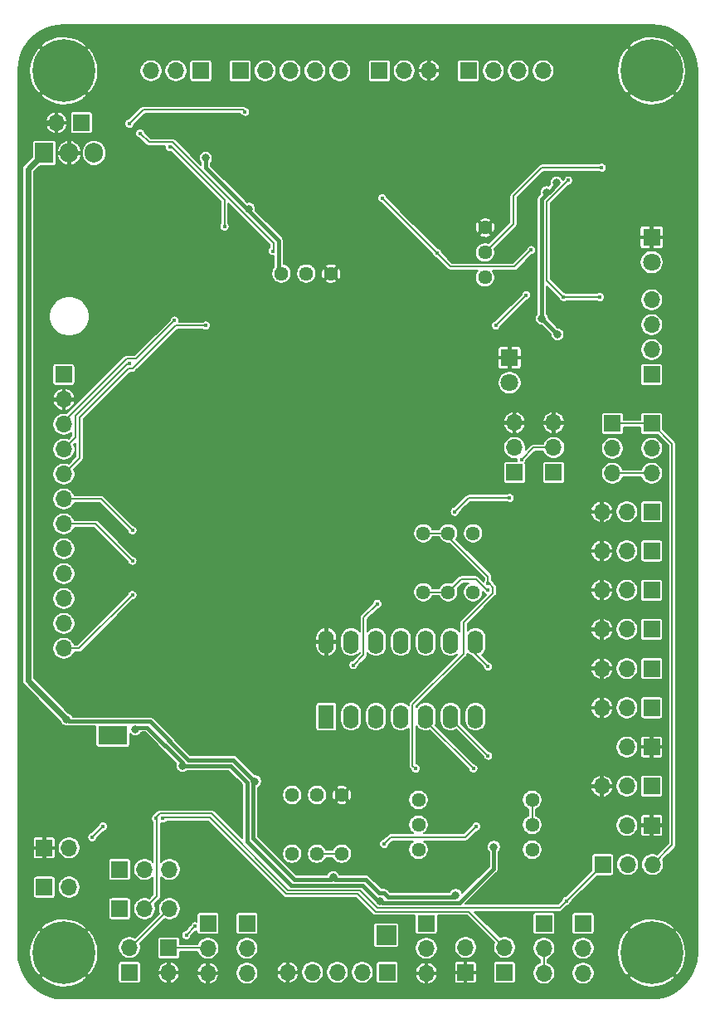
<source format=gtl>
G04 #@! TF.GenerationSoftware,KiCad,Pcbnew,(5.1.9)-1*
G04 #@! TF.CreationDate,2021-08-29T17:24:44+02:00*
G04 #@! TF.ProjectId,pcb,7063622e-6b69-4636-9164-5f7063625858,Rev. A*
G04 #@! TF.SameCoordinates,Original*
G04 #@! TF.FileFunction,Copper,L1,Top*
G04 #@! TF.FilePolarity,Positive*
%FSLAX46Y46*%
G04 Gerber Fmt 4.6, Leading zero omitted, Abs format (unit mm)*
G04 Created by KiCad (PCBNEW (5.1.9)-1) date 2021-08-29 17:24:44*
%MOMM*%
%LPD*%
G01*
G04 APERTURE LIST*
G04 #@! TA.AperFunction,ComponentPad*
%ADD10C,1.440000*%
G04 #@! TD*
G04 #@! TA.AperFunction,ComponentPad*
%ADD11O,1.700000X1.700000*%
G04 #@! TD*
G04 #@! TA.AperFunction,ComponentPad*
%ADD12R,1.700000X1.700000*%
G04 #@! TD*
G04 #@! TA.AperFunction,ComponentPad*
%ADD13O,1.600000X2.400000*%
G04 #@! TD*
G04 #@! TA.AperFunction,ComponentPad*
%ADD14R,1.600000X2.400000*%
G04 #@! TD*
G04 #@! TA.AperFunction,ComponentPad*
%ADD15C,1.800000*%
G04 #@! TD*
G04 #@! TA.AperFunction,ComponentPad*
%ADD16R,1.800000X1.800000*%
G04 #@! TD*
G04 #@! TA.AperFunction,ComponentPad*
%ADD17C,0.800000*%
G04 #@! TD*
G04 #@! TA.AperFunction,ComponentPad*
%ADD18C,6.400000*%
G04 #@! TD*
G04 #@! TA.AperFunction,SMDPad,CuDef*
%ADD19R,2.900000X1.900000*%
G04 #@! TD*
G04 #@! TA.AperFunction,ComponentPad*
%ADD20C,0.500000*%
G04 #@! TD*
G04 #@! TA.AperFunction,ComponentPad*
%ADD21O,1.905000X2.000000*%
G04 #@! TD*
G04 #@! TA.AperFunction,ComponentPad*
%ADD22R,1.905000X2.000000*%
G04 #@! TD*
G04 #@! TA.AperFunction,ComponentPad*
%ADD23R,2.000000X2.000000*%
G04 #@! TD*
G04 #@! TA.AperFunction,ViaPad*
%ADD24C,0.800000*%
G04 #@! TD*
G04 #@! TA.AperFunction,ViaPad*
%ADD25C,0.400000*%
G04 #@! TD*
G04 #@! TA.AperFunction,Conductor*
%ADD26C,0.200000*%
G04 #@! TD*
G04 #@! TA.AperFunction,Conductor*
%ADD27C,0.600000*%
G04 #@! TD*
G04 #@! TA.AperFunction,Conductor*
%ADD28C,0.400000*%
G04 #@! TD*
G04 #@! TA.AperFunction,Conductor*
%ADD29C,0.100000*%
G04 #@! TD*
G04 APERTURE END LIST*
D10*
X127200000Y-75700000D03*
X129740000Y-75700000D03*
X132280000Y-75700000D03*
X148000000Y-71020000D03*
X148000000Y-73560000D03*
X148000000Y-76100000D03*
D11*
X153920000Y-55000000D03*
X151380000Y-55000000D03*
X148840000Y-55000000D03*
D12*
X146300000Y-55000000D03*
D10*
X146780000Y-102200000D03*
X144240000Y-102200000D03*
X141700000Y-102200000D03*
D11*
X105000000Y-113940000D03*
X105000000Y-111400000D03*
X105000000Y-108860000D03*
X105000000Y-106320000D03*
X105000000Y-103780000D03*
X105000000Y-101240000D03*
X105000000Y-98700000D03*
X105000000Y-96160000D03*
X105000000Y-93620000D03*
X105000000Y-91080000D03*
X105000000Y-88540000D03*
D12*
X105000000Y-86000000D03*
D10*
X152800000Y-134480000D03*
X152800000Y-131940000D03*
X152800000Y-129400000D03*
D13*
X131800000Y-113280000D03*
X147040000Y-120900000D03*
X134340000Y-113280000D03*
X144500000Y-120900000D03*
X136880000Y-113280000D03*
X141960000Y-120900000D03*
X139420000Y-113280000D03*
X139420000Y-120900000D03*
X141960000Y-113280000D03*
X136880000Y-120900000D03*
X144500000Y-113280000D03*
X134340000Y-120900000D03*
X147040000Y-113280000D03*
D14*
X131800000Y-120900000D03*
D10*
X133380000Y-128900000D03*
X130840000Y-128900000D03*
X128300000Y-128900000D03*
D11*
X155000000Y-90920000D03*
X155000000Y-93460000D03*
D12*
X155000000Y-96000000D03*
D11*
X158000000Y-147080000D03*
X158000000Y-144540000D03*
D12*
X158000000Y-142000000D03*
D11*
X165080000Y-136000000D03*
X162540000Y-136000000D03*
D12*
X160000000Y-136000000D03*
D11*
X159920000Y-104000000D03*
X162460000Y-104000000D03*
D12*
X165000000Y-104000000D03*
D11*
X159920000Y-120000000D03*
X162460000Y-120000000D03*
D12*
X165000000Y-120000000D03*
D11*
X161000000Y-96080000D03*
X161000000Y-93540000D03*
D12*
X161000000Y-91000000D03*
D15*
X165000000Y-74540000D03*
D16*
X165000000Y-72000000D03*
D11*
X165000000Y-96080000D03*
X165000000Y-93540000D03*
D12*
X165000000Y-91000000D03*
D11*
X165000000Y-78380000D03*
X165000000Y-80920000D03*
X165000000Y-83460000D03*
D12*
X165000000Y-86000000D03*
D11*
X113900000Y-55000000D03*
X116440000Y-55000000D03*
D12*
X118980000Y-55000000D03*
D17*
X106697056Y-143302944D03*
X105000000Y-142600000D03*
X103302944Y-143302944D03*
X102600000Y-145000000D03*
X103302944Y-146697056D03*
X105000000Y-147400000D03*
X106697056Y-146697056D03*
X107400000Y-145000000D03*
D18*
X105000000Y-145000000D03*
D17*
X166697056Y-143302944D03*
X165000000Y-142600000D03*
X163302944Y-143302944D03*
X162600000Y-145000000D03*
X163302944Y-146697056D03*
X165000000Y-147400000D03*
X166697056Y-146697056D03*
X167400000Y-145000000D03*
D18*
X165000000Y-145000000D03*
D17*
X166697056Y-53302944D03*
X165000000Y-52600000D03*
X163302944Y-53302944D03*
X162600000Y-55000000D03*
X163302944Y-56697056D03*
X165000000Y-57400000D03*
X166697056Y-56697056D03*
X167400000Y-55000000D03*
D18*
X165000000Y-55000000D03*
D17*
X106697056Y-53302944D03*
X105000000Y-52600000D03*
X103302944Y-53302944D03*
X102600000Y-55000000D03*
X103302944Y-56697056D03*
X105000000Y-57400000D03*
X106697056Y-56697056D03*
X107400000Y-55000000D03*
D18*
X105000000Y-55000000D03*
D11*
X115700000Y-147040000D03*
D12*
X115700000Y-144500000D03*
D19*
X110000000Y-122800000D03*
D20*
X111200000Y-123500000D03*
X111200000Y-122100000D03*
X110000000Y-123500000D03*
X110000000Y-122100000D03*
X108800000Y-123500000D03*
X108800000Y-122100000D03*
D21*
X108080000Y-63400000D03*
X105540000Y-63400000D03*
D22*
X103000000Y-63400000D03*
D23*
X137900000Y-143200000D03*
D11*
X123700000Y-147080000D03*
X123700000Y-144540000D03*
D12*
X123700000Y-142000000D03*
X111700000Y-147000000D03*
D11*
X111700000Y-144460000D03*
D12*
X110700000Y-140500000D03*
D11*
X113240000Y-140500000D03*
X115780000Y-140500000D03*
D12*
X103000000Y-138300000D03*
D11*
X105540000Y-138300000D03*
X142000000Y-147080000D03*
X142000000Y-144540000D03*
D12*
X142000000Y-142000000D03*
D11*
X150000000Y-144460000D03*
D12*
X150000000Y-147000000D03*
D11*
X159920000Y-128000000D03*
X162460000Y-128000000D03*
D12*
X165000000Y-128000000D03*
D11*
X162460000Y-124000000D03*
D12*
X165000000Y-124000000D03*
D11*
X162460000Y-132000000D03*
D12*
X165000000Y-132000000D03*
D11*
X119700000Y-147080000D03*
X119700000Y-144540000D03*
D12*
X119700000Y-142000000D03*
D10*
X141200000Y-134480000D03*
X141200000Y-131940000D03*
X141200000Y-129400000D03*
D11*
X154000000Y-147080000D03*
X154000000Y-144540000D03*
D12*
X154000000Y-142000000D03*
D11*
X115780000Y-136500000D03*
X113240000Y-136500000D03*
D12*
X110700000Y-136500000D03*
D10*
X133380000Y-134900000D03*
X130840000Y-134900000D03*
X128300000Y-134900000D03*
D11*
X159920000Y-116000000D03*
X162460000Y-116000000D03*
D12*
X165000000Y-116000000D03*
D11*
X159920000Y-112000000D03*
X162460000Y-112000000D03*
D12*
X165000000Y-112000000D03*
D11*
X159920000Y-108000000D03*
X162460000Y-108000000D03*
D12*
X165000000Y-108000000D03*
D11*
X159920000Y-100000000D03*
X162460000Y-100000000D03*
D12*
X165000000Y-100000000D03*
D11*
X151000000Y-90920000D03*
X151000000Y-93460000D03*
D12*
X151000000Y-96000000D03*
D10*
X146780000Y-108200000D03*
X144240000Y-108200000D03*
X141700000Y-108200000D03*
D11*
X142280000Y-55000000D03*
X139740000Y-55000000D03*
D12*
X137200000Y-55000000D03*
X103000000Y-134300000D03*
D11*
X105540000Y-134300000D03*
X146000000Y-144460000D03*
D12*
X146000000Y-147000000D03*
D11*
X127840000Y-147000000D03*
X130380000Y-147000000D03*
X132920000Y-147000000D03*
X135460000Y-147000000D03*
D12*
X138000000Y-147000000D03*
D11*
X133160000Y-55000000D03*
X130620000Y-55000000D03*
X128080000Y-55000000D03*
X125540000Y-55000000D03*
D12*
X123000000Y-55000000D03*
D11*
X104260000Y-60300000D03*
D12*
X106800000Y-60300000D03*
D15*
X150500000Y-86840000D03*
D16*
X150500000Y-84300000D03*
D24*
X110000000Y-118900000D03*
D25*
X152700000Y-121000000D03*
X152700000Y-117000000D03*
X152700000Y-113000000D03*
X152700000Y-109000000D03*
X152700000Y-105000000D03*
D24*
X124500000Y-127500000D03*
X132500000Y-137300000D03*
X105300000Y-121200000D03*
X145000000Y-139100000D03*
D25*
X113900000Y-60900000D03*
D24*
X102400000Y-65500000D03*
X107500000Y-66600000D03*
X126200000Y-69100000D03*
X132400000Y-65600000D03*
X142900000Y-74600000D03*
X158000000Y-80500000D03*
D25*
X152700000Y-101000000D03*
D24*
X134800000Y-116900000D03*
X119000000Y-62400000D03*
X137500000Y-65100000D03*
X146600000Y-59500000D03*
X155500000Y-68700000D03*
D25*
X148300000Y-117800000D03*
X155200000Y-128000000D03*
X150700000Y-130500000D03*
X151500000Y-137700000D03*
D24*
X117100000Y-129600000D03*
D25*
X113600000Y-143400000D03*
D24*
X113300000Y-119100000D03*
X106700000Y-119100000D03*
X138100000Y-79700000D03*
X130900000Y-115900000D03*
X123900000Y-69100000D03*
X119500000Y-63900000D03*
D25*
X118400000Y-142300000D03*
X109000000Y-132100000D03*
X107900000Y-133200000D03*
X117500000Y-143200000D03*
D24*
X155300000Y-66400000D03*
X154300000Y-67400000D03*
X153800000Y-80300000D03*
X155400000Y-81900000D03*
X148900000Y-134200000D03*
X137300000Y-139700000D03*
X112300000Y-122200000D03*
X117100000Y-125900000D03*
D25*
X115800000Y-62800000D03*
X121400000Y-70900000D03*
X112800000Y-61400000D03*
X126300000Y-73400000D03*
X159700000Y-78100000D03*
X156000000Y-78100000D03*
X156500000Y-66200000D03*
X123500000Y-59200000D03*
X111700000Y-60400000D03*
X111700000Y-84900000D03*
X112000000Y-108500000D03*
X148300000Y-108000000D03*
X115100000Y-131300000D03*
X116300000Y-80500000D03*
X119500000Y-81000000D03*
X152200000Y-77900000D03*
X149100000Y-81000000D03*
X112000000Y-105000000D03*
X150500000Y-98600000D03*
X144900000Y-100000000D03*
X146800000Y-126200000D03*
X156300000Y-139700000D03*
X114400000Y-131300000D03*
X140900000Y-126200000D03*
X112000000Y-101900000D03*
X148300000Y-107300000D03*
X159900000Y-64900000D03*
X143100000Y-73600000D03*
X137500000Y-68000000D03*
X152700000Y-73300000D03*
X148300000Y-115800000D03*
X137000000Y-109400000D03*
X134550000Y-115650000D03*
X151700000Y-94700000D03*
X147100000Y-132100000D03*
X137700000Y-133900000D03*
X148300000Y-124900000D03*
D26*
X153700000Y-120000000D02*
X159920000Y-120000000D01*
X152700000Y-121000000D02*
X153700000Y-120000000D01*
X153700000Y-116000000D02*
X159920000Y-116000000D01*
X152700000Y-117000000D02*
X153700000Y-116000000D01*
X153700000Y-112000000D02*
X159920000Y-112000000D01*
X152700000Y-113000000D02*
X153700000Y-112000000D01*
X153700000Y-108000000D02*
X159920000Y-108000000D01*
X152700000Y-109000000D02*
X153700000Y-108000000D01*
X153700000Y-104000000D02*
X159920000Y-104000000D01*
X152700000Y-105000000D02*
X153700000Y-104000000D01*
D27*
X101325020Y-65074980D02*
X103000000Y-63400000D01*
X101325020Y-117225020D02*
X101325020Y-65074980D01*
X105300000Y-121200000D02*
X101325020Y-117225020D01*
D28*
X132700000Y-137500000D02*
X132500000Y-137300000D01*
X137700000Y-138900000D02*
X137200000Y-138900000D01*
X138100000Y-139300000D02*
X137700000Y-138900000D01*
X144800000Y-139300000D02*
X138100000Y-139300000D01*
X145000000Y-139100000D02*
X144800000Y-139300000D01*
X135800000Y-137500000D02*
X132700000Y-137500000D01*
X137200000Y-138900000D02*
X135800000Y-137500000D01*
X122300000Y-125300000D02*
X124500000Y-127500000D01*
X117700000Y-125300000D02*
X122300000Y-125300000D01*
X113800000Y-121400000D02*
X117700000Y-125300000D01*
X105500000Y-121400000D02*
X113800000Y-121400000D01*
X105300000Y-121200000D02*
X105500000Y-121400000D01*
X132300000Y-137500000D02*
X132500000Y-137300000D01*
X124300000Y-133300000D02*
X128500000Y-137500000D01*
X128500000Y-137500000D02*
X132300000Y-137500000D01*
X124300000Y-127700000D02*
X124300000Y-133300000D01*
X124500000Y-127500000D02*
X124300000Y-127700000D01*
D26*
X105000000Y-55000000D02*
X101800000Y-58200000D01*
X105000000Y-145000000D02*
X102000000Y-142000000D01*
D27*
X102000000Y-142000000D02*
X100525010Y-140525010D01*
X100525010Y-59474990D02*
X101800000Y-58200000D01*
X100525010Y-140525010D02*
X100525010Y-133274990D01*
X100525010Y-116625010D02*
X100525010Y-59474990D01*
X110200000Y-119100000D02*
X110000000Y-118900000D01*
X113300000Y-119100000D02*
X113300000Y-119100000D01*
X109800000Y-119100000D02*
X110000000Y-118900000D01*
X106700000Y-119100000D02*
X106700000Y-119100000D01*
D26*
X105000000Y-55000000D02*
X109000000Y-51000000D01*
X109000000Y-51000000D02*
X143100000Y-51000000D01*
D27*
X106400000Y-65500000D02*
X107500000Y-66600000D01*
X102400000Y-65500000D02*
X106400000Y-65500000D01*
D26*
X105540000Y-64640000D02*
X106400000Y-65500000D01*
X105540000Y-63400000D02*
X105540000Y-64640000D01*
X102200000Y-65700000D02*
X102200000Y-87200000D01*
X102400000Y-65500000D02*
X102200000Y-65700000D01*
X163300000Y-72000000D02*
X160700000Y-74600000D01*
X165000000Y-72000000D02*
X163300000Y-72000000D01*
X158000000Y-80500000D02*
X158000000Y-88300000D01*
X161000000Y-51000000D02*
X165000000Y-55000000D01*
X143100000Y-51000000D02*
X161000000Y-51000000D01*
X169000000Y-141000000D02*
X165000000Y-145000000D01*
X169000000Y-59000000D02*
X169000000Y-141000000D01*
X165000000Y-55000000D02*
X169000000Y-59000000D01*
X159920000Y-100000000D02*
X159920000Y-104000000D01*
X159920000Y-104000000D02*
X159920000Y-108000000D01*
X159920000Y-108000000D02*
X159920000Y-112000000D01*
X159920000Y-112000000D02*
X159920000Y-116000000D01*
X159920000Y-116000000D02*
X159920000Y-120000000D01*
X159920000Y-120000000D02*
X159920000Y-122805000D01*
X159920000Y-122805000D02*
X164905000Y-122805000D01*
X165000000Y-122900000D02*
X165000000Y-124000000D01*
X164905000Y-122805000D02*
X165000000Y-122900000D01*
X165000000Y-145000000D02*
X161000000Y-149000000D01*
X151000000Y-90920000D02*
X155000000Y-90920000D01*
X156280000Y-90920000D02*
X158000000Y-89200000D01*
X155000000Y-90920000D02*
X156280000Y-90920000D01*
X106260000Y-88540000D02*
X111200000Y-83600000D01*
X105000000Y-88540000D02*
X106260000Y-88540000D01*
X154200000Y-84300000D02*
X158000000Y-80500000D01*
X150500000Y-84300000D02*
X154200000Y-84300000D01*
X155500000Y-69400000D02*
X160700000Y-74600000D01*
X155500000Y-68700000D02*
X155500000Y-69400000D01*
X142000000Y-147080000D02*
X142000000Y-149000000D01*
X143900000Y-149000000D02*
X142000000Y-149000000D01*
X146000000Y-147000000D02*
X146000000Y-149000000D01*
X146000000Y-149000000D02*
X143900000Y-149000000D01*
X161000000Y-149000000D02*
X146000000Y-149000000D01*
X102200000Y-114600000D02*
X102200000Y-87200000D01*
X106700000Y-119100000D02*
X102200000Y-114600000D01*
X109000000Y-149000000D02*
X105000000Y-145000000D01*
X115700000Y-147040000D02*
X115700000Y-149000000D01*
X115700000Y-149000000D02*
X109000000Y-149000000D01*
X119700000Y-148900000D02*
X119600000Y-149000000D01*
X119700000Y-147080000D02*
X119700000Y-148900000D01*
X119600000Y-149000000D02*
X115700000Y-149000000D01*
X127840000Y-148940000D02*
X127900000Y-149000000D01*
X127840000Y-147000000D02*
X127840000Y-148940000D01*
X127900000Y-149000000D02*
X119600000Y-149000000D01*
X142000000Y-149000000D02*
X127900000Y-149000000D01*
D27*
X100525010Y-123625010D02*
X100525010Y-116625010D01*
X100525010Y-133274990D02*
X100525010Y-123625010D01*
D26*
X102240000Y-88540000D02*
X105000000Y-88540000D01*
X102200000Y-88500000D02*
X102240000Y-88540000D01*
X100550020Y-128300000D02*
X100525010Y-128274990D01*
X115800000Y-128300000D02*
X100550020Y-128300000D01*
X117100000Y-129600000D02*
X115800000Y-128300000D01*
X100550020Y-134300000D02*
X100525010Y-134274990D01*
X103000000Y-134300000D02*
X100550020Y-134300000D01*
X110900000Y-60900000D02*
X105000000Y-55000000D01*
X111200000Y-61200000D02*
X110900000Y-60900000D01*
X111200000Y-83600000D02*
X111200000Y-61200000D01*
D27*
X101350020Y-60300000D02*
X100525010Y-59474990D01*
X104260000Y-60300000D02*
X101350020Y-60300000D01*
D26*
X159920000Y-128000000D02*
X159920000Y-122805000D01*
X165000000Y-130900000D02*
X165000000Y-132000000D01*
X164905000Y-130805000D02*
X165000000Y-130900000D01*
X161005000Y-130805000D02*
X164905000Y-130805000D01*
X159920000Y-129720000D02*
X161005000Y-130805000D01*
X159920000Y-128000000D02*
X159920000Y-129720000D01*
X146600000Y-58200000D02*
X146600000Y-59500000D01*
X143400000Y-55000000D02*
X146600000Y-58200000D01*
X142280000Y-55000000D02*
X143400000Y-55000000D01*
X142700000Y-84300000D02*
X138100000Y-79700000D01*
X150500000Y-84300000D02*
X142700000Y-84300000D01*
X137600000Y-65000000D02*
X141100000Y-65000000D01*
X137500000Y-65100000D02*
X137600000Y-65000000D01*
X141100000Y-65000000D02*
X146600000Y-59500000D01*
X137000000Y-65600000D02*
X132400000Y-65600000D01*
X137550000Y-65100000D02*
X137050000Y-65600000D01*
X142900000Y-74900000D02*
X138100000Y-79700000D01*
X142900000Y-74600000D02*
X142900000Y-74900000D01*
X111500000Y-60900000D02*
X111200000Y-61200000D01*
X113900000Y-60900000D02*
X111500000Y-60900000D01*
X129600000Y-65600000D02*
X132400000Y-65600000D01*
X126200000Y-69000000D02*
X129600000Y-65600000D01*
X126200000Y-69100000D02*
X126200000Y-69000000D01*
X158000000Y-88300000D02*
X158000000Y-89200000D01*
X153700000Y-100000000D02*
X159920000Y-100000000D01*
X152700000Y-101000000D02*
X153700000Y-100000000D01*
X159920000Y-100000000D02*
X159920000Y-98820000D01*
X159920000Y-98820000D02*
X158100000Y-97000000D01*
X158100000Y-92740000D02*
X156280000Y-90920000D01*
X158100000Y-97000000D02*
X158100000Y-92740000D01*
X117500000Y-60900000D02*
X113900000Y-60900000D01*
X119000000Y-62400000D02*
X117500000Y-60900000D01*
X125700000Y-69100000D02*
X126200000Y-69100000D01*
X119000000Y-62400000D02*
X125700000Y-69100000D01*
X160100000Y-80500000D02*
X158000000Y-80500000D01*
X160700000Y-79900000D02*
X160100000Y-80500000D01*
X160700000Y-74600000D02*
X160700000Y-79900000D01*
X146600000Y-69620000D02*
X148000000Y-71020000D01*
X146600000Y-59500000D02*
X146600000Y-69620000D01*
X151900000Y-117800000D02*
X152700000Y-117000000D01*
X148300000Y-117800000D02*
X151900000Y-117800000D01*
X155200000Y-128000000D02*
X159920000Y-128000000D01*
X152300000Y-128000000D02*
X155200000Y-128000000D01*
X150700000Y-130500000D02*
X150700000Y-129600000D01*
X147800000Y-127400000D02*
X134880000Y-127400000D01*
X134880000Y-127400000D02*
X133380000Y-128900000D01*
X150700000Y-130300000D02*
X147800000Y-127400000D01*
X150700000Y-129600000D02*
X152300000Y-128000000D01*
X150700000Y-130500000D02*
X150700000Y-130300000D01*
X150700000Y-136900000D02*
X150700000Y-130500000D01*
X151500000Y-137700000D02*
X150700000Y-136900000D01*
X114540000Y-147040000D02*
X115700000Y-147040000D01*
X114400000Y-146900000D02*
X114540000Y-147040000D01*
X114400000Y-144200000D02*
X114400000Y-146900000D01*
X113600000Y-143400000D02*
X114400000Y-144200000D01*
D27*
X113300000Y-119100000D02*
X110200000Y-119100000D01*
X106700000Y-119100000D02*
X109800000Y-119100000D01*
D26*
X116500000Y-78300000D02*
X111200000Y-83600000D01*
X129680000Y-78300000D02*
X116500000Y-78300000D01*
X132280000Y-75700000D02*
X129680000Y-78300000D01*
X130000000Y-116800000D02*
X130900000Y-115900000D01*
X115600000Y-116800000D02*
X130000000Y-116800000D01*
X113300000Y-119100000D02*
X115600000Y-116800000D01*
X133800000Y-115900000D02*
X134800000Y-116900000D01*
X130900000Y-115900000D02*
X133800000Y-115900000D01*
X107900000Y-133200000D02*
X109000000Y-132100000D01*
X118400000Y-142300000D02*
X117500000Y-143200000D01*
D28*
X119500000Y-63900000D02*
X119500000Y-64900000D01*
X123700000Y-69100000D02*
X123900000Y-69100000D01*
X119500000Y-64900000D02*
X123700000Y-69100000D01*
X123900000Y-69300000D02*
X123900000Y-69100000D01*
X126900000Y-72300000D02*
X123900000Y-69300000D01*
X126900000Y-75400000D02*
X126900000Y-72300000D01*
X127200000Y-75700000D02*
X126900000Y-75400000D01*
X155300000Y-66600000D02*
X155300000Y-66400000D01*
X154500000Y-67400000D02*
X155300000Y-66600000D01*
X154300000Y-67400000D02*
X154500000Y-67400000D01*
X154300000Y-67600000D02*
X154300000Y-67400000D01*
X153800000Y-68100000D02*
X154300000Y-67600000D01*
X153800000Y-80300000D02*
X153800000Y-68100000D01*
X155400000Y-81900000D02*
X153800000Y-80300000D01*
X148900000Y-136400000D02*
X148900000Y-134200000D01*
X145400000Y-139900000D02*
X148900000Y-136400000D01*
X137500000Y-139900000D02*
X145400000Y-139900000D01*
X137300000Y-139700000D02*
X137500000Y-139900000D01*
X113500000Y-122000000D02*
X112500000Y-122000000D01*
X112500000Y-122000000D02*
X112300000Y-122200000D01*
X117100000Y-125600000D02*
X113500000Y-122000000D01*
X117100000Y-125900000D02*
X117100000Y-125600000D01*
X137100000Y-139700000D02*
X137300000Y-139700000D01*
X135500000Y-138100000D02*
X137100000Y-139700000D01*
X128200000Y-138100000D02*
X135500000Y-138100000D01*
X123700000Y-133600000D02*
X128200000Y-138100000D01*
X123700000Y-127600000D02*
X123700000Y-133600000D01*
X122000000Y-125900000D02*
X123700000Y-127600000D01*
X117100000Y-125900000D02*
X122000000Y-125900000D01*
D26*
X116000000Y-62800000D02*
X115800000Y-62800000D01*
X121400000Y-68200000D02*
X116000000Y-62800000D01*
X121400000Y-70900000D02*
X121400000Y-68200000D01*
X116100000Y-62300000D02*
X113700000Y-62300000D01*
X126400000Y-72600000D02*
X116100000Y-62300000D01*
X113700000Y-62300000D02*
X112800000Y-61400000D01*
X126400000Y-73300000D02*
X126400000Y-72600000D01*
X126300000Y-73400000D02*
X126400000Y-73300000D01*
X159700000Y-78100000D02*
X156000000Y-78100000D01*
X154300000Y-76400000D02*
X156000000Y-78100000D01*
X154300000Y-68400000D02*
X154300000Y-76400000D01*
X156500000Y-66200000D02*
X154300000Y-68400000D01*
X154000000Y-144540000D02*
X154000000Y-147080000D01*
X113100000Y-59000000D02*
X123300000Y-59000000D01*
X123300000Y-59000000D02*
X123500000Y-59200000D01*
X111700000Y-60400000D02*
X113100000Y-59000000D01*
X106200000Y-92420000D02*
X105000000Y-93620000D01*
X106200000Y-90200000D02*
X106200000Y-92420000D01*
X111500000Y-84900000D02*
X106200000Y-90200000D01*
X111700000Y-84900000D02*
X111500000Y-84900000D01*
X141700000Y-108200000D02*
X144240000Y-108200000D01*
X106560000Y-113940000D02*
X105000000Y-113940000D01*
X112000000Y-108500000D02*
X106560000Y-113940000D01*
X145540000Y-106900000D02*
X144240000Y-108200000D01*
X147075000Y-106900000D02*
X145540000Y-106900000D01*
X148175000Y-108000000D02*
X147075000Y-106900000D01*
X148300000Y-108000000D02*
X148175000Y-108000000D01*
X136800000Y-140800000D02*
X146340000Y-140800000D01*
X146340000Y-140800000D02*
X150000000Y-144460000D01*
X135000000Y-139000000D02*
X136800000Y-140800000D01*
X127700000Y-139000000D02*
X135000000Y-139000000D01*
X115200000Y-131200000D02*
X119900000Y-131200000D01*
X119900000Y-131200000D02*
X127700000Y-139000000D01*
X115100000Y-131300000D02*
X115200000Y-131200000D01*
X105000000Y-90800000D02*
X105000000Y-91080000D01*
X111400000Y-84400000D02*
X105000000Y-90800000D01*
X112400000Y-84400000D02*
X111400000Y-84400000D01*
X116300000Y-80500000D02*
X112400000Y-84400000D01*
X106600000Y-90400000D02*
X106600000Y-94560000D01*
X111600000Y-85400000D02*
X106600000Y-90400000D01*
X106600000Y-94560000D02*
X105000000Y-96160000D01*
X112000000Y-85400000D02*
X111600000Y-85400000D01*
X116400000Y-81000000D02*
X112000000Y-85400000D01*
X119500000Y-81000000D02*
X116400000Y-81000000D01*
X152200000Y-77900000D02*
X149100000Y-81000000D01*
X161000000Y-96080000D02*
X165000000Y-96080000D01*
X108240000Y-101240000D02*
X105000000Y-101240000D01*
X112000000Y-105000000D02*
X108240000Y-101240000D01*
X144900000Y-100000000D02*
X146300000Y-98600000D01*
X146300000Y-98600000D02*
X150500000Y-98600000D01*
X142200000Y-121140000D02*
X141960000Y-120900000D01*
X141960000Y-121360000D02*
X141960000Y-120900000D01*
X146800000Y-126200000D02*
X141960000Y-121360000D01*
X156300000Y-139700000D02*
X160000000Y-136000000D01*
X114500000Y-131400000D02*
X114500000Y-139240000D01*
X114400000Y-131300000D02*
X114500000Y-131400000D01*
X114500000Y-139240000D02*
X113240000Y-140500000D01*
X127900000Y-138600000D02*
X135200000Y-138600000D01*
X155600000Y-140400000D02*
X156300000Y-139700000D01*
X120100000Y-130800000D02*
X127900000Y-138600000D01*
X114800000Y-130800000D02*
X120100000Y-130800000D01*
X135200000Y-138600000D02*
X137000000Y-140400000D01*
X114400000Y-131200000D02*
X114800000Y-130800000D01*
X137000000Y-140400000D02*
X155600000Y-140400000D01*
X114400000Y-131300000D02*
X114400000Y-131200000D01*
X144240000Y-102200000D02*
X141700000Y-102200000D01*
X108800000Y-98700000D02*
X105000000Y-98700000D01*
X112000000Y-101900000D02*
X108800000Y-98700000D01*
X144240000Y-102540000D02*
X144240000Y-102200000D01*
X148300000Y-107300000D02*
X148300000Y-106600000D01*
X148300000Y-106600000D02*
X144240000Y-102540000D01*
X140600000Y-119700000D02*
X140600000Y-125900000D01*
X145800000Y-114500000D02*
X140600000Y-119700000D01*
X145800000Y-111300000D02*
X145800000Y-114500000D01*
X140600000Y-125900000D02*
X140900000Y-126200000D01*
X148800000Y-108300000D02*
X145800000Y-111300000D01*
X148800000Y-107700000D02*
X148800000Y-108300000D01*
X148400000Y-107300000D02*
X148800000Y-107700000D01*
X148300000Y-107300000D02*
X148400000Y-107300000D01*
X150900000Y-70660000D02*
X148000000Y-73560000D01*
X150900000Y-67800000D02*
X150900000Y-70660000D01*
X153800000Y-64900000D02*
X150900000Y-67800000D01*
X159900000Y-64900000D02*
X153800000Y-64900000D01*
X137500000Y-68000000D02*
X143100000Y-73600000D01*
X144500000Y-75000000D02*
X143100000Y-73600000D01*
X151000000Y-75000000D02*
X144500000Y-75000000D01*
X152700000Y-73300000D02*
X151000000Y-75000000D01*
X147040000Y-114540000D02*
X147040000Y-113280000D01*
X148300000Y-115800000D02*
X147040000Y-114540000D01*
X135600000Y-110800000D02*
X137000000Y-109400000D01*
X135600000Y-114600000D02*
X135600000Y-110800000D01*
X134550000Y-115650000D02*
X135600000Y-114600000D01*
X133380000Y-134900000D02*
X130840000Y-134900000D01*
X152940000Y-93460000D02*
X155000000Y-93460000D01*
X151700000Y-94700000D02*
X152940000Y-93460000D01*
X152800000Y-129400000D02*
X152800000Y-131940000D01*
X111820000Y-144460000D02*
X115780000Y-140500000D01*
X111700000Y-144460000D02*
X111820000Y-144460000D01*
X119660000Y-144500000D02*
X119700000Y-144540000D01*
X115700000Y-144500000D02*
X119660000Y-144500000D01*
X146000000Y-133200000D02*
X147100000Y-132100000D01*
X138400000Y-133200000D02*
X146000000Y-133200000D01*
X137700000Y-133900000D02*
X138400000Y-133200000D01*
X144500000Y-121100000D02*
X144500000Y-120900000D01*
X148300000Y-124900000D02*
X144500000Y-121100000D01*
X161000000Y-91000000D02*
X165000000Y-91000000D01*
X167100000Y-133980000D02*
X165080000Y-136000000D01*
X167100000Y-93100000D02*
X167100000Y-133980000D01*
X165000000Y-91000000D02*
X167100000Y-93100000D01*
X165827641Y-50400156D02*
X166629125Y-50619418D01*
X167379110Y-50977142D01*
X168053896Y-51462025D01*
X168632155Y-52058741D01*
X169095602Y-52748425D01*
X169429593Y-53509276D01*
X169624171Y-54319751D01*
X169675001Y-55011928D01*
X169675000Y-144985531D01*
X169599843Y-145827643D01*
X169380582Y-146629125D01*
X169022858Y-147379110D01*
X168537975Y-148053896D01*
X167941259Y-148632155D01*
X167251576Y-149095601D01*
X166490723Y-149429593D01*
X165680249Y-149624171D01*
X164988086Y-149675000D01*
X105014469Y-149675000D01*
X104172357Y-149599843D01*
X103370875Y-149380582D01*
X102620890Y-149022858D01*
X101946104Y-148537975D01*
X101367845Y-147941259D01*
X101073684Y-147503499D01*
X102637923Y-147503499D01*
X103014535Y-147902888D01*
X103619011Y-148234455D01*
X104276556Y-148441723D01*
X104961904Y-148516729D01*
X105648715Y-148456588D01*
X106310598Y-148263612D01*
X106922114Y-147945219D01*
X106985465Y-147902888D01*
X107362077Y-147503499D01*
X107065020Y-147206442D01*
X107065020Y-147206441D01*
X105000000Y-145141421D01*
X102934980Y-147206441D01*
X102934980Y-147206442D01*
X102637923Y-147503499D01*
X101073684Y-147503499D01*
X100904399Y-147251576D01*
X100570407Y-146490723D01*
X100375829Y-145680249D01*
X100325000Y-144988086D01*
X100325000Y-144961904D01*
X101483271Y-144961904D01*
X101543412Y-145648715D01*
X101736388Y-146310598D01*
X102054781Y-146922114D01*
X102097112Y-146985465D01*
X102496501Y-147362077D01*
X102793558Y-147065020D01*
X102793559Y-147065020D01*
X104858579Y-145000000D01*
X105141421Y-145000000D01*
X107206441Y-147065020D01*
X107206442Y-147065020D01*
X107503499Y-147362077D01*
X107902888Y-146985465D01*
X108234455Y-146380989D01*
X108307266Y-146150000D01*
X110548549Y-146150000D01*
X110548549Y-147850000D01*
X110554341Y-147908810D01*
X110571496Y-147965360D01*
X110599353Y-148017477D01*
X110636842Y-148063158D01*
X110682523Y-148100647D01*
X110734640Y-148128504D01*
X110791190Y-148145659D01*
X110850000Y-148151451D01*
X112550000Y-148151451D01*
X112608810Y-148145659D01*
X112665360Y-148128504D01*
X112717477Y-148100647D01*
X112763158Y-148063158D01*
X112800647Y-148017477D01*
X112828504Y-147965360D01*
X112845659Y-147908810D01*
X112851451Y-147850000D01*
X112851451Y-147317987D01*
X114584104Y-147317987D01*
X114617721Y-147428823D01*
X114714372Y-147632494D01*
X114848900Y-147813396D01*
X115016136Y-147964577D01*
X115209652Y-148080227D01*
X115422012Y-148155901D01*
X115600000Y-148110649D01*
X115600000Y-147140000D01*
X115800000Y-147140000D01*
X115800000Y-148110649D01*
X115977988Y-148155901D01*
X116190348Y-148080227D01*
X116383864Y-147964577D01*
X116551100Y-147813396D01*
X116685628Y-147632494D01*
X116782279Y-147428823D01*
X116803763Y-147357987D01*
X118584104Y-147357987D01*
X118617721Y-147468823D01*
X118714372Y-147672494D01*
X118848900Y-147853396D01*
X119016136Y-148004577D01*
X119209652Y-148120227D01*
X119422012Y-148195901D01*
X119600000Y-148150649D01*
X119600000Y-147180000D01*
X119800000Y-147180000D01*
X119800000Y-148150649D01*
X119977988Y-148195901D01*
X120190348Y-148120227D01*
X120383864Y-148004577D01*
X120551100Y-147853396D01*
X120685628Y-147672494D01*
X120782279Y-147468823D01*
X120815896Y-147357987D01*
X120770339Y-147180000D01*
X119800000Y-147180000D01*
X119600000Y-147180000D01*
X118629661Y-147180000D01*
X118584104Y-147357987D01*
X116803763Y-147357987D01*
X116815896Y-147317987D01*
X116770339Y-147140000D01*
X115800000Y-147140000D01*
X115600000Y-147140000D01*
X114629661Y-147140000D01*
X114584104Y-147317987D01*
X112851451Y-147317987D01*
X112851451Y-146762013D01*
X114584104Y-146762013D01*
X114629661Y-146940000D01*
X115600000Y-146940000D01*
X115600000Y-145969351D01*
X115800000Y-145969351D01*
X115800000Y-146940000D01*
X116770339Y-146940000D01*
X116805657Y-146802013D01*
X118584104Y-146802013D01*
X118629661Y-146980000D01*
X119600000Y-146980000D01*
X119600000Y-146009351D01*
X119800000Y-146009351D01*
X119800000Y-146980000D01*
X120770339Y-146980000D01*
X120773734Y-146966735D01*
X122550000Y-146966735D01*
X122550000Y-147193265D01*
X122594194Y-147415443D01*
X122680884Y-147624729D01*
X122806737Y-147813082D01*
X122966918Y-147973263D01*
X123155271Y-148099116D01*
X123364557Y-148185806D01*
X123586735Y-148230000D01*
X123813265Y-148230000D01*
X124035443Y-148185806D01*
X124244729Y-148099116D01*
X124433082Y-147973263D01*
X124593263Y-147813082D01*
X124719116Y-147624729D01*
X124805806Y-147415443D01*
X124833147Y-147277988D01*
X126724099Y-147277988D01*
X126799773Y-147490348D01*
X126915423Y-147683864D01*
X127066604Y-147851100D01*
X127247506Y-147985628D01*
X127451177Y-148082279D01*
X127562013Y-148115896D01*
X127740000Y-148070339D01*
X127740000Y-147100000D01*
X127940000Y-147100000D01*
X127940000Y-148070339D01*
X128117987Y-148115896D01*
X128228823Y-148082279D01*
X128432494Y-147985628D01*
X128613396Y-147851100D01*
X128764577Y-147683864D01*
X128880227Y-147490348D01*
X128955901Y-147277988D01*
X128910649Y-147100000D01*
X127940000Y-147100000D01*
X127740000Y-147100000D01*
X126769351Y-147100000D01*
X126724099Y-147277988D01*
X124833147Y-147277988D01*
X124850000Y-147193265D01*
X124850000Y-146966735D01*
X124805806Y-146744557D01*
X124796468Y-146722012D01*
X126724099Y-146722012D01*
X126769351Y-146900000D01*
X127740000Y-146900000D01*
X127740000Y-145929661D01*
X127940000Y-145929661D01*
X127940000Y-146900000D01*
X128910649Y-146900000D01*
X128914021Y-146886735D01*
X129230000Y-146886735D01*
X129230000Y-147113265D01*
X129274194Y-147335443D01*
X129360884Y-147544729D01*
X129486737Y-147733082D01*
X129646918Y-147893263D01*
X129835271Y-148019116D01*
X130044557Y-148105806D01*
X130266735Y-148150000D01*
X130493265Y-148150000D01*
X130715443Y-148105806D01*
X130924729Y-148019116D01*
X131113082Y-147893263D01*
X131273263Y-147733082D01*
X131399116Y-147544729D01*
X131485806Y-147335443D01*
X131530000Y-147113265D01*
X131530000Y-146886735D01*
X131770000Y-146886735D01*
X131770000Y-147113265D01*
X131814194Y-147335443D01*
X131900884Y-147544729D01*
X132026737Y-147733082D01*
X132186918Y-147893263D01*
X132375271Y-148019116D01*
X132584557Y-148105806D01*
X132806735Y-148150000D01*
X133033265Y-148150000D01*
X133255443Y-148105806D01*
X133464729Y-148019116D01*
X133653082Y-147893263D01*
X133813263Y-147733082D01*
X133939116Y-147544729D01*
X134025806Y-147335443D01*
X134070000Y-147113265D01*
X134070000Y-146886735D01*
X134310000Y-146886735D01*
X134310000Y-147113265D01*
X134354194Y-147335443D01*
X134440884Y-147544729D01*
X134566737Y-147733082D01*
X134726918Y-147893263D01*
X134915271Y-148019116D01*
X135124557Y-148105806D01*
X135346735Y-148150000D01*
X135573265Y-148150000D01*
X135795443Y-148105806D01*
X136004729Y-148019116D01*
X136193082Y-147893263D01*
X136353263Y-147733082D01*
X136479116Y-147544729D01*
X136565806Y-147335443D01*
X136610000Y-147113265D01*
X136610000Y-146886735D01*
X136565806Y-146664557D01*
X136479116Y-146455271D01*
X136353263Y-146266918D01*
X136236345Y-146150000D01*
X136848549Y-146150000D01*
X136848549Y-147850000D01*
X136854341Y-147908810D01*
X136871496Y-147965360D01*
X136899353Y-148017477D01*
X136936842Y-148063158D01*
X136982523Y-148100647D01*
X137034640Y-148128504D01*
X137091190Y-148145659D01*
X137150000Y-148151451D01*
X138850000Y-148151451D01*
X138908810Y-148145659D01*
X138965360Y-148128504D01*
X139017477Y-148100647D01*
X139063158Y-148063158D01*
X139100647Y-148017477D01*
X139128504Y-147965360D01*
X139145659Y-147908810D01*
X139151451Y-147850000D01*
X139151451Y-147357987D01*
X140884104Y-147357987D01*
X140917721Y-147468823D01*
X141014372Y-147672494D01*
X141148900Y-147853396D01*
X141316136Y-148004577D01*
X141509652Y-148120227D01*
X141722012Y-148195901D01*
X141900000Y-148150649D01*
X141900000Y-147180000D01*
X142100000Y-147180000D01*
X142100000Y-148150649D01*
X142277988Y-148195901D01*
X142490348Y-148120227D01*
X142683864Y-148004577D01*
X142851100Y-147853396D01*
X142853625Y-147850000D01*
X144848548Y-147850000D01*
X144854340Y-147908810D01*
X144871495Y-147965361D01*
X144899352Y-148017478D01*
X144936841Y-148063159D01*
X144982522Y-148100648D01*
X145034639Y-148128505D01*
X145091190Y-148145660D01*
X145150000Y-148151452D01*
X145825000Y-148150000D01*
X145900000Y-148075000D01*
X145900000Y-147100000D01*
X146100000Y-147100000D01*
X146100000Y-148075000D01*
X146175000Y-148150000D01*
X146850000Y-148151452D01*
X146908810Y-148145660D01*
X146965361Y-148128505D01*
X147017478Y-148100648D01*
X147063159Y-148063159D01*
X147100648Y-148017478D01*
X147128505Y-147965361D01*
X147145660Y-147908810D01*
X147151452Y-147850000D01*
X147150000Y-147175000D01*
X147075000Y-147100000D01*
X146100000Y-147100000D01*
X145900000Y-147100000D01*
X144925000Y-147100000D01*
X144850000Y-147175000D01*
X144848548Y-147850000D01*
X142853625Y-147850000D01*
X142985628Y-147672494D01*
X143082279Y-147468823D01*
X143115896Y-147357987D01*
X143070339Y-147180000D01*
X142100000Y-147180000D01*
X141900000Y-147180000D01*
X140929661Y-147180000D01*
X140884104Y-147357987D01*
X139151451Y-147357987D01*
X139151451Y-146802013D01*
X140884104Y-146802013D01*
X140929661Y-146980000D01*
X141900000Y-146980000D01*
X141900000Y-146009351D01*
X142100000Y-146009351D01*
X142100000Y-146980000D01*
X143070339Y-146980000D01*
X143115896Y-146802013D01*
X143082279Y-146691177D01*
X142985628Y-146487506D01*
X142851100Y-146306604D01*
X142683864Y-146155423D01*
X142674790Y-146150000D01*
X144848548Y-146150000D01*
X144850000Y-146825000D01*
X144925000Y-146900000D01*
X145900000Y-146900000D01*
X145900000Y-145925000D01*
X146100000Y-145925000D01*
X146100000Y-146900000D01*
X147075000Y-146900000D01*
X147150000Y-146825000D01*
X147151452Y-146150000D01*
X148848549Y-146150000D01*
X148848549Y-147850000D01*
X148854341Y-147908810D01*
X148871496Y-147965360D01*
X148899353Y-148017477D01*
X148936842Y-148063158D01*
X148982523Y-148100647D01*
X149034640Y-148128504D01*
X149091190Y-148145659D01*
X149150000Y-148151451D01*
X150850000Y-148151451D01*
X150908810Y-148145659D01*
X150965360Y-148128504D01*
X151017477Y-148100647D01*
X151063158Y-148063158D01*
X151100647Y-148017477D01*
X151128504Y-147965360D01*
X151145659Y-147908810D01*
X151151451Y-147850000D01*
X151151451Y-146150000D01*
X151145659Y-146091190D01*
X151128504Y-146034640D01*
X151100647Y-145982523D01*
X151063158Y-145936842D01*
X151017477Y-145899353D01*
X150965360Y-145871496D01*
X150908810Y-145854341D01*
X150850000Y-145848549D01*
X149150000Y-145848549D01*
X149091190Y-145854341D01*
X149034640Y-145871496D01*
X148982523Y-145899353D01*
X148936842Y-145936842D01*
X148899353Y-145982523D01*
X148871496Y-146034640D01*
X148854341Y-146091190D01*
X148848549Y-146150000D01*
X147151452Y-146150000D01*
X147145660Y-146091190D01*
X147128505Y-146034639D01*
X147100648Y-145982522D01*
X147063159Y-145936841D01*
X147017478Y-145899352D01*
X146965361Y-145871495D01*
X146908810Y-145854340D01*
X146850000Y-145848548D01*
X146175000Y-145850000D01*
X146100000Y-145925000D01*
X145900000Y-145925000D01*
X145825000Y-145850000D01*
X145150000Y-145848548D01*
X145091190Y-145854340D01*
X145034639Y-145871495D01*
X144982522Y-145899352D01*
X144936841Y-145936841D01*
X144899352Y-145982522D01*
X144871495Y-146034639D01*
X144854340Y-146091190D01*
X144848548Y-146150000D01*
X142674790Y-146150000D01*
X142490348Y-146039773D01*
X142277988Y-145964099D01*
X142100000Y-146009351D01*
X141900000Y-146009351D01*
X141722012Y-145964099D01*
X141509652Y-146039773D01*
X141316136Y-146155423D01*
X141148900Y-146306604D01*
X141014372Y-146487506D01*
X140917721Y-146691177D01*
X140884104Y-146802013D01*
X139151451Y-146802013D01*
X139151451Y-146150000D01*
X139145659Y-146091190D01*
X139128504Y-146034640D01*
X139100647Y-145982523D01*
X139063158Y-145936842D01*
X139017477Y-145899353D01*
X138965360Y-145871496D01*
X138908810Y-145854341D01*
X138850000Y-145848549D01*
X137150000Y-145848549D01*
X137091190Y-145854341D01*
X137034640Y-145871496D01*
X136982523Y-145899353D01*
X136936842Y-145936842D01*
X136899353Y-145982523D01*
X136871496Y-146034640D01*
X136854341Y-146091190D01*
X136848549Y-146150000D01*
X136236345Y-146150000D01*
X136193082Y-146106737D01*
X136004729Y-145980884D01*
X135795443Y-145894194D01*
X135573265Y-145850000D01*
X135346735Y-145850000D01*
X135124557Y-145894194D01*
X134915271Y-145980884D01*
X134726918Y-146106737D01*
X134566737Y-146266918D01*
X134440884Y-146455271D01*
X134354194Y-146664557D01*
X134310000Y-146886735D01*
X134070000Y-146886735D01*
X134025806Y-146664557D01*
X133939116Y-146455271D01*
X133813263Y-146266918D01*
X133653082Y-146106737D01*
X133464729Y-145980884D01*
X133255443Y-145894194D01*
X133033265Y-145850000D01*
X132806735Y-145850000D01*
X132584557Y-145894194D01*
X132375271Y-145980884D01*
X132186918Y-146106737D01*
X132026737Y-146266918D01*
X131900884Y-146455271D01*
X131814194Y-146664557D01*
X131770000Y-146886735D01*
X131530000Y-146886735D01*
X131485806Y-146664557D01*
X131399116Y-146455271D01*
X131273263Y-146266918D01*
X131113082Y-146106737D01*
X130924729Y-145980884D01*
X130715443Y-145894194D01*
X130493265Y-145850000D01*
X130266735Y-145850000D01*
X130044557Y-145894194D01*
X129835271Y-145980884D01*
X129646918Y-146106737D01*
X129486737Y-146266918D01*
X129360884Y-146455271D01*
X129274194Y-146664557D01*
X129230000Y-146886735D01*
X128914021Y-146886735D01*
X128955901Y-146722012D01*
X128880227Y-146509652D01*
X128764577Y-146316136D01*
X128613396Y-146148900D01*
X128432494Y-146014372D01*
X128228823Y-145917721D01*
X128117987Y-145884104D01*
X127940000Y-145929661D01*
X127740000Y-145929661D01*
X127562013Y-145884104D01*
X127451177Y-145917721D01*
X127247506Y-146014372D01*
X127066604Y-146148900D01*
X126915423Y-146316136D01*
X126799773Y-146509652D01*
X126724099Y-146722012D01*
X124796468Y-146722012D01*
X124719116Y-146535271D01*
X124593263Y-146346918D01*
X124433082Y-146186737D01*
X124244729Y-146060884D01*
X124035443Y-145974194D01*
X123813265Y-145930000D01*
X123586735Y-145930000D01*
X123364557Y-145974194D01*
X123155271Y-146060884D01*
X122966918Y-146186737D01*
X122806737Y-146346918D01*
X122680884Y-146535271D01*
X122594194Y-146744557D01*
X122550000Y-146966735D01*
X120773734Y-146966735D01*
X120815896Y-146802013D01*
X120782279Y-146691177D01*
X120685628Y-146487506D01*
X120551100Y-146306604D01*
X120383864Y-146155423D01*
X120190348Y-146039773D01*
X119977988Y-145964099D01*
X119800000Y-146009351D01*
X119600000Y-146009351D01*
X119422012Y-145964099D01*
X119209652Y-146039773D01*
X119016136Y-146155423D01*
X118848900Y-146306604D01*
X118714372Y-146487506D01*
X118617721Y-146691177D01*
X118584104Y-146802013D01*
X116805657Y-146802013D01*
X116815896Y-146762013D01*
X116782279Y-146651177D01*
X116685628Y-146447506D01*
X116551100Y-146266604D01*
X116383864Y-146115423D01*
X116190348Y-145999773D01*
X115977988Y-145924099D01*
X115800000Y-145969351D01*
X115600000Y-145969351D01*
X115422012Y-145924099D01*
X115209652Y-145999773D01*
X115016136Y-146115423D01*
X114848900Y-146266604D01*
X114714372Y-146447506D01*
X114617721Y-146651177D01*
X114584104Y-146762013D01*
X112851451Y-146762013D01*
X112851451Y-146150000D01*
X112845659Y-146091190D01*
X112828504Y-146034640D01*
X112800647Y-145982523D01*
X112763158Y-145936842D01*
X112717477Y-145899353D01*
X112665360Y-145871496D01*
X112608810Y-145854341D01*
X112550000Y-145848549D01*
X110850000Y-145848549D01*
X110791190Y-145854341D01*
X110734640Y-145871496D01*
X110682523Y-145899353D01*
X110636842Y-145936842D01*
X110599353Y-145982523D01*
X110571496Y-146034640D01*
X110554341Y-146091190D01*
X110548549Y-146150000D01*
X108307266Y-146150000D01*
X108441723Y-145723444D01*
X108516729Y-145038096D01*
X108456588Y-144351285D01*
X108455262Y-144346735D01*
X110550000Y-144346735D01*
X110550000Y-144573265D01*
X110594194Y-144795443D01*
X110680884Y-145004729D01*
X110806737Y-145193082D01*
X110966918Y-145353263D01*
X111155271Y-145479116D01*
X111364557Y-145565806D01*
X111586735Y-145610000D01*
X111813265Y-145610000D01*
X112035443Y-145565806D01*
X112244729Y-145479116D01*
X112433082Y-145353263D01*
X112593263Y-145193082D01*
X112719116Y-145004729D01*
X112805806Y-144795443D01*
X112850000Y-144573265D01*
X112850000Y-144346735D01*
X112805806Y-144124557D01*
X112781004Y-144064681D01*
X113195685Y-143650000D01*
X114548549Y-143650000D01*
X114548549Y-145350000D01*
X114554341Y-145408810D01*
X114571496Y-145465360D01*
X114599353Y-145517477D01*
X114636842Y-145563158D01*
X114682523Y-145600647D01*
X114734640Y-145628504D01*
X114791190Y-145645659D01*
X114850000Y-145651451D01*
X116550000Y-145651451D01*
X116608810Y-145645659D01*
X116665360Y-145628504D01*
X116717477Y-145600647D01*
X116763158Y-145563158D01*
X116800647Y-145517477D01*
X116828504Y-145465360D01*
X116845659Y-145408810D01*
X116851451Y-145350000D01*
X116851451Y-144900000D01*
X118604366Y-144900000D01*
X118680884Y-145084729D01*
X118806737Y-145273082D01*
X118966918Y-145433263D01*
X119155271Y-145559116D01*
X119364557Y-145645806D01*
X119586735Y-145690000D01*
X119813265Y-145690000D01*
X120035443Y-145645806D01*
X120244729Y-145559116D01*
X120433082Y-145433263D01*
X120593263Y-145273082D01*
X120719116Y-145084729D01*
X120805806Y-144875443D01*
X120850000Y-144653265D01*
X120850000Y-144426735D01*
X122550000Y-144426735D01*
X122550000Y-144653265D01*
X122594194Y-144875443D01*
X122680884Y-145084729D01*
X122806737Y-145273082D01*
X122966918Y-145433263D01*
X123155271Y-145559116D01*
X123364557Y-145645806D01*
X123586735Y-145690000D01*
X123813265Y-145690000D01*
X124035443Y-145645806D01*
X124244729Y-145559116D01*
X124433082Y-145433263D01*
X124593263Y-145273082D01*
X124719116Y-145084729D01*
X124805806Y-144875443D01*
X124850000Y-144653265D01*
X124850000Y-144426735D01*
X124805806Y-144204557D01*
X124719116Y-143995271D01*
X124593263Y-143806918D01*
X124433082Y-143646737D01*
X124244729Y-143520884D01*
X124035443Y-143434194D01*
X123813265Y-143390000D01*
X123586735Y-143390000D01*
X123364557Y-143434194D01*
X123155271Y-143520884D01*
X122966918Y-143646737D01*
X122806737Y-143806918D01*
X122680884Y-143995271D01*
X122594194Y-144204557D01*
X122550000Y-144426735D01*
X120850000Y-144426735D01*
X120805806Y-144204557D01*
X120719116Y-143995271D01*
X120593263Y-143806918D01*
X120433082Y-143646737D01*
X120244729Y-143520884D01*
X120035443Y-143434194D01*
X119813265Y-143390000D01*
X119586735Y-143390000D01*
X119364557Y-143434194D01*
X119155271Y-143520884D01*
X118966918Y-143646737D01*
X118806737Y-143806918D01*
X118680884Y-143995271D01*
X118637503Y-144100000D01*
X116851451Y-144100000D01*
X116851451Y-143650000D01*
X116845659Y-143591190D01*
X116828504Y-143534640D01*
X116800647Y-143482523D01*
X116763158Y-143436842D01*
X116717477Y-143399353D01*
X116665360Y-143371496D01*
X116608810Y-143354341D01*
X116550000Y-143348549D01*
X114850000Y-143348549D01*
X114791190Y-143354341D01*
X114734640Y-143371496D01*
X114682523Y-143399353D01*
X114636842Y-143436842D01*
X114599353Y-143482523D01*
X114571496Y-143534640D01*
X114554341Y-143591190D01*
X114548549Y-143650000D01*
X113195685Y-143650000D01*
X113694931Y-143150754D01*
X117000000Y-143150754D01*
X117000000Y-143249246D01*
X117019215Y-143345845D01*
X117056906Y-143436839D01*
X117111625Y-143518731D01*
X117181269Y-143588375D01*
X117263161Y-143643094D01*
X117354155Y-143680785D01*
X117450754Y-143700000D01*
X117549246Y-143700000D01*
X117645845Y-143680785D01*
X117736839Y-143643094D01*
X117818731Y-143588375D01*
X117888375Y-143518731D01*
X117943094Y-143436839D01*
X117980785Y-143345845D01*
X117995918Y-143269767D01*
X118469768Y-142795918D01*
X118545845Y-142780785D01*
X118548549Y-142779665D01*
X118548549Y-142850000D01*
X118554341Y-142908810D01*
X118571496Y-142965360D01*
X118599353Y-143017477D01*
X118636842Y-143063158D01*
X118682523Y-143100647D01*
X118734640Y-143128504D01*
X118791190Y-143145659D01*
X118850000Y-143151451D01*
X120550000Y-143151451D01*
X120608810Y-143145659D01*
X120665360Y-143128504D01*
X120717477Y-143100647D01*
X120763158Y-143063158D01*
X120800647Y-143017477D01*
X120828504Y-142965360D01*
X120845659Y-142908810D01*
X120851451Y-142850000D01*
X120851451Y-141150000D01*
X122548549Y-141150000D01*
X122548549Y-142850000D01*
X122554341Y-142908810D01*
X122571496Y-142965360D01*
X122599353Y-143017477D01*
X122636842Y-143063158D01*
X122682523Y-143100647D01*
X122734640Y-143128504D01*
X122791190Y-143145659D01*
X122850000Y-143151451D01*
X124550000Y-143151451D01*
X124608810Y-143145659D01*
X124665360Y-143128504D01*
X124717477Y-143100647D01*
X124763158Y-143063158D01*
X124800647Y-143017477D01*
X124828504Y-142965360D01*
X124845659Y-142908810D01*
X124851451Y-142850000D01*
X124851451Y-142200000D01*
X136598549Y-142200000D01*
X136598549Y-144200000D01*
X136604341Y-144258810D01*
X136621496Y-144315360D01*
X136649353Y-144367477D01*
X136686842Y-144413158D01*
X136732523Y-144450647D01*
X136784640Y-144478504D01*
X136841190Y-144495659D01*
X136900000Y-144501451D01*
X138900000Y-144501451D01*
X138958810Y-144495659D01*
X139015360Y-144478504D01*
X139067477Y-144450647D01*
X139096614Y-144426735D01*
X140850000Y-144426735D01*
X140850000Y-144653265D01*
X140894194Y-144875443D01*
X140980884Y-145084729D01*
X141106737Y-145273082D01*
X141266918Y-145433263D01*
X141455271Y-145559116D01*
X141664557Y-145645806D01*
X141886735Y-145690000D01*
X142113265Y-145690000D01*
X142335443Y-145645806D01*
X142544729Y-145559116D01*
X142733082Y-145433263D01*
X142893263Y-145273082D01*
X143019116Y-145084729D01*
X143105806Y-144875443D01*
X143150000Y-144653265D01*
X143150000Y-144426735D01*
X143134087Y-144346735D01*
X144850000Y-144346735D01*
X144850000Y-144573265D01*
X144894194Y-144795443D01*
X144980884Y-145004729D01*
X145106737Y-145193082D01*
X145266918Y-145353263D01*
X145455271Y-145479116D01*
X145664557Y-145565806D01*
X145886735Y-145610000D01*
X146113265Y-145610000D01*
X146335443Y-145565806D01*
X146544729Y-145479116D01*
X146733082Y-145353263D01*
X146893263Y-145193082D01*
X147019116Y-145004729D01*
X147105806Y-144795443D01*
X147150000Y-144573265D01*
X147150000Y-144346735D01*
X147105806Y-144124557D01*
X147019116Y-143915271D01*
X146893263Y-143726918D01*
X146733082Y-143566737D01*
X146544729Y-143440884D01*
X146335443Y-143354194D01*
X146113265Y-143310000D01*
X145886735Y-143310000D01*
X145664557Y-143354194D01*
X145455271Y-143440884D01*
X145266918Y-143566737D01*
X145106737Y-143726918D01*
X144980884Y-143915271D01*
X144894194Y-144124557D01*
X144850000Y-144346735D01*
X143134087Y-144346735D01*
X143105806Y-144204557D01*
X143019116Y-143995271D01*
X142893263Y-143806918D01*
X142733082Y-143646737D01*
X142544729Y-143520884D01*
X142335443Y-143434194D01*
X142113265Y-143390000D01*
X141886735Y-143390000D01*
X141664557Y-143434194D01*
X141455271Y-143520884D01*
X141266918Y-143646737D01*
X141106737Y-143806918D01*
X140980884Y-143995271D01*
X140894194Y-144204557D01*
X140850000Y-144426735D01*
X139096614Y-144426735D01*
X139113158Y-144413158D01*
X139150647Y-144367477D01*
X139178504Y-144315360D01*
X139195659Y-144258810D01*
X139201451Y-144200000D01*
X139201451Y-142200000D01*
X139195659Y-142141190D01*
X139178504Y-142084640D01*
X139150647Y-142032523D01*
X139113158Y-141986842D01*
X139067477Y-141949353D01*
X139015360Y-141921496D01*
X138958810Y-141904341D01*
X138900000Y-141898549D01*
X136900000Y-141898549D01*
X136841190Y-141904341D01*
X136784640Y-141921496D01*
X136732523Y-141949353D01*
X136686842Y-141986842D01*
X136649353Y-142032523D01*
X136621496Y-142084640D01*
X136604341Y-142141190D01*
X136598549Y-142200000D01*
X124851451Y-142200000D01*
X124851451Y-141150000D01*
X124845659Y-141091190D01*
X124828504Y-141034640D01*
X124800647Y-140982523D01*
X124763158Y-140936842D01*
X124717477Y-140899353D01*
X124665360Y-140871496D01*
X124608810Y-140854341D01*
X124550000Y-140848549D01*
X122850000Y-140848549D01*
X122791190Y-140854341D01*
X122734640Y-140871496D01*
X122682523Y-140899353D01*
X122636842Y-140936842D01*
X122599353Y-140982523D01*
X122571496Y-141034640D01*
X122554341Y-141091190D01*
X122548549Y-141150000D01*
X120851451Y-141150000D01*
X120845659Y-141091190D01*
X120828504Y-141034640D01*
X120800647Y-140982523D01*
X120763158Y-140936842D01*
X120717477Y-140899353D01*
X120665360Y-140871496D01*
X120608810Y-140854341D01*
X120550000Y-140848549D01*
X118850000Y-140848549D01*
X118791190Y-140854341D01*
X118734640Y-140871496D01*
X118682523Y-140899353D01*
X118636842Y-140936842D01*
X118599353Y-140982523D01*
X118571496Y-141034640D01*
X118554341Y-141091190D01*
X118548549Y-141150000D01*
X118548549Y-141820335D01*
X118545845Y-141819215D01*
X118449246Y-141800000D01*
X118350754Y-141800000D01*
X118254155Y-141819215D01*
X118163161Y-141856906D01*
X118081269Y-141911625D01*
X118011625Y-141981269D01*
X117956906Y-142063161D01*
X117919215Y-142154155D01*
X117904082Y-142230232D01*
X117430233Y-142704082D01*
X117354155Y-142719215D01*
X117263161Y-142756906D01*
X117181269Y-142811625D01*
X117111625Y-142881269D01*
X117056906Y-142963161D01*
X117019215Y-143054155D01*
X117000000Y-143150754D01*
X113694931Y-143150754D01*
X115299828Y-141545857D01*
X115444557Y-141605806D01*
X115666735Y-141650000D01*
X115893265Y-141650000D01*
X116115443Y-141605806D01*
X116324729Y-141519116D01*
X116513082Y-141393263D01*
X116673263Y-141233082D01*
X116799116Y-141044729D01*
X116885806Y-140835443D01*
X116930000Y-140613265D01*
X116930000Y-140386735D01*
X116885806Y-140164557D01*
X116799116Y-139955271D01*
X116673263Y-139766918D01*
X116513082Y-139606737D01*
X116324729Y-139480884D01*
X116115443Y-139394194D01*
X115893265Y-139350000D01*
X115666735Y-139350000D01*
X115444557Y-139394194D01*
X115235271Y-139480884D01*
X115046918Y-139606737D01*
X114886737Y-139766918D01*
X114760884Y-139955271D01*
X114674194Y-140164557D01*
X114630000Y-140386735D01*
X114630000Y-140613265D01*
X114674194Y-140835443D01*
X114734143Y-140980172D01*
X112261935Y-143452380D01*
X112244729Y-143440884D01*
X112035443Y-143354194D01*
X111813265Y-143310000D01*
X111586735Y-143310000D01*
X111364557Y-143354194D01*
X111155271Y-143440884D01*
X110966918Y-143566737D01*
X110806737Y-143726918D01*
X110680884Y-143915271D01*
X110594194Y-144124557D01*
X110550000Y-144346735D01*
X108455262Y-144346735D01*
X108263612Y-143689402D01*
X107945219Y-143077886D01*
X107902888Y-143014535D01*
X107503499Y-142637923D01*
X107206442Y-142934980D01*
X107206441Y-142934980D01*
X105141421Y-145000000D01*
X104858579Y-145000000D01*
X102793559Y-142934980D01*
X102793558Y-142934980D01*
X102496501Y-142637923D01*
X102097112Y-143014535D01*
X101765545Y-143619011D01*
X101558277Y-144276556D01*
X101483271Y-144961904D01*
X100325000Y-144961904D01*
X100325000Y-142496501D01*
X102637923Y-142496501D01*
X102934980Y-142793558D01*
X102934980Y-142793559D01*
X105000000Y-144858579D01*
X107065020Y-142793559D01*
X107065020Y-142793558D01*
X107362077Y-142496501D01*
X106985465Y-142097112D01*
X106380989Y-141765545D01*
X105723444Y-141558277D01*
X105038096Y-141483271D01*
X104351285Y-141543412D01*
X103689402Y-141736388D01*
X103077886Y-142054781D01*
X103014535Y-142097112D01*
X102637923Y-142496501D01*
X100325000Y-142496501D01*
X100325000Y-139650000D01*
X109548549Y-139650000D01*
X109548549Y-141350000D01*
X109554341Y-141408810D01*
X109571496Y-141465360D01*
X109599353Y-141517477D01*
X109636842Y-141563158D01*
X109682523Y-141600647D01*
X109734640Y-141628504D01*
X109791190Y-141645659D01*
X109850000Y-141651451D01*
X111550000Y-141651451D01*
X111608810Y-141645659D01*
X111665360Y-141628504D01*
X111717477Y-141600647D01*
X111763158Y-141563158D01*
X111800647Y-141517477D01*
X111828504Y-141465360D01*
X111845659Y-141408810D01*
X111851451Y-141350000D01*
X111851451Y-139650000D01*
X111845659Y-139591190D01*
X111828504Y-139534640D01*
X111800647Y-139482523D01*
X111763158Y-139436842D01*
X111717477Y-139399353D01*
X111665360Y-139371496D01*
X111608810Y-139354341D01*
X111550000Y-139348549D01*
X109850000Y-139348549D01*
X109791190Y-139354341D01*
X109734640Y-139371496D01*
X109682523Y-139399353D01*
X109636842Y-139436842D01*
X109599353Y-139482523D01*
X109571496Y-139534640D01*
X109554341Y-139591190D01*
X109548549Y-139650000D01*
X100325000Y-139650000D01*
X100325000Y-137450000D01*
X101848549Y-137450000D01*
X101848549Y-139150000D01*
X101854341Y-139208810D01*
X101871496Y-139265360D01*
X101899353Y-139317477D01*
X101936842Y-139363158D01*
X101982523Y-139400647D01*
X102034640Y-139428504D01*
X102091190Y-139445659D01*
X102150000Y-139451451D01*
X103850000Y-139451451D01*
X103908810Y-139445659D01*
X103965360Y-139428504D01*
X104017477Y-139400647D01*
X104063158Y-139363158D01*
X104100647Y-139317477D01*
X104128504Y-139265360D01*
X104145659Y-139208810D01*
X104151451Y-139150000D01*
X104151451Y-138186735D01*
X104390000Y-138186735D01*
X104390000Y-138413265D01*
X104434194Y-138635443D01*
X104520884Y-138844729D01*
X104646737Y-139033082D01*
X104806918Y-139193263D01*
X104995271Y-139319116D01*
X105204557Y-139405806D01*
X105426735Y-139450000D01*
X105653265Y-139450000D01*
X105875443Y-139405806D01*
X106084729Y-139319116D01*
X106273082Y-139193263D01*
X106433263Y-139033082D01*
X106559116Y-138844729D01*
X106645806Y-138635443D01*
X106690000Y-138413265D01*
X106690000Y-138186735D01*
X106645806Y-137964557D01*
X106559116Y-137755271D01*
X106433263Y-137566918D01*
X106273082Y-137406737D01*
X106084729Y-137280884D01*
X105875443Y-137194194D01*
X105653265Y-137150000D01*
X105426735Y-137150000D01*
X105204557Y-137194194D01*
X104995271Y-137280884D01*
X104806918Y-137406737D01*
X104646737Y-137566918D01*
X104520884Y-137755271D01*
X104434194Y-137964557D01*
X104390000Y-138186735D01*
X104151451Y-138186735D01*
X104151451Y-137450000D01*
X104145659Y-137391190D01*
X104128504Y-137334640D01*
X104100647Y-137282523D01*
X104063158Y-137236842D01*
X104017477Y-137199353D01*
X103965360Y-137171496D01*
X103908810Y-137154341D01*
X103850000Y-137148549D01*
X102150000Y-137148549D01*
X102091190Y-137154341D01*
X102034640Y-137171496D01*
X101982523Y-137199353D01*
X101936842Y-137236842D01*
X101899353Y-137282523D01*
X101871496Y-137334640D01*
X101854341Y-137391190D01*
X101848549Y-137450000D01*
X100325000Y-137450000D01*
X100325000Y-135650000D01*
X109548549Y-135650000D01*
X109548549Y-137350000D01*
X109554341Y-137408810D01*
X109571496Y-137465360D01*
X109599353Y-137517477D01*
X109636842Y-137563158D01*
X109682523Y-137600647D01*
X109734640Y-137628504D01*
X109791190Y-137645659D01*
X109850000Y-137651451D01*
X111550000Y-137651451D01*
X111608810Y-137645659D01*
X111665360Y-137628504D01*
X111717477Y-137600647D01*
X111763158Y-137563158D01*
X111800647Y-137517477D01*
X111828504Y-137465360D01*
X111845659Y-137408810D01*
X111851451Y-137350000D01*
X111851451Y-135650000D01*
X111845659Y-135591190D01*
X111828504Y-135534640D01*
X111800647Y-135482523D01*
X111763158Y-135436842D01*
X111717477Y-135399353D01*
X111665360Y-135371496D01*
X111608810Y-135354341D01*
X111550000Y-135348549D01*
X109850000Y-135348549D01*
X109791190Y-135354341D01*
X109734640Y-135371496D01*
X109682523Y-135399353D01*
X109636842Y-135436842D01*
X109599353Y-135482523D01*
X109571496Y-135534640D01*
X109554341Y-135591190D01*
X109548549Y-135650000D01*
X100325000Y-135650000D01*
X100325000Y-135150000D01*
X101848548Y-135150000D01*
X101854340Y-135208810D01*
X101871495Y-135265361D01*
X101899352Y-135317478D01*
X101936841Y-135363159D01*
X101982522Y-135400648D01*
X102034639Y-135428505D01*
X102091190Y-135445660D01*
X102150000Y-135451452D01*
X102825000Y-135450000D01*
X102900000Y-135375000D01*
X102900000Y-134400000D01*
X103100000Y-134400000D01*
X103100000Y-135375000D01*
X103175000Y-135450000D01*
X103850000Y-135451452D01*
X103908810Y-135445660D01*
X103965361Y-135428505D01*
X104017478Y-135400648D01*
X104063159Y-135363159D01*
X104100648Y-135317478D01*
X104128505Y-135265361D01*
X104145660Y-135208810D01*
X104151452Y-135150000D01*
X104150000Y-134475000D01*
X104075000Y-134400000D01*
X103100000Y-134400000D01*
X102900000Y-134400000D01*
X101925000Y-134400000D01*
X101850000Y-134475000D01*
X101848548Y-135150000D01*
X100325000Y-135150000D01*
X100325000Y-133450000D01*
X101848548Y-133450000D01*
X101850000Y-134125000D01*
X101925000Y-134200000D01*
X102900000Y-134200000D01*
X102900000Y-133225000D01*
X103100000Y-133225000D01*
X103100000Y-134200000D01*
X104075000Y-134200000D01*
X104088265Y-134186735D01*
X104390000Y-134186735D01*
X104390000Y-134413265D01*
X104434194Y-134635443D01*
X104520884Y-134844729D01*
X104646737Y-135033082D01*
X104806918Y-135193263D01*
X104995271Y-135319116D01*
X105204557Y-135405806D01*
X105426735Y-135450000D01*
X105653265Y-135450000D01*
X105875443Y-135405806D01*
X106084729Y-135319116D01*
X106273082Y-135193263D01*
X106433263Y-135033082D01*
X106559116Y-134844729D01*
X106645806Y-134635443D01*
X106690000Y-134413265D01*
X106690000Y-134186735D01*
X106645806Y-133964557D01*
X106559116Y-133755271D01*
X106433263Y-133566918D01*
X106273082Y-133406737D01*
X106084729Y-133280884D01*
X105875443Y-133194194D01*
X105657056Y-133150754D01*
X107400000Y-133150754D01*
X107400000Y-133249246D01*
X107419215Y-133345845D01*
X107456906Y-133436839D01*
X107511625Y-133518731D01*
X107581269Y-133588375D01*
X107663161Y-133643094D01*
X107754155Y-133680785D01*
X107850754Y-133700000D01*
X107949246Y-133700000D01*
X108045845Y-133680785D01*
X108136839Y-133643094D01*
X108218731Y-133588375D01*
X108288375Y-133518731D01*
X108343094Y-133436839D01*
X108380785Y-133345845D01*
X108395918Y-133269767D01*
X109069768Y-132595918D01*
X109145845Y-132580785D01*
X109236839Y-132543094D01*
X109318731Y-132488375D01*
X109388375Y-132418731D01*
X109443094Y-132336839D01*
X109480785Y-132245845D01*
X109500000Y-132149246D01*
X109500000Y-132050754D01*
X109480785Y-131954155D01*
X109443094Y-131863161D01*
X109388375Y-131781269D01*
X109318731Y-131711625D01*
X109236839Y-131656906D01*
X109145845Y-131619215D01*
X109049246Y-131600000D01*
X108950754Y-131600000D01*
X108854155Y-131619215D01*
X108763161Y-131656906D01*
X108681269Y-131711625D01*
X108611625Y-131781269D01*
X108556906Y-131863161D01*
X108519215Y-131954155D01*
X108504082Y-132030232D01*
X107830233Y-132704082D01*
X107754155Y-132719215D01*
X107663161Y-132756906D01*
X107581269Y-132811625D01*
X107511625Y-132881269D01*
X107456906Y-132963161D01*
X107419215Y-133054155D01*
X107400000Y-133150754D01*
X105657056Y-133150754D01*
X105653265Y-133150000D01*
X105426735Y-133150000D01*
X105204557Y-133194194D01*
X104995271Y-133280884D01*
X104806918Y-133406737D01*
X104646737Y-133566918D01*
X104520884Y-133755271D01*
X104434194Y-133964557D01*
X104390000Y-134186735D01*
X104088265Y-134186735D01*
X104150000Y-134125000D01*
X104151452Y-133450000D01*
X104145660Y-133391190D01*
X104128505Y-133334639D01*
X104100648Y-133282522D01*
X104063159Y-133236841D01*
X104017478Y-133199352D01*
X103965361Y-133171495D01*
X103908810Y-133154340D01*
X103850000Y-133148548D01*
X103175000Y-133150000D01*
X103100000Y-133225000D01*
X102900000Y-133225000D01*
X102825000Y-133150000D01*
X102150000Y-133148548D01*
X102091190Y-133154340D01*
X102034639Y-133171495D01*
X101982522Y-133199352D01*
X101936841Y-133236841D01*
X101899352Y-133282522D01*
X101871495Y-133334639D01*
X101854340Y-133391190D01*
X101848548Y-133450000D01*
X100325000Y-133450000D01*
X100325000Y-65074980D01*
X100722117Y-65074980D01*
X100725021Y-65104464D01*
X100725020Y-117195546D01*
X100722117Y-117225020D01*
X100725020Y-117254493D01*
X100733702Y-117342640D01*
X100768010Y-117455740D01*
X100823724Y-117559974D01*
X100898703Y-117651337D01*
X100921606Y-117670133D01*
X104619761Y-121368289D01*
X104626901Y-121404182D01*
X104679668Y-121531574D01*
X104756274Y-121646224D01*
X104853776Y-121743726D01*
X104968426Y-121820332D01*
X105095818Y-121873099D01*
X105231056Y-121900000D01*
X105368944Y-121900000D01*
X105404212Y-121892985D01*
X105500000Y-121902419D01*
X105524560Y-121900000D01*
X108248549Y-121900000D01*
X108248549Y-123750000D01*
X108254341Y-123808810D01*
X108271496Y-123865360D01*
X108299353Y-123917477D01*
X108336842Y-123963158D01*
X108382523Y-124000647D01*
X108434640Y-124028504D01*
X108491190Y-124045659D01*
X108550000Y-124051451D01*
X111450000Y-124051451D01*
X111508810Y-124045659D01*
X111565360Y-124028504D01*
X111617477Y-124000647D01*
X111663158Y-123963158D01*
X111700647Y-123917477D01*
X111728504Y-123865360D01*
X111745659Y-123808810D01*
X111751451Y-123750000D01*
X111751451Y-122639006D01*
X111756274Y-122646224D01*
X111853776Y-122743726D01*
X111968426Y-122820332D01*
X112095818Y-122873099D01*
X112231056Y-122900000D01*
X112368944Y-122900000D01*
X112504182Y-122873099D01*
X112631574Y-122820332D01*
X112746224Y-122743726D01*
X112843726Y-122646224D01*
X112920332Y-122531574D01*
X112933410Y-122500000D01*
X113292895Y-122500000D01*
X116445005Y-125652111D01*
X116426901Y-125695818D01*
X116400000Y-125831056D01*
X116400000Y-125968944D01*
X116426901Y-126104182D01*
X116479668Y-126231574D01*
X116556274Y-126346224D01*
X116653776Y-126443726D01*
X116768426Y-126520332D01*
X116895818Y-126573099D01*
X117031056Y-126600000D01*
X117168944Y-126600000D01*
X117304182Y-126573099D01*
X117431574Y-126520332D01*
X117546224Y-126443726D01*
X117589950Y-126400000D01*
X121792895Y-126400000D01*
X123200000Y-127807106D01*
X123200001Y-133334316D01*
X120396737Y-130531052D01*
X120384211Y-130515789D01*
X120323303Y-130465803D01*
X120253814Y-130428660D01*
X120178414Y-130405788D01*
X120119647Y-130400000D01*
X120119646Y-130400000D01*
X120100000Y-130398065D01*
X120080354Y-130400000D01*
X114819635Y-130400000D01*
X114799999Y-130398066D01*
X114780363Y-130400000D01*
X114780353Y-130400000D01*
X114721586Y-130405788D01*
X114646186Y-130428660D01*
X114576697Y-130465803D01*
X114515789Y-130515789D01*
X114503263Y-130531052D01*
X114187484Y-130846831D01*
X114163161Y-130856906D01*
X114081269Y-130911625D01*
X114011625Y-130981269D01*
X113956906Y-131063161D01*
X113919215Y-131154155D01*
X113900000Y-131250754D01*
X113900000Y-131349246D01*
X113919215Y-131445845D01*
X113956906Y-131536839D01*
X114011625Y-131618731D01*
X114081269Y-131688375D01*
X114100000Y-131700891D01*
X114100001Y-135733656D01*
X113973082Y-135606737D01*
X113784729Y-135480884D01*
X113575443Y-135394194D01*
X113353265Y-135350000D01*
X113126735Y-135350000D01*
X112904557Y-135394194D01*
X112695271Y-135480884D01*
X112506918Y-135606737D01*
X112346737Y-135766918D01*
X112220884Y-135955271D01*
X112134194Y-136164557D01*
X112090000Y-136386735D01*
X112090000Y-136613265D01*
X112134194Y-136835443D01*
X112220884Y-137044729D01*
X112346737Y-137233082D01*
X112506918Y-137393263D01*
X112695271Y-137519116D01*
X112904557Y-137605806D01*
X113126735Y-137650000D01*
X113353265Y-137650000D01*
X113575443Y-137605806D01*
X113784729Y-137519116D01*
X113973082Y-137393263D01*
X114100001Y-137266344D01*
X114100001Y-139074313D01*
X113720171Y-139454143D01*
X113575443Y-139394194D01*
X113353265Y-139350000D01*
X113126735Y-139350000D01*
X112904557Y-139394194D01*
X112695271Y-139480884D01*
X112506918Y-139606737D01*
X112346737Y-139766918D01*
X112220884Y-139955271D01*
X112134194Y-140164557D01*
X112090000Y-140386735D01*
X112090000Y-140613265D01*
X112134194Y-140835443D01*
X112220884Y-141044729D01*
X112346737Y-141233082D01*
X112506918Y-141393263D01*
X112695271Y-141519116D01*
X112904557Y-141605806D01*
X113126735Y-141650000D01*
X113353265Y-141650000D01*
X113575443Y-141605806D01*
X113784729Y-141519116D01*
X113973082Y-141393263D01*
X114133263Y-141233082D01*
X114259116Y-141044729D01*
X114345806Y-140835443D01*
X114390000Y-140613265D01*
X114390000Y-140386735D01*
X114345806Y-140164557D01*
X114285857Y-140019829D01*
X114768953Y-139536733D01*
X114784211Y-139524211D01*
X114797735Y-139507733D01*
X114810427Y-139492267D01*
X114834197Y-139463303D01*
X114871340Y-139393814D01*
X114894212Y-139318414D01*
X114900000Y-139259647D01*
X114900000Y-139259637D01*
X114901934Y-139240001D01*
X114900000Y-139220365D01*
X114900000Y-137246345D01*
X115046918Y-137393263D01*
X115235271Y-137519116D01*
X115444557Y-137605806D01*
X115666735Y-137650000D01*
X115893265Y-137650000D01*
X116115443Y-137605806D01*
X116324729Y-137519116D01*
X116513082Y-137393263D01*
X116673263Y-137233082D01*
X116799116Y-137044729D01*
X116885806Y-136835443D01*
X116930000Y-136613265D01*
X116930000Y-136386735D01*
X116885806Y-136164557D01*
X116799116Y-135955271D01*
X116673263Y-135766918D01*
X116513082Y-135606737D01*
X116324729Y-135480884D01*
X116115443Y-135394194D01*
X115893265Y-135350000D01*
X115666735Y-135350000D01*
X115444557Y-135394194D01*
X115235271Y-135480884D01*
X115046918Y-135606737D01*
X114900000Y-135753655D01*
X114900000Y-131758353D01*
X114954155Y-131780785D01*
X115050754Y-131800000D01*
X115149246Y-131800000D01*
X115245845Y-131780785D01*
X115336839Y-131743094D01*
X115418731Y-131688375D01*
X115488375Y-131618731D01*
X115500891Y-131600000D01*
X119734315Y-131600000D01*
X127403267Y-139268953D01*
X127415789Y-139284211D01*
X127431047Y-139296733D01*
X127431049Y-139296735D01*
X127476697Y-139334197D01*
X127546186Y-139371340D01*
X127621586Y-139394212D01*
X127700000Y-139401935D01*
X127719647Y-139400000D01*
X134834315Y-139400000D01*
X136503263Y-141068948D01*
X136515789Y-141084211D01*
X136576697Y-141134197D01*
X136646186Y-141171340D01*
X136721586Y-141194212D01*
X136780353Y-141200000D01*
X136780363Y-141200000D01*
X136799999Y-141201934D01*
X136819635Y-141200000D01*
X140848549Y-141200000D01*
X140848549Y-142850000D01*
X140854341Y-142908810D01*
X140871496Y-142965360D01*
X140899353Y-143017477D01*
X140936842Y-143063158D01*
X140982523Y-143100647D01*
X141034640Y-143128504D01*
X141091190Y-143145659D01*
X141150000Y-143151451D01*
X142850000Y-143151451D01*
X142908810Y-143145659D01*
X142965360Y-143128504D01*
X143017477Y-143100647D01*
X143063158Y-143063158D01*
X143100647Y-143017477D01*
X143128504Y-142965360D01*
X143145659Y-142908810D01*
X143151451Y-142850000D01*
X143151451Y-141200000D01*
X146174315Y-141200000D01*
X148954143Y-143979828D01*
X148894194Y-144124557D01*
X148850000Y-144346735D01*
X148850000Y-144573265D01*
X148894194Y-144795443D01*
X148980884Y-145004729D01*
X149106737Y-145193082D01*
X149266918Y-145353263D01*
X149455271Y-145479116D01*
X149664557Y-145565806D01*
X149886735Y-145610000D01*
X150113265Y-145610000D01*
X150335443Y-145565806D01*
X150544729Y-145479116D01*
X150733082Y-145353263D01*
X150893263Y-145193082D01*
X151019116Y-145004729D01*
X151105806Y-144795443D01*
X151150000Y-144573265D01*
X151150000Y-144426735D01*
X152850000Y-144426735D01*
X152850000Y-144653265D01*
X152894194Y-144875443D01*
X152980884Y-145084729D01*
X153106737Y-145273082D01*
X153266918Y-145433263D01*
X153455271Y-145559116D01*
X153600000Y-145619066D01*
X153600001Y-146000934D01*
X153455271Y-146060884D01*
X153266918Y-146186737D01*
X153106737Y-146346918D01*
X152980884Y-146535271D01*
X152894194Y-146744557D01*
X152850000Y-146966735D01*
X152850000Y-147193265D01*
X152894194Y-147415443D01*
X152980884Y-147624729D01*
X153106737Y-147813082D01*
X153266918Y-147973263D01*
X153455271Y-148099116D01*
X153664557Y-148185806D01*
X153886735Y-148230000D01*
X154113265Y-148230000D01*
X154335443Y-148185806D01*
X154544729Y-148099116D01*
X154733082Y-147973263D01*
X154893263Y-147813082D01*
X155019116Y-147624729D01*
X155105806Y-147415443D01*
X155150000Y-147193265D01*
X155150000Y-146966735D01*
X156850000Y-146966735D01*
X156850000Y-147193265D01*
X156894194Y-147415443D01*
X156980884Y-147624729D01*
X157106737Y-147813082D01*
X157266918Y-147973263D01*
X157455271Y-148099116D01*
X157664557Y-148185806D01*
X157886735Y-148230000D01*
X158113265Y-148230000D01*
X158335443Y-148185806D01*
X158544729Y-148099116D01*
X158733082Y-147973263D01*
X158893263Y-147813082D01*
X159019116Y-147624729D01*
X159069331Y-147503499D01*
X162637923Y-147503499D01*
X163014535Y-147902888D01*
X163619011Y-148234455D01*
X164276556Y-148441723D01*
X164961904Y-148516729D01*
X165648715Y-148456588D01*
X166310598Y-148263612D01*
X166922114Y-147945219D01*
X166985465Y-147902888D01*
X167362077Y-147503499D01*
X167065020Y-147206442D01*
X167065020Y-147206441D01*
X165000000Y-145141421D01*
X162934980Y-147206441D01*
X162934980Y-147206442D01*
X162637923Y-147503499D01*
X159069331Y-147503499D01*
X159105806Y-147415443D01*
X159150000Y-147193265D01*
X159150000Y-146966735D01*
X159105806Y-146744557D01*
X159019116Y-146535271D01*
X158893263Y-146346918D01*
X158733082Y-146186737D01*
X158544729Y-146060884D01*
X158335443Y-145974194D01*
X158113265Y-145930000D01*
X157886735Y-145930000D01*
X157664557Y-145974194D01*
X157455271Y-146060884D01*
X157266918Y-146186737D01*
X157106737Y-146346918D01*
X156980884Y-146535271D01*
X156894194Y-146744557D01*
X156850000Y-146966735D01*
X155150000Y-146966735D01*
X155105806Y-146744557D01*
X155019116Y-146535271D01*
X154893263Y-146346918D01*
X154733082Y-146186737D01*
X154544729Y-146060884D01*
X154400000Y-146000935D01*
X154400000Y-145619065D01*
X154544729Y-145559116D01*
X154733082Y-145433263D01*
X154893263Y-145273082D01*
X155019116Y-145084729D01*
X155105806Y-144875443D01*
X155150000Y-144653265D01*
X155150000Y-144426735D01*
X156850000Y-144426735D01*
X156850000Y-144653265D01*
X156894194Y-144875443D01*
X156980884Y-145084729D01*
X157106737Y-145273082D01*
X157266918Y-145433263D01*
X157455271Y-145559116D01*
X157664557Y-145645806D01*
X157886735Y-145690000D01*
X158113265Y-145690000D01*
X158335443Y-145645806D01*
X158544729Y-145559116D01*
X158733082Y-145433263D01*
X158893263Y-145273082D01*
X159019116Y-145084729D01*
X159069992Y-144961904D01*
X161483271Y-144961904D01*
X161543412Y-145648715D01*
X161736388Y-146310598D01*
X162054781Y-146922114D01*
X162097112Y-146985465D01*
X162496501Y-147362077D01*
X162793558Y-147065020D01*
X162793559Y-147065020D01*
X164858579Y-145000000D01*
X165141421Y-145000000D01*
X167206441Y-147065020D01*
X167206442Y-147065020D01*
X167503499Y-147362077D01*
X167902888Y-146985465D01*
X168234455Y-146380989D01*
X168441723Y-145723444D01*
X168516729Y-145038096D01*
X168456588Y-144351285D01*
X168263612Y-143689402D01*
X167945219Y-143077886D01*
X167902888Y-143014535D01*
X167503499Y-142637923D01*
X167206442Y-142934980D01*
X167206441Y-142934980D01*
X165141421Y-145000000D01*
X164858579Y-145000000D01*
X162793559Y-142934980D01*
X162793558Y-142934980D01*
X162496501Y-142637923D01*
X162097112Y-143014535D01*
X161765545Y-143619011D01*
X161558277Y-144276556D01*
X161483271Y-144961904D01*
X159069992Y-144961904D01*
X159105806Y-144875443D01*
X159150000Y-144653265D01*
X159150000Y-144426735D01*
X159105806Y-144204557D01*
X159019116Y-143995271D01*
X158893263Y-143806918D01*
X158733082Y-143646737D01*
X158544729Y-143520884D01*
X158335443Y-143434194D01*
X158113265Y-143390000D01*
X157886735Y-143390000D01*
X157664557Y-143434194D01*
X157455271Y-143520884D01*
X157266918Y-143646737D01*
X157106737Y-143806918D01*
X156980884Y-143995271D01*
X156894194Y-144204557D01*
X156850000Y-144426735D01*
X155150000Y-144426735D01*
X155105806Y-144204557D01*
X155019116Y-143995271D01*
X154893263Y-143806918D01*
X154733082Y-143646737D01*
X154544729Y-143520884D01*
X154335443Y-143434194D01*
X154113265Y-143390000D01*
X153886735Y-143390000D01*
X153664557Y-143434194D01*
X153455271Y-143520884D01*
X153266918Y-143646737D01*
X153106737Y-143806918D01*
X152980884Y-143995271D01*
X152894194Y-144204557D01*
X152850000Y-144426735D01*
X151150000Y-144426735D01*
X151150000Y-144346735D01*
X151105806Y-144124557D01*
X151019116Y-143915271D01*
X150893263Y-143726918D01*
X150733082Y-143566737D01*
X150544729Y-143440884D01*
X150335443Y-143354194D01*
X150113265Y-143310000D01*
X149886735Y-143310000D01*
X149664557Y-143354194D01*
X149519828Y-143414143D01*
X147255685Y-141150000D01*
X152848549Y-141150000D01*
X152848549Y-142850000D01*
X152854341Y-142908810D01*
X152871496Y-142965360D01*
X152899353Y-143017477D01*
X152936842Y-143063158D01*
X152982523Y-143100647D01*
X153034640Y-143128504D01*
X153091190Y-143145659D01*
X153150000Y-143151451D01*
X154850000Y-143151451D01*
X154908810Y-143145659D01*
X154965360Y-143128504D01*
X155017477Y-143100647D01*
X155063158Y-143063158D01*
X155100647Y-143017477D01*
X155128504Y-142965360D01*
X155145659Y-142908810D01*
X155151451Y-142850000D01*
X155151451Y-141150000D01*
X156848549Y-141150000D01*
X156848549Y-142850000D01*
X156854341Y-142908810D01*
X156871496Y-142965360D01*
X156899353Y-143017477D01*
X156936842Y-143063158D01*
X156982523Y-143100647D01*
X157034640Y-143128504D01*
X157091190Y-143145659D01*
X157150000Y-143151451D01*
X158850000Y-143151451D01*
X158908810Y-143145659D01*
X158965360Y-143128504D01*
X159017477Y-143100647D01*
X159063158Y-143063158D01*
X159100647Y-143017477D01*
X159128504Y-142965360D01*
X159145659Y-142908810D01*
X159151451Y-142850000D01*
X159151451Y-142496501D01*
X162637923Y-142496501D01*
X162934980Y-142793558D01*
X162934980Y-142793559D01*
X165000000Y-144858579D01*
X167065020Y-142793559D01*
X167065020Y-142793558D01*
X167362077Y-142496501D01*
X166985465Y-142097112D01*
X166380989Y-141765545D01*
X165723444Y-141558277D01*
X165038096Y-141483271D01*
X164351285Y-141543412D01*
X163689402Y-141736388D01*
X163077886Y-142054781D01*
X163014535Y-142097112D01*
X162637923Y-142496501D01*
X159151451Y-142496501D01*
X159151451Y-141150000D01*
X159145659Y-141091190D01*
X159128504Y-141034640D01*
X159100647Y-140982523D01*
X159063158Y-140936842D01*
X159017477Y-140899353D01*
X158965360Y-140871496D01*
X158908810Y-140854341D01*
X158850000Y-140848549D01*
X157150000Y-140848549D01*
X157091190Y-140854341D01*
X157034640Y-140871496D01*
X156982523Y-140899353D01*
X156936842Y-140936842D01*
X156899353Y-140982523D01*
X156871496Y-141034640D01*
X156854341Y-141091190D01*
X156848549Y-141150000D01*
X155151451Y-141150000D01*
X155145659Y-141091190D01*
X155128504Y-141034640D01*
X155100647Y-140982523D01*
X155063158Y-140936842D01*
X155017477Y-140899353D01*
X154965360Y-140871496D01*
X154908810Y-140854341D01*
X154850000Y-140848549D01*
X153150000Y-140848549D01*
X153091190Y-140854341D01*
X153034640Y-140871496D01*
X152982523Y-140899353D01*
X152936842Y-140936842D01*
X152899353Y-140982523D01*
X152871496Y-141034640D01*
X152854341Y-141091190D01*
X152848549Y-141150000D01*
X147255685Y-141150000D01*
X146905685Y-140800000D01*
X155580354Y-140800000D01*
X155600000Y-140801935D01*
X155619646Y-140800000D01*
X155619647Y-140800000D01*
X155678414Y-140794212D01*
X155753814Y-140771340D01*
X155823303Y-140734197D01*
X155884211Y-140684211D01*
X155896737Y-140668948D01*
X156369767Y-140195918D01*
X156445845Y-140180785D01*
X156536839Y-140143094D01*
X156618731Y-140088375D01*
X156688375Y-140018731D01*
X156743094Y-139936839D01*
X156780785Y-139845845D01*
X156795918Y-139769767D01*
X159414235Y-137151451D01*
X160850000Y-137151451D01*
X160908810Y-137145659D01*
X160965360Y-137128504D01*
X161017477Y-137100647D01*
X161063158Y-137063158D01*
X161100647Y-137017477D01*
X161128504Y-136965360D01*
X161145659Y-136908810D01*
X161151451Y-136850000D01*
X161151451Y-135886735D01*
X161390000Y-135886735D01*
X161390000Y-136113265D01*
X161434194Y-136335443D01*
X161520884Y-136544729D01*
X161646737Y-136733082D01*
X161806918Y-136893263D01*
X161995271Y-137019116D01*
X162204557Y-137105806D01*
X162426735Y-137150000D01*
X162653265Y-137150000D01*
X162875443Y-137105806D01*
X163084729Y-137019116D01*
X163273082Y-136893263D01*
X163433263Y-136733082D01*
X163559116Y-136544729D01*
X163645806Y-136335443D01*
X163690000Y-136113265D01*
X163690000Y-135886735D01*
X163645806Y-135664557D01*
X163559116Y-135455271D01*
X163433263Y-135266918D01*
X163273082Y-135106737D01*
X163084729Y-134980884D01*
X162875443Y-134894194D01*
X162653265Y-134850000D01*
X162426735Y-134850000D01*
X162204557Y-134894194D01*
X161995271Y-134980884D01*
X161806918Y-135106737D01*
X161646737Y-135266918D01*
X161520884Y-135455271D01*
X161434194Y-135664557D01*
X161390000Y-135886735D01*
X161151451Y-135886735D01*
X161151451Y-135150000D01*
X161145659Y-135091190D01*
X161128504Y-135034640D01*
X161100647Y-134982523D01*
X161063158Y-134936842D01*
X161017477Y-134899353D01*
X160965360Y-134871496D01*
X160908810Y-134854341D01*
X160850000Y-134848549D01*
X159150000Y-134848549D01*
X159091190Y-134854341D01*
X159034640Y-134871496D01*
X158982523Y-134899353D01*
X158936842Y-134936842D01*
X158899353Y-134982523D01*
X158871496Y-135034640D01*
X158854341Y-135091190D01*
X158848549Y-135150000D01*
X158848549Y-136585765D01*
X156230233Y-139204082D01*
X156154155Y-139219215D01*
X156063161Y-139256906D01*
X155981269Y-139311625D01*
X155911625Y-139381269D01*
X155856906Y-139463161D01*
X155819215Y-139554155D01*
X155804082Y-139630233D01*
X155434315Y-140000000D01*
X146007105Y-140000000D01*
X149236187Y-136770920D01*
X149255264Y-136755264D01*
X149317746Y-136679129D01*
X149364175Y-136592267D01*
X149392765Y-136498017D01*
X149400000Y-136424560D01*
X149400000Y-136424551D01*
X149402418Y-136400001D01*
X149400000Y-136375451D01*
X149400000Y-134689950D01*
X149443726Y-134646224D01*
X149520332Y-134531574D01*
X149573099Y-134404182D01*
X149578000Y-134379539D01*
X151780000Y-134379539D01*
X151780000Y-134580461D01*
X151819198Y-134777523D01*
X151896088Y-134963151D01*
X152007715Y-135130212D01*
X152149788Y-135272285D01*
X152316849Y-135383912D01*
X152502477Y-135460802D01*
X152699539Y-135500000D01*
X152900461Y-135500000D01*
X153097523Y-135460802D01*
X153283151Y-135383912D01*
X153450212Y-135272285D01*
X153592285Y-135130212D01*
X153703912Y-134963151D01*
X153780802Y-134777523D01*
X153820000Y-134580461D01*
X153820000Y-134379539D01*
X153780802Y-134182477D01*
X153703912Y-133996849D01*
X153592285Y-133829788D01*
X153450212Y-133687715D01*
X153283151Y-133576088D01*
X153097523Y-133499198D01*
X152900461Y-133460000D01*
X152699539Y-133460000D01*
X152502477Y-133499198D01*
X152316849Y-133576088D01*
X152149788Y-133687715D01*
X152007715Y-133829788D01*
X151896088Y-133996849D01*
X151819198Y-134182477D01*
X151780000Y-134379539D01*
X149578000Y-134379539D01*
X149600000Y-134268944D01*
X149600000Y-134131056D01*
X149573099Y-133995818D01*
X149520332Y-133868426D01*
X149443726Y-133753776D01*
X149346224Y-133656274D01*
X149231574Y-133579668D01*
X149104182Y-133526901D01*
X148968944Y-133500000D01*
X148831056Y-133500000D01*
X148695818Y-133526901D01*
X148568426Y-133579668D01*
X148453776Y-133656274D01*
X148356274Y-133753776D01*
X148279668Y-133868426D01*
X148226901Y-133995818D01*
X148200000Y-134131056D01*
X148200000Y-134268944D01*
X148226901Y-134404182D01*
X148279668Y-134531574D01*
X148356274Y-134646224D01*
X148400001Y-134689951D01*
X148400000Y-136192893D01*
X145677077Y-138915817D01*
X145673099Y-138895818D01*
X145620332Y-138768426D01*
X145543726Y-138653776D01*
X145446224Y-138556274D01*
X145331574Y-138479668D01*
X145204182Y-138426901D01*
X145068944Y-138400000D01*
X144931056Y-138400000D01*
X144795818Y-138426901D01*
X144668426Y-138479668D01*
X144553776Y-138556274D01*
X144456274Y-138653776D01*
X144379668Y-138768426D01*
X144366590Y-138800000D01*
X138307106Y-138800000D01*
X138070928Y-138563823D01*
X138055264Y-138544736D01*
X137979129Y-138482254D01*
X137892267Y-138435825D01*
X137798017Y-138407235D01*
X137724560Y-138400000D01*
X137700000Y-138397581D01*
X137675440Y-138400000D01*
X137407106Y-138400000D01*
X136170929Y-137163824D01*
X136155264Y-137144736D01*
X136079129Y-137082254D01*
X135992267Y-137035825D01*
X135898017Y-137007235D01*
X135824560Y-137000000D01*
X135800000Y-136997581D01*
X135775440Y-137000000D01*
X133133410Y-137000000D01*
X133120332Y-136968426D01*
X133043726Y-136853776D01*
X132946224Y-136756274D01*
X132831574Y-136679668D01*
X132704182Y-136626901D01*
X132568944Y-136600000D01*
X132431056Y-136600000D01*
X132295818Y-136626901D01*
X132168426Y-136679668D01*
X132053776Y-136756274D01*
X131956274Y-136853776D01*
X131879668Y-136968426D01*
X131866590Y-137000000D01*
X128707106Y-137000000D01*
X126506645Y-134799539D01*
X127280000Y-134799539D01*
X127280000Y-135000461D01*
X127319198Y-135197523D01*
X127396088Y-135383151D01*
X127507715Y-135550212D01*
X127649788Y-135692285D01*
X127816849Y-135803912D01*
X128002477Y-135880802D01*
X128199539Y-135920000D01*
X128400461Y-135920000D01*
X128597523Y-135880802D01*
X128783151Y-135803912D01*
X128950212Y-135692285D01*
X129092285Y-135550212D01*
X129203912Y-135383151D01*
X129280802Y-135197523D01*
X129320000Y-135000461D01*
X129320000Y-134799539D01*
X129820000Y-134799539D01*
X129820000Y-135000461D01*
X129859198Y-135197523D01*
X129936088Y-135383151D01*
X130047715Y-135550212D01*
X130189788Y-135692285D01*
X130356849Y-135803912D01*
X130542477Y-135880802D01*
X130739539Y-135920000D01*
X130940461Y-135920000D01*
X131137523Y-135880802D01*
X131323151Y-135803912D01*
X131490212Y-135692285D01*
X131632285Y-135550212D01*
X131743912Y-135383151D01*
X131778354Y-135300000D01*
X132441646Y-135300000D01*
X132476088Y-135383151D01*
X132587715Y-135550212D01*
X132729788Y-135692285D01*
X132896849Y-135803912D01*
X133082477Y-135880802D01*
X133279539Y-135920000D01*
X133480461Y-135920000D01*
X133677523Y-135880802D01*
X133863151Y-135803912D01*
X134030212Y-135692285D01*
X134172285Y-135550212D01*
X134283912Y-135383151D01*
X134360802Y-135197523D01*
X134400000Y-135000461D01*
X134400000Y-134799539D01*
X134360802Y-134602477D01*
X134283912Y-134416849D01*
X134172285Y-134249788D01*
X134030212Y-134107715D01*
X133863151Y-133996088D01*
X133677523Y-133919198D01*
X133480461Y-133880000D01*
X133279539Y-133880000D01*
X133082477Y-133919198D01*
X132896849Y-133996088D01*
X132729788Y-134107715D01*
X132587715Y-134249788D01*
X132476088Y-134416849D01*
X132441646Y-134500000D01*
X131778354Y-134500000D01*
X131743912Y-134416849D01*
X131632285Y-134249788D01*
X131490212Y-134107715D01*
X131323151Y-133996088D01*
X131137523Y-133919198D01*
X130940461Y-133880000D01*
X130739539Y-133880000D01*
X130542477Y-133919198D01*
X130356849Y-133996088D01*
X130189788Y-134107715D01*
X130047715Y-134249788D01*
X129936088Y-134416849D01*
X129859198Y-134602477D01*
X129820000Y-134799539D01*
X129320000Y-134799539D01*
X129280802Y-134602477D01*
X129203912Y-134416849D01*
X129092285Y-134249788D01*
X128950212Y-134107715D01*
X128783151Y-133996088D01*
X128597523Y-133919198D01*
X128400461Y-133880000D01*
X128199539Y-133880000D01*
X128002477Y-133919198D01*
X127816849Y-133996088D01*
X127649788Y-134107715D01*
X127507715Y-134249788D01*
X127396088Y-134416849D01*
X127319198Y-134602477D01*
X127280000Y-134799539D01*
X126506645Y-134799539D01*
X125557860Y-133850754D01*
X137200000Y-133850754D01*
X137200000Y-133949246D01*
X137219215Y-134045845D01*
X137256906Y-134136839D01*
X137311625Y-134218731D01*
X137381269Y-134288375D01*
X137463161Y-134343094D01*
X137554155Y-134380785D01*
X137650754Y-134400000D01*
X137749246Y-134400000D01*
X137845845Y-134380785D01*
X137936839Y-134343094D01*
X138018731Y-134288375D01*
X138088375Y-134218731D01*
X138143094Y-134136839D01*
X138180785Y-134045845D01*
X138195918Y-133969767D01*
X138565685Y-133600000D01*
X140681062Y-133600000D01*
X140549788Y-133687715D01*
X140407715Y-133829788D01*
X140296088Y-133996849D01*
X140219198Y-134182477D01*
X140180000Y-134379539D01*
X140180000Y-134580461D01*
X140219198Y-134777523D01*
X140296088Y-134963151D01*
X140407715Y-135130212D01*
X140549788Y-135272285D01*
X140716849Y-135383912D01*
X140902477Y-135460802D01*
X141099539Y-135500000D01*
X141300461Y-135500000D01*
X141497523Y-135460802D01*
X141683151Y-135383912D01*
X141850212Y-135272285D01*
X141992285Y-135130212D01*
X142103912Y-134963151D01*
X142180802Y-134777523D01*
X142220000Y-134580461D01*
X142220000Y-134379539D01*
X142180802Y-134182477D01*
X142103912Y-133996849D01*
X141992285Y-133829788D01*
X141850212Y-133687715D01*
X141718938Y-133600000D01*
X145980354Y-133600000D01*
X146000000Y-133601935D01*
X146019646Y-133600000D01*
X146019647Y-133600000D01*
X146078414Y-133594212D01*
X146153814Y-133571340D01*
X146223303Y-133534197D01*
X146284211Y-133484211D01*
X146296737Y-133468948D01*
X147169768Y-132595918D01*
X147245845Y-132580785D01*
X147336839Y-132543094D01*
X147418731Y-132488375D01*
X147488375Y-132418731D01*
X147543094Y-132336839D01*
X147580785Y-132245845D01*
X147600000Y-132149246D01*
X147600000Y-132050754D01*
X147580785Y-131954155D01*
X147543094Y-131863161D01*
X147488375Y-131781269D01*
X147418731Y-131711625D01*
X147336839Y-131656906D01*
X147245845Y-131619215D01*
X147149246Y-131600000D01*
X147050754Y-131600000D01*
X146954155Y-131619215D01*
X146863161Y-131656906D01*
X146781269Y-131711625D01*
X146711625Y-131781269D01*
X146656906Y-131863161D01*
X146619215Y-131954155D01*
X146604082Y-132030232D01*
X145834315Y-132800000D01*
X141748870Y-132800000D01*
X141850212Y-132732285D01*
X141992285Y-132590212D01*
X142103912Y-132423151D01*
X142180802Y-132237523D01*
X142220000Y-132040461D01*
X142220000Y-131839539D01*
X142180802Y-131642477D01*
X142103912Y-131456849D01*
X141992285Y-131289788D01*
X141850212Y-131147715D01*
X141683151Y-131036088D01*
X141497523Y-130959198D01*
X141300461Y-130920000D01*
X141099539Y-130920000D01*
X140902477Y-130959198D01*
X140716849Y-131036088D01*
X140549788Y-131147715D01*
X140407715Y-131289788D01*
X140296088Y-131456849D01*
X140219198Y-131642477D01*
X140180000Y-131839539D01*
X140180000Y-132040461D01*
X140219198Y-132237523D01*
X140296088Y-132423151D01*
X140407715Y-132590212D01*
X140549788Y-132732285D01*
X140651130Y-132800000D01*
X138419635Y-132800000D01*
X138399999Y-132798066D01*
X138380363Y-132800000D01*
X138380353Y-132800000D01*
X138321586Y-132805788D01*
X138246186Y-132828660D01*
X138176697Y-132865803D01*
X138115789Y-132915789D01*
X138103265Y-132931050D01*
X137630233Y-133404082D01*
X137554155Y-133419215D01*
X137463161Y-133456906D01*
X137381269Y-133511625D01*
X137311625Y-133581269D01*
X137256906Y-133663161D01*
X137219215Y-133754155D01*
X137200000Y-133850754D01*
X125557860Y-133850754D01*
X124800000Y-133092895D01*
X124800000Y-128799539D01*
X127280000Y-128799539D01*
X127280000Y-129000461D01*
X127319198Y-129197523D01*
X127396088Y-129383151D01*
X127507715Y-129550212D01*
X127649788Y-129692285D01*
X127816849Y-129803912D01*
X128002477Y-129880802D01*
X128199539Y-129920000D01*
X128400461Y-129920000D01*
X128597523Y-129880802D01*
X128783151Y-129803912D01*
X128950212Y-129692285D01*
X129092285Y-129550212D01*
X129203912Y-129383151D01*
X129280802Y-129197523D01*
X129320000Y-129000461D01*
X129320000Y-128799539D01*
X129820000Y-128799539D01*
X129820000Y-129000461D01*
X129859198Y-129197523D01*
X129936088Y-129383151D01*
X130047715Y-129550212D01*
X130189788Y-129692285D01*
X130356849Y-129803912D01*
X130542477Y-129880802D01*
X130739539Y-129920000D01*
X130940461Y-129920000D01*
X131137523Y-129880802D01*
X131323151Y-129803912D01*
X131490212Y-129692285D01*
X131543813Y-129638684D01*
X132782737Y-129638684D01*
X132861334Y-129784012D01*
X133043762Y-129868213D01*
X133239112Y-129915206D01*
X133439876Y-129923185D01*
X133638339Y-129891844D01*
X133826875Y-129822387D01*
X133898666Y-129784012D01*
X133977263Y-129638684D01*
X133380000Y-129041421D01*
X132782737Y-129638684D01*
X131543813Y-129638684D01*
X131632285Y-129550212D01*
X131743912Y-129383151D01*
X131820802Y-129197523D01*
X131860000Y-129000461D01*
X131860000Y-128959876D01*
X132356815Y-128959876D01*
X132388156Y-129158339D01*
X132457613Y-129346875D01*
X132495988Y-129418666D01*
X132641316Y-129497263D01*
X133238579Y-128900000D01*
X133521421Y-128900000D01*
X134118684Y-129497263D01*
X134264012Y-129418666D01*
X134318995Y-129299539D01*
X140180000Y-129299539D01*
X140180000Y-129500461D01*
X140219198Y-129697523D01*
X140296088Y-129883151D01*
X140407715Y-130050212D01*
X140549788Y-130192285D01*
X140716849Y-130303912D01*
X140902477Y-130380802D01*
X141099539Y-130420000D01*
X141300461Y-130420000D01*
X141497523Y-130380802D01*
X141683151Y-130303912D01*
X141850212Y-130192285D01*
X141992285Y-130050212D01*
X142103912Y-129883151D01*
X142180802Y-129697523D01*
X142220000Y-129500461D01*
X142220000Y-129299539D01*
X151780000Y-129299539D01*
X151780000Y-129500461D01*
X151819198Y-129697523D01*
X151896088Y-129883151D01*
X152007715Y-130050212D01*
X152149788Y-130192285D01*
X152316849Y-130303912D01*
X152400000Y-130338355D01*
X152400001Y-131001645D01*
X152316849Y-131036088D01*
X152149788Y-131147715D01*
X152007715Y-131289788D01*
X151896088Y-131456849D01*
X151819198Y-131642477D01*
X151780000Y-131839539D01*
X151780000Y-132040461D01*
X151819198Y-132237523D01*
X151896088Y-132423151D01*
X152007715Y-132590212D01*
X152149788Y-132732285D01*
X152316849Y-132843912D01*
X152502477Y-132920802D01*
X152699539Y-132960000D01*
X152900461Y-132960000D01*
X153097523Y-132920802D01*
X153283151Y-132843912D01*
X153450212Y-132732285D01*
X153592285Y-132590212D01*
X153703912Y-132423151D01*
X153780802Y-132237523D01*
X153820000Y-132040461D01*
X153820000Y-131886735D01*
X161310000Y-131886735D01*
X161310000Y-132113265D01*
X161354194Y-132335443D01*
X161440884Y-132544729D01*
X161566737Y-132733082D01*
X161726918Y-132893263D01*
X161915271Y-133019116D01*
X162124557Y-133105806D01*
X162346735Y-133150000D01*
X162573265Y-133150000D01*
X162795443Y-133105806D01*
X163004729Y-133019116D01*
X163193082Y-132893263D01*
X163236345Y-132850000D01*
X163848548Y-132850000D01*
X163854340Y-132908810D01*
X163871495Y-132965361D01*
X163899352Y-133017478D01*
X163936841Y-133063159D01*
X163982522Y-133100648D01*
X164034639Y-133128505D01*
X164091190Y-133145660D01*
X164150000Y-133151452D01*
X164825000Y-133150000D01*
X164900000Y-133075000D01*
X164900000Y-132100000D01*
X165100000Y-132100000D01*
X165100000Y-133075000D01*
X165175000Y-133150000D01*
X165850000Y-133151452D01*
X165908810Y-133145660D01*
X165965361Y-133128505D01*
X166017478Y-133100648D01*
X166063159Y-133063159D01*
X166100648Y-133017478D01*
X166128505Y-132965361D01*
X166145660Y-132908810D01*
X166151452Y-132850000D01*
X166150000Y-132175000D01*
X166075000Y-132100000D01*
X165100000Y-132100000D01*
X164900000Y-132100000D01*
X163925000Y-132100000D01*
X163850000Y-132175000D01*
X163848548Y-132850000D01*
X163236345Y-132850000D01*
X163353263Y-132733082D01*
X163479116Y-132544729D01*
X163565806Y-132335443D01*
X163610000Y-132113265D01*
X163610000Y-131886735D01*
X163565806Y-131664557D01*
X163479116Y-131455271D01*
X163353263Y-131266918D01*
X163236345Y-131150000D01*
X163848548Y-131150000D01*
X163850000Y-131825000D01*
X163925000Y-131900000D01*
X164900000Y-131900000D01*
X164900000Y-130925000D01*
X165100000Y-130925000D01*
X165100000Y-131900000D01*
X166075000Y-131900000D01*
X166150000Y-131825000D01*
X166151452Y-131150000D01*
X166145660Y-131091190D01*
X166128505Y-131034639D01*
X166100648Y-130982522D01*
X166063159Y-130936841D01*
X166017478Y-130899352D01*
X165965361Y-130871495D01*
X165908810Y-130854340D01*
X165850000Y-130848548D01*
X165175000Y-130850000D01*
X165100000Y-130925000D01*
X164900000Y-130925000D01*
X164825000Y-130850000D01*
X164150000Y-130848548D01*
X164091190Y-130854340D01*
X164034639Y-130871495D01*
X163982522Y-130899352D01*
X163936841Y-130936841D01*
X163899352Y-130982522D01*
X163871495Y-131034639D01*
X163854340Y-131091190D01*
X163848548Y-131150000D01*
X163236345Y-131150000D01*
X163193082Y-131106737D01*
X163004729Y-130980884D01*
X162795443Y-130894194D01*
X162573265Y-130850000D01*
X162346735Y-130850000D01*
X162124557Y-130894194D01*
X161915271Y-130980884D01*
X161726918Y-131106737D01*
X161566737Y-131266918D01*
X161440884Y-131455271D01*
X161354194Y-131664557D01*
X161310000Y-131886735D01*
X153820000Y-131886735D01*
X153820000Y-131839539D01*
X153780802Y-131642477D01*
X153703912Y-131456849D01*
X153592285Y-131289788D01*
X153450212Y-131147715D01*
X153283151Y-131036088D01*
X153200000Y-131001646D01*
X153200000Y-130338354D01*
X153283151Y-130303912D01*
X153450212Y-130192285D01*
X153592285Y-130050212D01*
X153703912Y-129883151D01*
X153780802Y-129697523D01*
X153820000Y-129500461D01*
X153820000Y-129299539D01*
X153780802Y-129102477D01*
X153703912Y-128916849D01*
X153592285Y-128749788D01*
X153450212Y-128607715D01*
X153283151Y-128496088D01*
X153097523Y-128419198D01*
X152900461Y-128380000D01*
X152699539Y-128380000D01*
X152502477Y-128419198D01*
X152316849Y-128496088D01*
X152149788Y-128607715D01*
X152007715Y-128749788D01*
X151896088Y-128916849D01*
X151819198Y-129102477D01*
X151780000Y-129299539D01*
X142220000Y-129299539D01*
X142180802Y-129102477D01*
X142103912Y-128916849D01*
X141992285Y-128749788D01*
X141850212Y-128607715D01*
X141683151Y-128496088D01*
X141497523Y-128419198D01*
X141300461Y-128380000D01*
X141099539Y-128380000D01*
X140902477Y-128419198D01*
X140716849Y-128496088D01*
X140549788Y-128607715D01*
X140407715Y-128749788D01*
X140296088Y-128916849D01*
X140219198Y-129102477D01*
X140180000Y-129299539D01*
X134318995Y-129299539D01*
X134348213Y-129236238D01*
X134395206Y-129040888D01*
X134403185Y-128840124D01*
X134371844Y-128641661D01*
X134302387Y-128453125D01*
X134264012Y-128381334D01*
X134118684Y-128302737D01*
X133521421Y-128900000D01*
X133238579Y-128900000D01*
X132641316Y-128302737D01*
X132495988Y-128381334D01*
X132411787Y-128563762D01*
X132364794Y-128759112D01*
X132356815Y-128959876D01*
X131860000Y-128959876D01*
X131860000Y-128799539D01*
X131820802Y-128602477D01*
X131743912Y-128416849D01*
X131632285Y-128249788D01*
X131543813Y-128161316D01*
X132782737Y-128161316D01*
X133380000Y-128758579D01*
X133860591Y-128277988D01*
X158804099Y-128277988D01*
X158879773Y-128490348D01*
X158995423Y-128683864D01*
X159146604Y-128851100D01*
X159327506Y-128985628D01*
X159531177Y-129082279D01*
X159642013Y-129115896D01*
X159820000Y-129070339D01*
X159820000Y-128100000D01*
X160020000Y-128100000D01*
X160020000Y-129070339D01*
X160197987Y-129115896D01*
X160308823Y-129082279D01*
X160512494Y-128985628D01*
X160693396Y-128851100D01*
X160844577Y-128683864D01*
X160960227Y-128490348D01*
X161035901Y-128277988D01*
X160990649Y-128100000D01*
X160020000Y-128100000D01*
X159820000Y-128100000D01*
X158849351Y-128100000D01*
X158804099Y-128277988D01*
X133860591Y-128277988D01*
X133977263Y-128161316D01*
X133898666Y-128015988D01*
X133716238Y-127931787D01*
X133520888Y-127884794D01*
X133320124Y-127876815D01*
X133121661Y-127908156D01*
X132933125Y-127977613D01*
X132861334Y-128015988D01*
X132782737Y-128161316D01*
X131543813Y-128161316D01*
X131490212Y-128107715D01*
X131323151Y-127996088D01*
X131137523Y-127919198D01*
X130940461Y-127880000D01*
X130739539Y-127880000D01*
X130542477Y-127919198D01*
X130356849Y-127996088D01*
X130189788Y-128107715D01*
X130047715Y-128249788D01*
X129936088Y-128416849D01*
X129859198Y-128602477D01*
X129820000Y-128799539D01*
X129320000Y-128799539D01*
X129280802Y-128602477D01*
X129203912Y-128416849D01*
X129092285Y-128249788D01*
X128950212Y-128107715D01*
X128783151Y-127996088D01*
X128597523Y-127919198D01*
X128400461Y-127880000D01*
X128199539Y-127880000D01*
X128002477Y-127919198D01*
X127816849Y-127996088D01*
X127649788Y-128107715D01*
X127507715Y-128249788D01*
X127396088Y-128416849D01*
X127319198Y-128602477D01*
X127280000Y-128799539D01*
X124800000Y-128799539D01*
X124800000Y-128133410D01*
X124831574Y-128120332D01*
X124946224Y-128043726D01*
X125043726Y-127946224D01*
X125120332Y-127831574D01*
X125165713Y-127722012D01*
X158804099Y-127722012D01*
X158849351Y-127900000D01*
X159820000Y-127900000D01*
X159820000Y-126929661D01*
X160020000Y-126929661D01*
X160020000Y-127900000D01*
X160990649Y-127900000D01*
X160994021Y-127886735D01*
X161310000Y-127886735D01*
X161310000Y-128113265D01*
X161354194Y-128335443D01*
X161440884Y-128544729D01*
X161566737Y-128733082D01*
X161726918Y-128893263D01*
X161915271Y-129019116D01*
X162124557Y-129105806D01*
X162346735Y-129150000D01*
X162573265Y-129150000D01*
X162795443Y-129105806D01*
X163004729Y-129019116D01*
X163193082Y-128893263D01*
X163353263Y-128733082D01*
X163479116Y-128544729D01*
X163565806Y-128335443D01*
X163610000Y-128113265D01*
X163610000Y-127886735D01*
X163565806Y-127664557D01*
X163479116Y-127455271D01*
X163353263Y-127266918D01*
X163236345Y-127150000D01*
X163848549Y-127150000D01*
X163848549Y-128850000D01*
X163854341Y-128908810D01*
X163871496Y-128965360D01*
X163899353Y-129017477D01*
X163936842Y-129063158D01*
X163982523Y-129100647D01*
X164034640Y-129128504D01*
X164091190Y-129145659D01*
X164150000Y-129151451D01*
X165850000Y-129151451D01*
X165908810Y-129145659D01*
X165965360Y-129128504D01*
X166017477Y-129100647D01*
X166063158Y-129063158D01*
X166100647Y-129017477D01*
X166128504Y-128965360D01*
X166145659Y-128908810D01*
X166151451Y-128850000D01*
X166151451Y-127150000D01*
X166145659Y-127091190D01*
X166128504Y-127034640D01*
X166100647Y-126982523D01*
X166063158Y-126936842D01*
X166017477Y-126899353D01*
X165965360Y-126871496D01*
X165908810Y-126854341D01*
X165850000Y-126848549D01*
X164150000Y-126848549D01*
X164091190Y-126854341D01*
X164034640Y-126871496D01*
X163982523Y-126899353D01*
X163936842Y-126936842D01*
X163899353Y-126982523D01*
X163871496Y-127034640D01*
X163854341Y-127091190D01*
X163848549Y-127150000D01*
X163236345Y-127150000D01*
X163193082Y-127106737D01*
X163004729Y-126980884D01*
X162795443Y-126894194D01*
X162573265Y-126850000D01*
X162346735Y-126850000D01*
X162124557Y-126894194D01*
X161915271Y-126980884D01*
X161726918Y-127106737D01*
X161566737Y-127266918D01*
X161440884Y-127455271D01*
X161354194Y-127664557D01*
X161310000Y-127886735D01*
X160994021Y-127886735D01*
X161035901Y-127722012D01*
X160960227Y-127509652D01*
X160844577Y-127316136D01*
X160693396Y-127148900D01*
X160512494Y-127014372D01*
X160308823Y-126917721D01*
X160197987Y-126884104D01*
X160020000Y-126929661D01*
X159820000Y-126929661D01*
X159642013Y-126884104D01*
X159531177Y-126917721D01*
X159327506Y-127014372D01*
X159146604Y-127148900D01*
X158995423Y-127316136D01*
X158879773Y-127509652D01*
X158804099Y-127722012D01*
X125165713Y-127722012D01*
X125173099Y-127704182D01*
X125200000Y-127568944D01*
X125200000Y-127431056D01*
X125173099Y-127295818D01*
X125120332Y-127168426D01*
X125043726Y-127053776D01*
X124946224Y-126956274D01*
X124831574Y-126879668D01*
X124704182Y-126826901D01*
X124568944Y-126800000D01*
X124507107Y-126800000D01*
X122670929Y-124963824D01*
X122655264Y-124944736D01*
X122579129Y-124882254D01*
X122492267Y-124835825D01*
X122398017Y-124807235D01*
X122324560Y-124800000D01*
X122300000Y-124797581D01*
X122275440Y-124800000D01*
X117907107Y-124800000D01*
X114170929Y-121063824D01*
X114155264Y-121044736D01*
X114079129Y-120982254D01*
X113992267Y-120935825D01*
X113898017Y-120907235D01*
X113824560Y-120900000D01*
X113800000Y-120897581D01*
X113775440Y-120900000D01*
X105933410Y-120900000D01*
X105920332Y-120868426D01*
X105843726Y-120753776D01*
X105746224Y-120656274D01*
X105631574Y-120579668D01*
X105504182Y-120526901D01*
X105468289Y-120519761D01*
X104648528Y-119700000D01*
X130698549Y-119700000D01*
X130698549Y-122100000D01*
X130704341Y-122158810D01*
X130721496Y-122215360D01*
X130749353Y-122267477D01*
X130786842Y-122313158D01*
X130832523Y-122350647D01*
X130884640Y-122378504D01*
X130941190Y-122395659D01*
X131000000Y-122401451D01*
X132600000Y-122401451D01*
X132658810Y-122395659D01*
X132715360Y-122378504D01*
X132767477Y-122350647D01*
X132813158Y-122313158D01*
X132850647Y-122267477D01*
X132878504Y-122215360D01*
X132895659Y-122158810D01*
X132901451Y-122100000D01*
X132901451Y-120445965D01*
X133240000Y-120445965D01*
X133240000Y-121354036D01*
X133255916Y-121515638D01*
X133318817Y-121722988D01*
X133420959Y-121914084D01*
X133558420Y-122081581D01*
X133725917Y-122219042D01*
X133917013Y-122321184D01*
X134124363Y-122384084D01*
X134340000Y-122405322D01*
X134555638Y-122384084D01*
X134762988Y-122321184D01*
X134954084Y-122219042D01*
X135121581Y-122081581D01*
X135259042Y-121914084D01*
X135361184Y-121722988D01*
X135424084Y-121515637D01*
X135440000Y-121354035D01*
X135440000Y-120445965D01*
X135780000Y-120445965D01*
X135780000Y-121354036D01*
X135795916Y-121515638D01*
X135858817Y-121722988D01*
X135960959Y-121914084D01*
X136098420Y-122081581D01*
X136265917Y-122219042D01*
X136457013Y-122321184D01*
X136664363Y-122384084D01*
X136880000Y-122405322D01*
X137095638Y-122384084D01*
X137302988Y-122321184D01*
X137494084Y-122219042D01*
X137661581Y-122081581D01*
X137799042Y-121914084D01*
X137901184Y-121722988D01*
X137964084Y-121515637D01*
X137980000Y-121354035D01*
X137980000Y-120445965D01*
X138320000Y-120445965D01*
X138320000Y-121354036D01*
X138335916Y-121515638D01*
X138398817Y-121722988D01*
X138500959Y-121914084D01*
X138638420Y-122081581D01*
X138805917Y-122219042D01*
X138997013Y-122321184D01*
X139204363Y-122384084D01*
X139420000Y-122405322D01*
X139635638Y-122384084D01*
X139842988Y-122321184D01*
X140034084Y-122219042D01*
X140200000Y-122082878D01*
X140200001Y-125880344D01*
X140198065Y-125900000D01*
X140205788Y-125978413D01*
X140228661Y-126053814D01*
X140265803Y-126123302D01*
X140303265Y-126168950D01*
X140303268Y-126168953D01*
X140315790Y-126184211D01*
X140331047Y-126196732D01*
X140404082Y-126269767D01*
X140419215Y-126345845D01*
X140456906Y-126436839D01*
X140511625Y-126518731D01*
X140581269Y-126588375D01*
X140663161Y-126643094D01*
X140754155Y-126680785D01*
X140850754Y-126700000D01*
X140949246Y-126700000D01*
X141045845Y-126680785D01*
X141136839Y-126643094D01*
X141218731Y-126588375D01*
X141288375Y-126518731D01*
X141343094Y-126436839D01*
X141380785Y-126345845D01*
X141400000Y-126249246D01*
X141400000Y-126150754D01*
X141380785Y-126054155D01*
X141343094Y-125963161D01*
X141288375Y-125881269D01*
X141218731Y-125811625D01*
X141136839Y-125756906D01*
X141045845Y-125719215D01*
X141000000Y-125710096D01*
X141000000Y-121837454D01*
X141040959Y-121914084D01*
X141178420Y-122081581D01*
X141345917Y-122219042D01*
X141537013Y-122321184D01*
X141744363Y-122384084D01*
X141960000Y-122405322D01*
X142175638Y-122384084D01*
X142361897Y-122327582D01*
X146304082Y-126269767D01*
X146319215Y-126345845D01*
X146356906Y-126436839D01*
X146411625Y-126518731D01*
X146481269Y-126588375D01*
X146563161Y-126643094D01*
X146654155Y-126680785D01*
X146750754Y-126700000D01*
X146849246Y-126700000D01*
X146945845Y-126680785D01*
X147036839Y-126643094D01*
X147118731Y-126588375D01*
X147188375Y-126518731D01*
X147243094Y-126436839D01*
X147280785Y-126345845D01*
X147300000Y-126249246D01*
X147300000Y-126150754D01*
X147280785Y-126054155D01*
X147243094Y-125963161D01*
X147188375Y-125881269D01*
X147118731Y-125811625D01*
X147036839Y-125756906D01*
X146945845Y-125719215D01*
X146869767Y-125704082D01*
X142948960Y-121783275D01*
X142981184Y-121722988D01*
X143044084Y-121515637D01*
X143060000Y-121354035D01*
X143060000Y-120445965D01*
X143400000Y-120445965D01*
X143400000Y-121354036D01*
X143415916Y-121515638D01*
X143478817Y-121722988D01*
X143580959Y-121914084D01*
X143718420Y-122081581D01*
X143885917Y-122219042D01*
X144077013Y-122321184D01*
X144284363Y-122384084D01*
X144500000Y-122405322D01*
X144715638Y-122384084D01*
X144922988Y-122321184D01*
X145074510Y-122240195D01*
X147804082Y-124969767D01*
X147819215Y-125045845D01*
X147856906Y-125136839D01*
X147911625Y-125218731D01*
X147981269Y-125288375D01*
X148063161Y-125343094D01*
X148154155Y-125380785D01*
X148250754Y-125400000D01*
X148349246Y-125400000D01*
X148445845Y-125380785D01*
X148536839Y-125343094D01*
X148618731Y-125288375D01*
X148688375Y-125218731D01*
X148743094Y-125136839D01*
X148780785Y-125045845D01*
X148800000Y-124949246D01*
X148800000Y-124850754D01*
X148780785Y-124754155D01*
X148743094Y-124663161D01*
X148688375Y-124581269D01*
X148618731Y-124511625D01*
X148536839Y-124456906D01*
X148445845Y-124419215D01*
X148369767Y-124404082D01*
X147852420Y-123886735D01*
X161310000Y-123886735D01*
X161310000Y-124113265D01*
X161354194Y-124335443D01*
X161440884Y-124544729D01*
X161566737Y-124733082D01*
X161726918Y-124893263D01*
X161915271Y-125019116D01*
X162124557Y-125105806D01*
X162346735Y-125150000D01*
X162573265Y-125150000D01*
X162795443Y-125105806D01*
X163004729Y-125019116D01*
X163193082Y-124893263D01*
X163236345Y-124850000D01*
X163848548Y-124850000D01*
X163854340Y-124908810D01*
X163871495Y-124965361D01*
X163899352Y-125017478D01*
X163936841Y-125063159D01*
X163982522Y-125100648D01*
X164034639Y-125128505D01*
X164091190Y-125145660D01*
X164150000Y-125151452D01*
X164825000Y-125150000D01*
X164900000Y-125075000D01*
X164900000Y-124100000D01*
X165100000Y-124100000D01*
X165100000Y-125075000D01*
X165175000Y-125150000D01*
X165850000Y-125151452D01*
X165908810Y-125145660D01*
X165965361Y-125128505D01*
X166017478Y-125100648D01*
X166063159Y-125063159D01*
X166100648Y-125017478D01*
X166128505Y-124965361D01*
X166145660Y-124908810D01*
X166151452Y-124850000D01*
X166150000Y-124175000D01*
X166075000Y-124100000D01*
X165100000Y-124100000D01*
X164900000Y-124100000D01*
X163925000Y-124100000D01*
X163850000Y-124175000D01*
X163848548Y-124850000D01*
X163236345Y-124850000D01*
X163353263Y-124733082D01*
X163479116Y-124544729D01*
X163565806Y-124335443D01*
X163610000Y-124113265D01*
X163610000Y-123886735D01*
X163565806Y-123664557D01*
X163479116Y-123455271D01*
X163353263Y-123266918D01*
X163236345Y-123150000D01*
X163848548Y-123150000D01*
X163850000Y-123825000D01*
X163925000Y-123900000D01*
X164900000Y-123900000D01*
X164900000Y-122925000D01*
X165100000Y-122925000D01*
X165100000Y-123900000D01*
X166075000Y-123900000D01*
X166150000Y-123825000D01*
X166151452Y-123150000D01*
X166145660Y-123091190D01*
X166128505Y-123034639D01*
X166100648Y-122982522D01*
X166063159Y-122936841D01*
X166017478Y-122899352D01*
X165965361Y-122871495D01*
X165908810Y-122854340D01*
X165850000Y-122848548D01*
X165175000Y-122850000D01*
X165100000Y-122925000D01*
X164900000Y-122925000D01*
X164825000Y-122850000D01*
X164150000Y-122848548D01*
X164091190Y-122854340D01*
X164034639Y-122871495D01*
X163982522Y-122899352D01*
X163936841Y-122936841D01*
X163899352Y-122982522D01*
X163871495Y-123034639D01*
X163854340Y-123091190D01*
X163848548Y-123150000D01*
X163236345Y-123150000D01*
X163193082Y-123106737D01*
X163004729Y-122980884D01*
X162795443Y-122894194D01*
X162573265Y-122850000D01*
X162346735Y-122850000D01*
X162124557Y-122894194D01*
X161915271Y-122980884D01*
X161726918Y-123106737D01*
X161566737Y-123266918D01*
X161440884Y-123455271D01*
X161354194Y-123664557D01*
X161310000Y-123886735D01*
X147852420Y-123886735D01*
X145560166Y-121594481D01*
X145584084Y-121515637D01*
X145600000Y-121354035D01*
X145600000Y-120445965D01*
X145940000Y-120445965D01*
X145940000Y-121354036D01*
X145955916Y-121515638D01*
X146018817Y-121722988D01*
X146120959Y-121914084D01*
X146258420Y-122081581D01*
X146425917Y-122219042D01*
X146617013Y-122321184D01*
X146824363Y-122384084D01*
X147040000Y-122405322D01*
X147255638Y-122384084D01*
X147462988Y-122321184D01*
X147654084Y-122219042D01*
X147821581Y-122081581D01*
X147959042Y-121914084D01*
X148061184Y-121722988D01*
X148124084Y-121515637D01*
X148140000Y-121354035D01*
X148140000Y-120445964D01*
X148124084Y-120284362D01*
X148122151Y-120277988D01*
X158804099Y-120277988D01*
X158879773Y-120490348D01*
X158995423Y-120683864D01*
X159146604Y-120851100D01*
X159327506Y-120985628D01*
X159531177Y-121082279D01*
X159642013Y-121115896D01*
X159820000Y-121070339D01*
X159820000Y-120100000D01*
X160020000Y-120100000D01*
X160020000Y-121070339D01*
X160197987Y-121115896D01*
X160308823Y-121082279D01*
X160512494Y-120985628D01*
X160693396Y-120851100D01*
X160844577Y-120683864D01*
X160960227Y-120490348D01*
X161035901Y-120277988D01*
X160990649Y-120100000D01*
X160020000Y-120100000D01*
X159820000Y-120100000D01*
X158849351Y-120100000D01*
X158804099Y-120277988D01*
X148122151Y-120277988D01*
X148061184Y-120077012D01*
X147959042Y-119885916D01*
X147824530Y-119722012D01*
X158804099Y-119722012D01*
X158849351Y-119900000D01*
X159820000Y-119900000D01*
X159820000Y-118929661D01*
X160020000Y-118929661D01*
X160020000Y-119900000D01*
X160990649Y-119900000D01*
X160994021Y-119886735D01*
X161310000Y-119886735D01*
X161310000Y-120113265D01*
X161354194Y-120335443D01*
X161440884Y-120544729D01*
X161566737Y-120733082D01*
X161726918Y-120893263D01*
X161915271Y-121019116D01*
X162124557Y-121105806D01*
X162346735Y-121150000D01*
X162573265Y-121150000D01*
X162795443Y-121105806D01*
X163004729Y-121019116D01*
X163193082Y-120893263D01*
X163353263Y-120733082D01*
X163479116Y-120544729D01*
X163565806Y-120335443D01*
X163610000Y-120113265D01*
X163610000Y-119886735D01*
X163565806Y-119664557D01*
X163479116Y-119455271D01*
X163353263Y-119266918D01*
X163236345Y-119150000D01*
X163848549Y-119150000D01*
X163848549Y-120850000D01*
X163854341Y-120908810D01*
X163871496Y-120965360D01*
X163899353Y-121017477D01*
X163936842Y-121063158D01*
X163982523Y-121100647D01*
X164034640Y-121128504D01*
X164091190Y-121145659D01*
X164150000Y-121151451D01*
X165850000Y-121151451D01*
X165908810Y-121145659D01*
X165965360Y-121128504D01*
X166017477Y-121100647D01*
X166063158Y-121063158D01*
X166100647Y-121017477D01*
X166128504Y-120965360D01*
X166145659Y-120908810D01*
X166151451Y-120850000D01*
X166151451Y-119150000D01*
X166145659Y-119091190D01*
X166128504Y-119034640D01*
X166100647Y-118982523D01*
X166063158Y-118936842D01*
X166017477Y-118899353D01*
X165965360Y-118871496D01*
X165908810Y-118854341D01*
X165850000Y-118848549D01*
X164150000Y-118848549D01*
X164091190Y-118854341D01*
X164034640Y-118871496D01*
X163982523Y-118899353D01*
X163936842Y-118936842D01*
X163899353Y-118982523D01*
X163871496Y-119034640D01*
X163854341Y-119091190D01*
X163848549Y-119150000D01*
X163236345Y-119150000D01*
X163193082Y-119106737D01*
X163004729Y-118980884D01*
X162795443Y-118894194D01*
X162573265Y-118850000D01*
X162346735Y-118850000D01*
X162124557Y-118894194D01*
X161915271Y-118980884D01*
X161726918Y-119106737D01*
X161566737Y-119266918D01*
X161440884Y-119455271D01*
X161354194Y-119664557D01*
X161310000Y-119886735D01*
X160994021Y-119886735D01*
X161035901Y-119722012D01*
X160960227Y-119509652D01*
X160844577Y-119316136D01*
X160693396Y-119148900D01*
X160512494Y-119014372D01*
X160308823Y-118917721D01*
X160197987Y-118884104D01*
X160020000Y-118929661D01*
X159820000Y-118929661D01*
X159642013Y-118884104D01*
X159531177Y-118917721D01*
X159327506Y-119014372D01*
X159146604Y-119148900D01*
X158995423Y-119316136D01*
X158879773Y-119509652D01*
X158804099Y-119722012D01*
X147824530Y-119722012D01*
X147821581Y-119718419D01*
X147654084Y-119580958D01*
X147462987Y-119478816D01*
X147255637Y-119415916D01*
X147040000Y-119394678D01*
X146824362Y-119415916D01*
X146617012Y-119478816D01*
X146425916Y-119580958D01*
X146258419Y-119718419D01*
X146120958Y-119885916D01*
X146018816Y-120077013D01*
X145955916Y-120284363D01*
X145940000Y-120445965D01*
X145600000Y-120445965D01*
X145600000Y-120445964D01*
X145584084Y-120284362D01*
X145521184Y-120077012D01*
X145419042Y-119885916D01*
X145281581Y-119718419D01*
X145114084Y-119580958D01*
X144922987Y-119478816D01*
X144715637Y-119415916D01*
X144500000Y-119394678D01*
X144284362Y-119415916D01*
X144077012Y-119478816D01*
X143885916Y-119580958D01*
X143718419Y-119718419D01*
X143580958Y-119885916D01*
X143478816Y-120077013D01*
X143415916Y-120284363D01*
X143400000Y-120445965D01*
X143060000Y-120445965D01*
X143060000Y-120445964D01*
X143044084Y-120284362D01*
X142981184Y-120077012D01*
X142879042Y-119885916D01*
X142741581Y-119718419D01*
X142574084Y-119580958D01*
X142382987Y-119478816D01*
X142175637Y-119415916D01*
X141960000Y-119394678D01*
X141744362Y-119415916D01*
X141537012Y-119478816D01*
X141345916Y-119580958D01*
X141178419Y-119718419D01*
X141040958Y-119885916D01*
X141000000Y-119962544D01*
X141000000Y-119865685D01*
X146068948Y-114796737D01*
X146084211Y-114784211D01*
X146134197Y-114723303D01*
X146171340Y-114653814D01*
X146194212Y-114578414D01*
X146200000Y-114519647D01*
X146201935Y-114500000D01*
X146200000Y-114480353D01*
X146200000Y-114390396D01*
X146258420Y-114461581D01*
X146425917Y-114599042D01*
X146617013Y-114701184D01*
X146683357Y-114721310D01*
X146705803Y-114763302D01*
X146755789Y-114824211D01*
X146771052Y-114836737D01*
X147804082Y-115869768D01*
X147819215Y-115945845D01*
X147856906Y-116036839D01*
X147911625Y-116118731D01*
X147981269Y-116188375D01*
X148063161Y-116243094D01*
X148154155Y-116280785D01*
X148250754Y-116300000D01*
X148349246Y-116300000D01*
X148445845Y-116280785D01*
X148452597Y-116277988D01*
X158804099Y-116277988D01*
X158879773Y-116490348D01*
X158995423Y-116683864D01*
X159146604Y-116851100D01*
X159327506Y-116985628D01*
X159531177Y-117082279D01*
X159642013Y-117115896D01*
X159820000Y-117070339D01*
X159820000Y-116100000D01*
X160020000Y-116100000D01*
X160020000Y-117070339D01*
X160197987Y-117115896D01*
X160308823Y-117082279D01*
X160512494Y-116985628D01*
X160693396Y-116851100D01*
X160844577Y-116683864D01*
X160960227Y-116490348D01*
X161035901Y-116277988D01*
X160990649Y-116100000D01*
X160020000Y-116100000D01*
X159820000Y-116100000D01*
X158849351Y-116100000D01*
X158804099Y-116277988D01*
X148452597Y-116277988D01*
X148536839Y-116243094D01*
X148618731Y-116188375D01*
X148688375Y-116118731D01*
X148743094Y-116036839D01*
X148780785Y-115945845D01*
X148800000Y-115849246D01*
X148800000Y-115750754D01*
X148794283Y-115722012D01*
X158804099Y-115722012D01*
X158849351Y-115900000D01*
X159820000Y-115900000D01*
X159820000Y-114929661D01*
X160020000Y-114929661D01*
X160020000Y-115900000D01*
X160990649Y-115900000D01*
X160994021Y-115886735D01*
X161310000Y-115886735D01*
X161310000Y-116113265D01*
X161354194Y-116335443D01*
X161440884Y-116544729D01*
X161566737Y-116733082D01*
X161726918Y-116893263D01*
X161915271Y-117019116D01*
X162124557Y-117105806D01*
X162346735Y-117150000D01*
X162573265Y-117150000D01*
X162795443Y-117105806D01*
X163004729Y-117019116D01*
X163193082Y-116893263D01*
X163353263Y-116733082D01*
X163479116Y-116544729D01*
X163565806Y-116335443D01*
X163610000Y-116113265D01*
X163610000Y-115886735D01*
X163565806Y-115664557D01*
X163479116Y-115455271D01*
X163353263Y-115266918D01*
X163236345Y-115150000D01*
X163848549Y-115150000D01*
X163848549Y-116850000D01*
X163854341Y-116908810D01*
X163871496Y-116965360D01*
X163899353Y-117017477D01*
X163936842Y-117063158D01*
X163982523Y-117100647D01*
X164034640Y-117128504D01*
X164091190Y-117145659D01*
X164150000Y-117151451D01*
X165850000Y-117151451D01*
X165908810Y-117145659D01*
X165965360Y-117128504D01*
X166017477Y-117100647D01*
X166063158Y-117063158D01*
X166100647Y-117017477D01*
X166128504Y-116965360D01*
X166145659Y-116908810D01*
X166151451Y-116850000D01*
X166151451Y-115150000D01*
X166145659Y-115091190D01*
X166128504Y-115034640D01*
X166100647Y-114982523D01*
X166063158Y-114936842D01*
X166017477Y-114899353D01*
X165965360Y-114871496D01*
X165908810Y-114854341D01*
X165850000Y-114848549D01*
X164150000Y-114848549D01*
X164091190Y-114854341D01*
X164034640Y-114871496D01*
X163982523Y-114899353D01*
X163936842Y-114936842D01*
X163899353Y-114982523D01*
X163871496Y-115034640D01*
X163854341Y-115091190D01*
X163848549Y-115150000D01*
X163236345Y-115150000D01*
X163193082Y-115106737D01*
X163004729Y-114980884D01*
X162795443Y-114894194D01*
X162573265Y-114850000D01*
X162346735Y-114850000D01*
X162124557Y-114894194D01*
X161915271Y-114980884D01*
X161726918Y-115106737D01*
X161566737Y-115266918D01*
X161440884Y-115455271D01*
X161354194Y-115664557D01*
X161310000Y-115886735D01*
X160994021Y-115886735D01*
X161035901Y-115722012D01*
X160960227Y-115509652D01*
X160844577Y-115316136D01*
X160693396Y-115148900D01*
X160512494Y-115014372D01*
X160308823Y-114917721D01*
X160197987Y-114884104D01*
X160020000Y-114929661D01*
X159820000Y-114929661D01*
X159642013Y-114884104D01*
X159531177Y-114917721D01*
X159327506Y-115014372D01*
X159146604Y-115148900D01*
X158995423Y-115316136D01*
X158879773Y-115509652D01*
X158804099Y-115722012D01*
X148794283Y-115722012D01*
X148780785Y-115654155D01*
X148743094Y-115563161D01*
X148688375Y-115481269D01*
X148618731Y-115411625D01*
X148536839Y-115356906D01*
X148445845Y-115319215D01*
X148369768Y-115304082D01*
X147659930Y-114594245D01*
X147821581Y-114461581D01*
X147959042Y-114294084D01*
X148061184Y-114102988D01*
X148124084Y-113895637D01*
X148140000Y-113734035D01*
X148140000Y-112825964D01*
X148124084Y-112664362D01*
X148061184Y-112457012D01*
X147965495Y-112277988D01*
X158804099Y-112277988D01*
X158879773Y-112490348D01*
X158995423Y-112683864D01*
X159146604Y-112851100D01*
X159327506Y-112985628D01*
X159531177Y-113082279D01*
X159642013Y-113115896D01*
X159820000Y-113070339D01*
X159820000Y-112100000D01*
X160020000Y-112100000D01*
X160020000Y-113070339D01*
X160197987Y-113115896D01*
X160308823Y-113082279D01*
X160512494Y-112985628D01*
X160693396Y-112851100D01*
X160844577Y-112683864D01*
X160960227Y-112490348D01*
X161035901Y-112277988D01*
X160990649Y-112100000D01*
X160020000Y-112100000D01*
X159820000Y-112100000D01*
X158849351Y-112100000D01*
X158804099Y-112277988D01*
X147965495Y-112277988D01*
X147959042Y-112265916D01*
X147821581Y-112098419D01*
X147654084Y-111960958D01*
X147462987Y-111858816D01*
X147255637Y-111795916D01*
X147040000Y-111774678D01*
X146824362Y-111795916D01*
X146617012Y-111858816D01*
X146425916Y-111960958D01*
X146258419Y-112098419D01*
X146200000Y-112169603D01*
X146200000Y-111722012D01*
X158804099Y-111722012D01*
X158849351Y-111900000D01*
X159820000Y-111900000D01*
X159820000Y-110929661D01*
X160020000Y-110929661D01*
X160020000Y-111900000D01*
X160990649Y-111900000D01*
X160994021Y-111886735D01*
X161310000Y-111886735D01*
X161310000Y-112113265D01*
X161354194Y-112335443D01*
X161440884Y-112544729D01*
X161566737Y-112733082D01*
X161726918Y-112893263D01*
X161915271Y-113019116D01*
X162124557Y-113105806D01*
X162346735Y-113150000D01*
X162573265Y-113150000D01*
X162795443Y-113105806D01*
X163004729Y-113019116D01*
X163193082Y-112893263D01*
X163353263Y-112733082D01*
X163479116Y-112544729D01*
X163565806Y-112335443D01*
X163610000Y-112113265D01*
X163610000Y-111886735D01*
X163565806Y-111664557D01*
X163479116Y-111455271D01*
X163353263Y-111266918D01*
X163236345Y-111150000D01*
X163848549Y-111150000D01*
X163848549Y-112850000D01*
X163854341Y-112908810D01*
X163871496Y-112965360D01*
X163899353Y-113017477D01*
X163936842Y-113063158D01*
X163982523Y-113100647D01*
X164034640Y-113128504D01*
X164091190Y-113145659D01*
X164150000Y-113151451D01*
X165850000Y-113151451D01*
X165908810Y-113145659D01*
X165965360Y-113128504D01*
X166017477Y-113100647D01*
X166063158Y-113063158D01*
X166100647Y-113017477D01*
X166128504Y-112965360D01*
X166145659Y-112908810D01*
X166151451Y-112850000D01*
X166151451Y-111150000D01*
X166145659Y-111091190D01*
X166128504Y-111034640D01*
X166100647Y-110982523D01*
X166063158Y-110936842D01*
X166017477Y-110899353D01*
X165965360Y-110871496D01*
X165908810Y-110854341D01*
X165850000Y-110848549D01*
X164150000Y-110848549D01*
X164091190Y-110854341D01*
X164034640Y-110871496D01*
X163982523Y-110899353D01*
X163936842Y-110936842D01*
X163899353Y-110982523D01*
X163871496Y-111034640D01*
X163854341Y-111091190D01*
X163848549Y-111150000D01*
X163236345Y-111150000D01*
X163193082Y-111106737D01*
X163004729Y-110980884D01*
X162795443Y-110894194D01*
X162573265Y-110850000D01*
X162346735Y-110850000D01*
X162124557Y-110894194D01*
X161915271Y-110980884D01*
X161726918Y-111106737D01*
X161566737Y-111266918D01*
X161440884Y-111455271D01*
X161354194Y-111664557D01*
X161310000Y-111886735D01*
X160994021Y-111886735D01*
X161035901Y-111722012D01*
X160960227Y-111509652D01*
X160844577Y-111316136D01*
X160693396Y-111148900D01*
X160512494Y-111014372D01*
X160308823Y-110917721D01*
X160197987Y-110884104D01*
X160020000Y-110929661D01*
X159820000Y-110929661D01*
X159642013Y-110884104D01*
X159531177Y-110917721D01*
X159327506Y-111014372D01*
X159146604Y-111148900D01*
X158995423Y-111316136D01*
X158879773Y-111509652D01*
X158804099Y-111722012D01*
X146200000Y-111722012D01*
X146200000Y-111465685D01*
X149068948Y-108596737D01*
X149084211Y-108584211D01*
X149134197Y-108523303D01*
X149171340Y-108453814D01*
X149194212Y-108378414D01*
X149200000Y-108319647D01*
X149201935Y-108300000D01*
X149200000Y-108280353D01*
X149200000Y-108277988D01*
X158804099Y-108277988D01*
X158879773Y-108490348D01*
X158995423Y-108683864D01*
X159146604Y-108851100D01*
X159327506Y-108985628D01*
X159531177Y-109082279D01*
X159642013Y-109115896D01*
X159820000Y-109070339D01*
X159820000Y-108100000D01*
X160020000Y-108100000D01*
X160020000Y-109070339D01*
X160197987Y-109115896D01*
X160308823Y-109082279D01*
X160512494Y-108985628D01*
X160693396Y-108851100D01*
X160844577Y-108683864D01*
X160960227Y-108490348D01*
X161035901Y-108277988D01*
X160990649Y-108100000D01*
X160020000Y-108100000D01*
X159820000Y-108100000D01*
X158849351Y-108100000D01*
X158804099Y-108277988D01*
X149200000Y-108277988D01*
X149200000Y-107722012D01*
X158804099Y-107722012D01*
X158849351Y-107900000D01*
X159820000Y-107900000D01*
X159820000Y-106929661D01*
X160020000Y-106929661D01*
X160020000Y-107900000D01*
X160990649Y-107900000D01*
X160994021Y-107886735D01*
X161310000Y-107886735D01*
X161310000Y-108113265D01*
X161354194Y-108335443D01*
X161440884Y-108544729D01*
X161566737Y-108733082D01*
X161726918Y-108893263D01*
X161915271Y-109019116D01*
X162124557Y-109105806D01*
X162346735Y-109150000D01*
X162573265Y-109150000D01*
X162795443Y-109105806D01*
X163004729Y-109019116D01*
X163193082Y-108893263D01*
X163353263Y-108733082D01*
X163479116Y-108544729D01*
X163565806Y-108335443D01*
X163610000Y-108113265D01*
X163610000Y-107886735D01*
X163565806Y-107664557D01*
X163479116Y-107455271D01*
X163353263Y-107266918D01*
X163236345Y-107150000D01*
X163848549Y-107150000D01*
X163848549Y-108850000D01*
X163854341Y-108908810D01*
X163871496Y-108965360D01*
X163899353Y-109017477D01*
X163936842Y-109063158D01*
X163982523Y-109100647D01*
X164034640Y-109128504D01*
X164091190Y-109145659D01*
X164150000Y-109151451D01*
X165850000Y-109151451D01*
X165908810Y-109145659D01*
X165965360Y-109128504D01*
X166017477Y-109100647D01*
X166063158Y-109063158D01*
X166100647Y-109017477D01*
X166128504Y-108965360D01*
X166145659Y-108908810D01*
X166151451Y-108850000D01*
X166151451Y-107150000D01*
X166145659Y-107091190D01*
X166128504Y-107034640D01*
X166100647Y-106982523D01*
X166063158Y-106936842D01*
X166017477Y-106899353D01*
X165965360Y-106871496D01*
X165908810Y-106854341D01*
X165850000Y-106848549D01*
X164150000Y-106848549D01*
X164091190Y-106854341D01*
X164034640Y-106871496D01*
X163982523Y-106899353D01*
X163936842Y-106936842D01*
X163899353Y-106982523D01*
X163871496Y-107034640D01*
X163854341Y-107091190D01*
X163848549Y-107150000D01*
X163236345Y-107150000D01*
X163193082Y-107106737D01*
X163004729Y-106980884D01*
X162795443Y-106894194D01*
X162573265Y-106850000D01*
X162346735Y-106850000D01*
X162124557Y-106894194D01*
X161915271Y-106980884D01*
X161726918Y-107106737D01*
X161566737Y-107266918D01*
X161440884Y-107455271D01*
X161354194Y-107664557D01*
X161310000Y-107886735D01*
X160994021Y-107886735D01*
X161035901Y-107722012D01*
X160960227Y-107509652D01*
X160844577Y-107316136D01*
X160693396Y-107148900D01*
X160512494Y-107014372D01*
X160308823Y-106917721D01*
X160197987Y-106884104D01*
X160020000Y-106929661D01*
X159820000Y-106929661D01*
X159642013Y-106884104D01*
X159531177Y-106917721D01*
X159327506Y-107014372D01*
X159146604Y-107148900D01*
X158995423Y-107316136D01*
X158879773Y-107509652D01*
X158804099Y-107722012D01*
X149200000Y-107722012D01*
X149200000Y-107719635D01*
X149201934Y-107699999D01*
X149200000Y-107680363D01*
X149200000Y-107680353D01*
X149194212Y-107621586D01*
X149171340Y-107546186D01*
X149134197Y-107476697D01*
X149084211Y-107415789D01*
X149068949Y-107403264D01*
X148753169Y-107087484D01*
X148743094Y-107063161D01*
X148700000Y-106998667D01*
X148700000Y-106619643D01*
X148701935Y-106599999D01*
X148698567Y-106565803D01*
X148694212Y-106521586D01*
X148671340Y-106446186D01*
X148634197Y-106376697D01*
X148584211Y-106315789D01*
X148568953Y-106303267D01*
X146543674Y-104277988D01*
X158804099Y-104277988D01*
X158879773Y-104490348D01*
X158995423Y-104683864D01*
X159146604Y-104851100D01*
X159327506Y-104985628D01*
X159531177Y-105082279D01*
X159642013Y-105115896D01*
X159820000Y-105070339D01*
X159820000Y-104100000D01*
X160020000Y-104100000D01*
X160020000Y-105070339D01*
X160197987Y-105115896D01*
X160308823Y-105082279D01*
X160512494Y-104985628D01*
X160693396Y-104851100D01*
X160844577Y-104683864D01*
X160960227Y-104490348D01*
X161035901Y-104277988D01*
X160990649Y-104100000D01*
X160020000Y-104100000D01*
X159820000Y-104100000D01*
X158849351Y-104100000D01*
X158804099Y-104277988D01*
X146543674Y-104277988D01*
X145987698Y-103722012D01*
X158804099Y-103722012D01*
X158849351Y-103900000D01*
X159820000Y-103900000D01*
X159820000Y-102929661D01*
X160020000Y-102929661D01*
X160020000Y-103900000D01*
X160990649Y-103900000D01*
X160994021Y-103886735D01*
X161310000Y-103886735D01*
X161310000Y-104113265D01*
X161354194Y-104335443D01*
X161440884Y-104544729D01*
X161566737Y-104733082D01*
X161726918Y-104893263D01*
X161915271Y-105019116D01*
X162124557Y-105105806D01*
X162346735Y-105150000D01*
X162573265Y-105150000D01*
X162795443Y-105105806D01*
X163004729Y-105019116D01*
X163193082Y-104893263D01*
X163353263Y-104733082D01*
X163479116Y-104544729D01*
X163565806Y-104335443D01*
X163610000Y-104113265D01*
X163610000Y-103886735D01*
X163565806Y-103664557D01*
X163479116Y-103455271D01*
X163353263Y-103266918D01*
X163236345Y-103150000D01*
X163848549Y-103150000D01*
X163848549Y-104850000D01*
X163854341Y-104908810D01*
X163871496Y-104965360D01*
X163899353Y-105017477D01*
X163936842Y-105063158D01*
X163982523Y-105100647D01*
X164034640Y-105128504D01*
X164091190Y-105145659D01*
X164150000Y-105151451D01*
X165850000Y-105151451D01*
X165908810Y-105145659D01*
X165965360Y-105128504D01*
X166017477Y-105100647D01*
X166063158Y-105063158D01*
X166100647Y-105017477D01*
X166128504Y-104965360D01*
X166145659Y-104908810D01*
X166151451Y-104850000D01*
X166151451Y-103150000D01*
X166145659Y-103091190D01*
X166128504Y-103034640D01*
X166100647Y-102982523D01*
X166063158Y-102936842D01*
X166017477Y-102899353D01*
X165965360Y-102871496D01*
X165908810Y-102854341D01*
X165850000Y-102848549D01*
X164150000Y-102848549D01*
X164091190Y-102854341D01*
X164034640Y-102871496D01*
X163982523Y-102899353D01*
X163936842Y-102936842D01*
X163899353Y-102982523D01*
X163871496Y-103034640D01*
X163854341Y-103091190D01*
X163848549Y-103150000D01*
X163236345Y-103150000D01*
X163193082Y-103106737D01*
X163004729Y-102980884D01*
X162795443Y-102894194D01*
X162573265Y-102850000D01*
X162346735Y-102850000D01*
X162124557Y-102894194D01*
X161915271Y-102980884D01*
X161726918Y-103106737D01*
X161566737Y-103266918D01*
X161440884Y-103455271D01*
X161354194Y-103664557D01*
X161310000Y-103886735D01*
X160994021Y-103886735D01*
X161035901Y-103722012D01*
X160960227Y-103509652D01*
X160844577Y-103316136D01*
X160693396Y-103148900D01*
X160512494Y-103014372D01*
X160308823Y-102917721D01*
X160197987Y-102884104D01*
X160020000Y-102929661D01*
X159820000Y-102929661D01*
X159642013Y-102884104D01*
X159531177Y-102917721D01*
X159327506Y-103014372D01*
X159146604Y-103148900D01*
X158995423Y-103316136D01*
X158879773Y-103509652D01*
X158804099Y-103722012D01*
X145987698Y-103722012D01*
X145065775Y-102800090D01*
X145143912Y-102683151D01*
X145220802Y-102497523D01*
X145260000Y-102300461D01*
X145260000Y-102099539D01*
X145760000Y-102099539D01*
X145760000Y-102300461D01*
X145799198Y-102497523D01*
X145876088Y-102683151D01*
X145987715Y-102850212D01*
X146129788Y-102992285D01*
X146296849Y-103103912D01*
X146482477Y-103180802D01*
X146679539Y-103220000D01*
X146880461Y-103220000D01*
X147077523Y-103180802D01*
X147263151Y-103103912D01*
X147430212Y-102992285D01*
X147572285Y-102850212D01*
X147683912Y-102683151D01*
X147760802Y-102497523D01*
X147800000Y-102300461D01*
X147800000Y-102099539D01*
X147760802Y-101902477D01*
X147683912Y-101716849D01*
X147572285Y-101549788D01*
X147430212Y-101407715D01*
X147263151Y-101296088D01*
X147077523Y-101219198D01*
X146880461Y-101180000D01*
X146679539Y-101180000D01*
X146482477Y-101219198D01*
X146296849Y-101296088D01*
X146129788Y-101407715D01*
X145987715Y-101549788D01*
X145876088Y-101716849D01*
X145799198Y-101902477D01*
X145760000Y-102099539D01*
X145260000Y-102099539D01*
X145220802Y-101902477D01*
X145143912Y-101716849D01*
X145032285Y-101549788D01*
X144890212Y-101407715D01*
X144723151Y-101296088D01*
X144537523Y-101219198D01*
X144340461Y-101180000D01*
X144139539Y-101180000D01*
X143942477Y-101219198D01*
X143756849Y-101296088D01*
X143589788Y-101407715D01*
X143447715Y-101549788D01*
X143336088Y-101716849D01*
X143301646Y-101800000D01*
X142638354Y-101800000D01*
X142603912Y-101716849D01*
X142492285Y-101549788D01*
X142350212Y-101407715D01*
X142183151Y-101296088D01*
X141997523Y-101219198D01*
X141800461Y-101180000D01*
X141599539Y-101180000D01*
X141402477Y-101219198D01*
X141216849Y-101296088D01*
X141049788Y-101407715D01*
X140907715Y-101549788D01*
X140796088Y-101716849D01*
X140719198Y-101902477D01*
X140680000Y-102099539D01*
X140680000Y-102300461D01*
X140719198Y-102497523D01*
X140796088Y-102683151D01*
X140907715Y-102850212D01*
X141049788Y-102992285D01*
X141216849Y-103103912D01*
X141402477Y-103180802D01*
X141599539Y-103220000D01*
X141800461Y-103220000D01*
X141997523Y-103180802D01*
X142183151Y-103103912D01*
X142350212Y-102992285D01*
X142492285Y-102850212D01*
X142603912Y-102683151D01*
X142638354Y-102600000D01*
X143301646Y-102600000D01*
X143336088Y-102683151D01*
X143447715Y-102850212D01*
X143589788Y-102992285D01*
X143756849Y-103103912D01*
X143942477Y-103180802D01*
X144139539Y-103220000D01*
X144340461Y-103220000D01*
X144352016Y-103217701D01*
X147900001Y-106765687D01*
X147900000Y-106998666D01*
X147856906Y-107063161D01*
X147841365Y-107100680D01*
X147371737Y-106631052D01*
X147359211Y-106615789D01*
X147298303Y-106565803D01*
X147228814Y-106528660D01*
X147153414Y-106505788D01*
X147094647Y-106500000D01*
X147094646Y-106500000D01*
X147075000Y-106498065D01*
X147055354Y-106500000D01*
X145559647Y-106500000D01*
X145540000Y-106498065D01*
X145520353Y-106500000D01*
X145461586Y-106505788D01*
X145386186Y-106528660D01*
X145316697Y-106565803D01*
X145255789Y-106615789D01*
X145243263Y-106631052D01*
X144620674Y-107253641D01*
X144537523Y-107219198D01*
X144340461Y-107180000D01*
X144139539Y-107180000D01*
X143942477Y-107219198D01*
X143756849Y-107296088D01*
X143589788Y-107407715D01*
X143447715Y-107549788D01*
X143336088Y-107716849D01*
X143301646Y-107800000D01*
X142638354Y-107800000D01*
X142603912Y-107716849D01*
X142492285Y-107549788D01*
X142350212Y-107407715D01*
X142183151Y-107296088D01*
X141997523Y-107219198D01*
X141800461Y-107180000D01*
X141599539Y-107180000D01*
X141402477Y-107219198D01*
X141216849Y-107296088D01*
X141049788Y-107407715D01*
X140907715Y-107549788D01*
X140796088Y-107716849D01*
X140719198Y-107902477D01*
X140680000Y-108099539D01*
X140680000Y-108300461D01*
X140719198Y-108497523D01*
X140796088Y-108683151D01*
X140907715Y-108850212D01*
X141049788Y-108992285D01*
X141216849Y-109103912D01*
X141402477Y-109180802D01*
X141599539Y-109220000D01*
X141800461Y-109220000D01*
X141997523Y-109180802D01*
X142183151Y-109103912D01*
X142350212Y-108992285D01*
X142492285Y-108850212D01*
X142603912Y-108683151D01*
X142638354Y-108600000D01*
X143301646Y-108600000D01*
X143336088Y-108683151D01*
X143447715Y-108850212D01*
X143589788Y-108992285D01*
X143756849Y-109103912D01*
X143942477Y-109180802D01*
X144139539Y-109220000D01*
X144340461Y-109220000D01*
X144537523Y-109180802D01*
X144723151Y-109103912D01*
X144890212Y-108992285D01*
X145032285Y-108850212D01*
X145143912Y-108683151D01*
X145220802Y-108497523D01*
X145260000Y-108300461D01*
X145260000Y-108099539D01*
X145220802Y-107902477D01*
X145186359Y-107819326D01*
X145705685Y-107300000D01*
X146290994Y-107300000D01*
X146129788Y-107407715D01*
X145987715Y-107549788D01*
X145876088Y-107716849D01*
X145799198Y-107902477D01*
X145760000Y-108099539D01*
X145760000Y-108300461D01*
X145799198Y-108497523D01*
X145876088Y-108683151D01*
X145987715Y-108850212D01*
X146129788Y-108992285D01*
X146296849Y-109103912D01*
X146482477Y-109180802D01*
X146679539Y-109220000D01*
X146880461Y-109220000D01*
X147077523Y-109180802D01*
X147263151Y-109103912D01*
X147430212Y-108992285D01*
X147572285Y-108850212D01*
X147683912Y-108683151D01*
X147760802Y-108497523D01*
X147800000Y-108300461D01*
X147800000Y-108190686D01*
X147878267Y-108268953D01*
X147878789Y-108269589D01*
X147911625Y-108318731D01*
X147981269Y-108388375D01*
X148063161Y-108443094D01*
X148083002Y-108451313D01*
X145531052Y-111003263D01*
X145515789Y-111015789D01*
X145465803Y-111076698D01*
X145428660Y-111146187D01*
X145414092Y-111194212D01*
X145405788Y-111221587D01*
X145398065Y-111300000D01*
X145400000Y-111319647D01*
X145400000Y-112242714D01*
X145281581Y-112098419D01*
X145114084Y-111960958D01*
X144922987Y-111858816D01*
X144715637Y-111795916D01*
X144500000Y-111774678D01*
X144284362Y-111795916D01*
X144077012Y-111858816D01*
X143885916Y-111960958D01*
X143718419Y-112098419D01*
X143580958Y-112265916D01*
X143478816Y-112457013D01*
X143415916Y-112664363D01*
X143400000Y-112825965D01*
X143400000Y-113734036D01*
X143415916Y-113895638D01*
X143478817Y-114102988D01*
X143580959Y-114294084D01*
X143718420Y-114461581D01*
X143885917Y-114599042D01*
X144077013Y-114701184D01*
X144284363Y-114764084D01*
X144500000Y-114785322D01*
X144715638Y-114764084D01*
X144922988Y-114701184D01*
X145114084Y-114599042D01*
X145232245Y-114502070D01*
X140331052Y-119403263D01*
X140315789Y-119415789D01*
X140265803Y-119476698D01*
X140228660Y-119546187D01*
X140216996Y-119584640D01*
X140205788Y-119621587D01*
X140198065Y-119700000D01*
X140199729Y-119716899D01*
X140034084Y-119580958D01*
X139842987Y-119478816D01*
X139635637Y-119415916D01*
X139420000Y-119394678D01*
X139204362Y-119415916D01*
X138997012Y-119478816D01*
X138805916Y-119580958D01*
X138638419Y-119718419D01*
X138500958Y-119885916D01*
X138398816Y-120077013D01*
X138335916Y-120284363D01*
X138320000Y-120445965D01*
X137980000Y-120445965D01*
X137980000Y-120445964D01*
X137964084Y-120284362D01*
X137901184Y-120077012D01*
X137799042Y-119885916D01*
X137661581Y-119718419D01*
X137494084Y-119580958D01*
X137302987Y-119478816D01*
X137095637Y-119415916D01*
X136880000Y-119394678D01*
X136664362Y-119415916D01*
X136457012Y-119478816D01*
X136265916Y-119580958D01*
X136098419Y-119718419D01*
X135960958Y-119885916D01*
X135858816Y-120077013D01*
X135795916Y-120284363D01*
X135780000Y-120445965D01*
X135440000Y-120445965D01*
X135440000Y-120445964D01*
X135424084Y-120284362D01*
X135361184Y-120077012D01*
X135259042Y-119885916D01*
X135121581Y-119718419D01*
X134954084Y-119580958D01*
X134762987Y-119478816D01*
X134555637Y-119415916D01*
X134340000Y-119394678D01*
X134124362Y-119415916D01*
X133917012Y-119478816D01*
X133725916Y-119580958D01*
X133558419Y-119718419D01*
X133420958Y-119885916D01*
X133318816Y-120077013D01*
X133255916Y-120284363D01*
X133240000Y-120445965D01*
X132901451Y-120445965D01*
X132901451Y-119700000D01*
X132895659Y-119641190D01*
X132878504Y-119584640D01*
X132850647Y-119532523D01*
X132813158Y-119486842D01*
X132767477Y-119449353D01*
X132715360Y-119421496D01*
X132658810Y-119404341D01*
X132600000Y-119398549D01*
X131000000Y-119398549D01*
X130941190Y-119404341D01*
X130884640Y-119421496D01*
X130832523Y-119449353D01*
X130786842Y-119486842D01*
X130749353Y-119532523D01*
X130721496Y-119584640D01*
X130704341Y-119641190D01*
X130698549Y-119700000D01*
X104648528Y-119700000D01*
X101925020Y-116976493D01*
X101925020Y-113826735D01*
X103850000Y-113826735D01*
X103850000Y-114053265D01*
X103894194Y-114275443D01*
X103980884Y-114484729D01*
X104106737Y-114673082D01*
X104266918Y-114833263D01*
X104455271Y-114959116D01*
X104664557Y-115045806D01*
X104886735Y-115090000D01*
X105113265Y-115090000D01*
X105335443Y-115045806D01*
X105544729Y-114959116D01*
X105733082Y-114833263D01*
X105893263Y-114673082D01*
X106019116Y-114484729D01*
X106079065Y-114340000D01*
X106540354Y-114340000D01*
X106560000Y-114341935D01*
X106579646Y-114340000D01*
X106579647Y-114340000D01*
X106638414Y-114334212D01*
X106713814Y-114311340D01*
X106783303Y-114274197D01*
X106844211Y-114224211D01*
X106856737Y-114208948D01*
X107685685Y-113380000D01*
X130700000Y-113380000D01*
X130700000Y-113780000D01*
X130740645Y-113992678D01*
X130822001Y-114193340D01*
X130940941Y-114374274D01*
X131092894Y-114528528D01*
X131272020Y-114650173D01*
X131471436Y-114734535D01*
X131529866Y-114746315D01*
X131700000Y-114700110D01*
X131700000Y-113380000D01*
X131900000Y-113380000D01*
X131900000Y-114700110D01*
X132070134Y-114746315D01*
X132128564Y-114734535D01*
X132327980Y-114650173D01*
X132507106Y-114528528D01*
X132659059Y-114374274D01*
X132777999Y-114193340D01*
X132859355Y-113992678D01*
X132900000Y-113780000D01*
X132900000Y-113380000D01*
X131900000Y-113380000D01*
X131700000Y-113380000D01*
X130700000Y-113380000D01*
X107685685Y-113380000D01*
X108285685Y-112780000D01*
X130700000Y-112780000D01*
X130700000Y-113180000D01*
X131700000Y-113180000D01*
X131700000Y-111859890D01*
X131900000Y-111859890D01*
X131900000Y-113180000D01*
X132900000Y-113180000D01*
X132900000Y-112825965D01*
X133240000Y-112825965D01*
X133240000Y-113734036D01*
X133255916Y-113895638D01*
X133318817Y-114102988D01*
X133420959Y-114294084D01*
X133558420Y-114461581D01*
X133725917Y-114599042D01*
X133917013Y-114701184D01*
X134124363Y-114764084D01*
X134340000Y-114785322D01*
X134555638Y-114764084D01*
X134762988Y-114701184D01*
X134954084Y-114599042D01*
X135121581Y-114461581D01*
X135200000Y-114366027D01*
X135200000Y-114434314D01*
X134480233Y-115154082D01*
X134404155Y-115169215D01*
X134313161Y-115206906D01*
X134231269Y-115261625D01*
X134161625Y-115331269D01*
X134106906Y-115413161D01*
X134069215Y-115504155D01*
X134050000Y-115600754D01*
X134050000Y-115699246D01*
X134069215Y-115795845D01*
X134106906Y-115886839D01*
X134161625Y-115968731D01*
X134231269Y-116038375D01*
X134313161Y-116093094D01*
X134404155Y-116130785D01*
X134500754Y-116150000D01*
X134599246Y-116150000D01*
X134695845Y-116130785D01*
X134786839Y-116093094D01*
X134868731Y-116038375D01*
X134938375Y-115968731D01*
X134993094Y-115886839D01*
X135030785Y-115795845D01*
X135045918Y-115719767D01*
X135868954Y-114896732D01*
X135884211Y-114884211D01*
X135934197Y-114823303D01*
X135971340Y-114753814D01*
X135994212Y-114678414D01*
X136000000Y-114619647D01*
X136000000Y-114619637D01*
X136001934Y-114600001D01*
X136000000Y-114580365D01*
X136000000Y-114341656D01*
X136098420Y-114461581D01*
X136265917Y-114599042D01*
X136457013Y-114701184D01*
X136664363Y-114764084D01*
X136880000Y-114785322D01*
X137095638Y-114764084D01*
X137302988Y-114701184D01*
X137494084Y-114599042D01*
X137661581Y-114461581D01*
X137799042Y-114294084D01*
X137901184Y-114102988D01*
X137964084Y-113895637D01*
X137980000Y-113734035D01*
X137980000Y-112825965D01*
X138320000Y-112825965D01*
X138320000Y-113734036D01*
X138335916Y-113895638D01*
X138398817Y-114102988D01*
X138500959Y-114294084D01*
X138638420Y-114461581D01*
X138805917Y-114599042D01*
X138997013Y-114701184D01*
X139204363Y-114764084D01*
X139420000Y-114785322D01*
X139635638Y-114764084D01*
X139842988Y-114701184D01*
X140034084Y-114599042D01*
X140201581Y-114461581D01*
X140339042Y-114294084D01*
X140441184Y-114102988D01*
X140504084Y-113895637D01*
X140520000Y-113734035D01*
X140520000Y-112825965D01*
X140860000Y-112825965D01*
X140860000Y-113734036D01*
X140875916Y-113895638D01*
X140938817Y-114102988D01*
X141040959Y-114294084D01*
X141178420Y-114461581D01*
X141345917Y-114599042D01*
X141537013Y-114701184D01*
X141744363Y-114764084D01*
X141960000Y-114785322D01*
X142175638Y-114764084D01*
X142382988Y-114701184D01*
X142574084Y-114599042D01*
X142741581Y-114461581D01*
X142879042Y-114294084D01*
X142981184Y-114102988D01*
X143044084Y-113895637D01*
X143060000Y-113734035D01*
X143060000Y-112825964D01*
X143044084Y-112664362D01*
X142981184Y-112457012D01*
X142879042Y-112265916D01*
X142741581Y-112098419D01*
X142574084Y-111960958D01*
X142382987Y-111858816D01*
X142175637Y-111795916D01*
X141960000Y-111774678D01*
X141744362Y-111795916D01*
X141537012Y-111858816D01*
X141345916Y-111960958D01*
X141178419Y-112098419D01*
X141040958Y-112265916D01*
X140938816Y-112457013D01*
X140875916Y-112664363D01*
X140860000Y-112825965D01*
X140520000Y-112825965D01*
X140520000Y-112825964D01*
X140504084Y-112664362D01*
X140441184Y-112457012D01*
X140339042Y-112265916D01*
X140201581Y-112098419D01*
X140034084Y-111960958D01*
X139842987Y-111858816D01*
X139635637Y-111795916D01*
X139420000Y-111774678D01*
X139204362Y-111795916D01*
X138997012Y-111858816D01*
X138805916Y-111960958D01*
X138638419Y-112098419D01*
X138500958Y-112265916D01*
X138398816Y-112457013D01*
X138335916Y-112664363D01*
X138320000Y-112825965D01*
X137980000Y-112825965D01*
X137980000Y-112825964D01*
X137964084Y-112664362D01*
X137901184Y-112457012D01*
X137799042Y-112265916D01*
X137661581Y-112098419D01*
X137494084Y-111960958D01*
X137302987Y-111858816D01*
X137095637Y-111795916D01*
X136880000Y-111774678D01*
X136664362Y-111795916D01*
X136457012Y-111858816D01*
X136265916Y-111960958D01*
X136098419Y-112098419D01*
X136000000Y-112218343D01*
X136000000Y-110965685D01*
X137069768Y-109895918D01*
X137145845Y-109880785D01*
X137236839Y-109843094D01*
X137318731Y-109788375D01*
X137388375Y-109718731D01*
X137443094Y-109636839D01*
X137480785Y-109545845D01*
X137500000Y-109449246D01*
X137500000Y-109350754D01*
X137480785Y-109254155D01*
X137443094Y-109163161D01*
X137388375Y-109081269D01*
X137318731Y-109011625D01*
X137236839Y-108956906D01*
X137145845Y-108919215D01*
X137049246Y-108900000D01*
X136950754Y-108900000D01*
X136854155Y-108919215D01*
X136763161Y-108956906D01*
X136681269Y-109011625D01*
X136611625Y-109081269D01*
X136556906Y-109163161D01*
X136519215Y-109254155D01*
X136504082Y-109330232D01*
X135331048Y-110503267D01*
X135315790Y-110515789D01*
X135303268Y-110531047D01*
X135303265Y-110531050D01*
X135265803Y-110576698D01*
X135228661Y-110646186D01*
X135205788Y-110721587D01*
X135198065Y-110800000D01*
X135200001Y-110819656D01*
X135200001Y-112193974D01*
X135121581Y-112098419D01*
X134954084Y-111960958D01*
X134762987Y-111858816D01*
X134555637Y-111795916D01*
X134340000Y-111774678D01*
X134124362Y-111795916D01*
X133917012Y-111858816D01*
X133725916Y-111960958D01*
X133558419Y-112098419D01*
X133420958Y-112265916D01*
X133318816Y-112457013D01*
X133255916Y-112664363D01*
X133240000Y-112825965D01*
X132900000Y-112825965D01*
X132900000Y-112780000D01*
X132859355Y-112567322D01*
X132777999Y-112366660D01*
X132659059Y-112185726D01*
X132507106Y-112031472D01*
X132327980Y-111909827D01*
X132128564Y-111825465D01*
X132070134Y-111813685D01*
X131900000Y-111859890D01*
X131700000Y-111859890D01*
X131529866Y-111813685D01*
X131471436Y-111825465D01*
X131272020Y-111909827D01*
X131092894Y-112031472D01*
X130940941Y-112185726D01*
X130822001Y-112366660D01*
X130740645Y-112567322D01*
X130700000Y-112780000D01*
X108285685Y-112780000D01*
X112069768Y-108995918D01*
X112145845Y-108980785D01*
X112236839Y-108943094D01*
X112318731Y-108888375D01*
X112388375Y-108818731D01*
X112443094Y-108736839D01*
X112480785Y-108645845D01*
X112500000Y-108549246D01*
X112500000Y-108450754D01*
X112480785Y-108354155D01*
X112443094Y-108263161D01*
X112388375Y-108181269D01*
X112318731Y-108111625D01*
X112236839Y-108056906D01*
X112145845Y-108019215D01*
X112049246Y-108000000D01*
X111950754Y-108000000D01*
X111854155Y-108019215D01*
X111763161Y-108056906D01*
X111681269Y-108111625D01*
X111611625Y-108181269D01*
X111556906Y-108263161D01*
X111519215Y-108354155D01*
X111504082Y-108430232D01*
X106394315Y-113540000D01*
X106079065Y-113540000D01*
X106019116Y-113395271D01*
X105893263Y-113206918D01*
X105733082Y-113046737D01*
X105544729Y-112920884D01*
X105335443Y-112834194D01*
X105113265Y-112790000D01*
X104886735Y-112790000D01*
X104664557Y-112834194D01*
X104455271Y-112920884D01*
X104266918Y-113046737D01*
X104106737Y-113206918D01*
X103980884Y-113395271D01*
X103894194Y-113604557D01*
X103850000Y-113826735D01*
X101925020Y-113826735D01*
X101925020Y-111286735D01*
X103850000Y-111286735D01*
X103850000Y-111513265D01*
X103894194Y-111735443D01*
X103980884Y-111944729D01*
X104106737Y-112133082D01*
X104266918Y-112293263D01*
X104455271Y-112419116D01*
X104664557Y-112505806D01*
X104886735Y-112550000D01*
X105113265Y-112550000D01*
X105335443Y-112505806D01*
X105544729Y-112419116D01*
X105733082Y-112293263D01*
X105893263Y-112133082D01*
X106019116Y-111944729D01*
X106105806Y-111735443D01*
X106150000Y-111513265D01*
X106150000Y-111286735D01*
X106105806Y-111064557D01*
X106019116Y-110855271D01*
X105893263Y-110666918D01*
X105733082Y-110506737D01*
X105544729Y-110380884D01*
X105335443Y-110294194D01*
X105113265Y-110250000D01*
X104886735Y-110250000D01*
X104664557Y-110294194D01*
X104455271Y-110380884D01*
X104266918Y-110506737D01*
X104106737Y-110666918D01*
X103980884Y-110855271D01*
X103894194Y-111064557D01*
X103850000Y-111286735D01*
X101925020Y-111286735D01*
X101925020Y-108746735D01*
X103850000Y-108746735D01*
X103850000Y-108973265D01*
X103894194Y-109195443D01*
X103980884Y-109404729D01*
X104106737Y-109593082D01*
X104266918Y-109753263D01*
X104455271Y-109879116D01*
X104664557Y-109965806D01*
X104886735Y-110010000D01*
X105113265Y-110010000D01*
X105335443Y-109965806D01*
X105544729Y-109879116D01*
X105733082Y-109753263D01*
X105893263Y-109593082D01*
X106019116Y-109404729D01*
X106105806Y-109195443D01*
X106150000Y-108973265D01*
X106150000Y-108746735D01*
X106105806Y-108524557D01*
X106019116Y-108315271D01*
X105893263Y-108126918D01*
X105733082Y-107966737D01*
X105544729Y-107840884D01*
X105335443Y-107754194D01*
X105113265Y-107710000D01*
X104886735Y-107710000D01*
X104664557Y-107754194D01*
X104455271Y-107840884D01*
X104266918Y-107966737D01*
X104106737Y-108126918D01*
X103980884Y-108315271D01*
X103894194Y-108524557D01*
X103850000Y-108746735D01*
X101925020Y-108746735D01*
X101925020Y-106206735D01*
X103850000Y-106206735D01*
X103850000Y-106433265D01*
X103894194Y-106655443D01*
X103980884Y-106864729D01*
X104106737Y-107053082D01*
X104266918Y-107213263D01*
X104455271Y-107339116D01*
X104664557Y-107425806D01*
X104886735Y-107470000D01*
X105113265Y-107470000D01*
X105335443Y-107425806D01*
X105544729Y-107339116D01*
X105733082Y-107213263D01*
X105893263Y-107053082D01*
X106019116Y-106864729D01*
X106105806Y-106655443D01*
X106150000Y-106433265D01*
X106150000Y-106206735D01*
X106105806Y-105984557D01*
X106019116Y-105775271D01*
X105893263Y-105586918D01*
X105733082Y-105426737D01*
X105544729Y-105300884D01*
X105335443Y-105214194D01*
X105113265Y-105170000D01*
X104886735Y-105170000D01*
X104664557Y-105214194D01*
X104455271Y-105300884D01*
X104266918Y-105426737D01*
X104106737Y-105586918D01*
X103980884Y-105775271D01*
X103894194Y-105984557D01*
X103850000Y-106206735D01*
X101925020Y-106206735D01*
X101925020Y-103666735D01*
X103850000Y-103666735D01*
X103850000Y-103893265D01*
X103894194Y-104115443D01*
X103980884Y-104324729D01*
X104106737Y-104513082D01*
X104266918Y-104673263D01*
X104455271Y-104799116D01*
X104664557Y-104885806D01*
X104886735Y-104930000D01*
X105113265Y-104930000D01*
X105335443Y-104885806D01*
X105544729Y-104799116D01*
X105733082Y-104673263D01*
X105893263Y-104513082D01*
X106019116Y-104324729D01*
X106105806Y-104115443D01*
X106150000Y-103893265D01*
X106150000Y-103666735D01*
X106105806Y-103444557D01*
X106019116Y-103235271D01*
X105893263Y-103046918D01*
X105733082Y-102886737D01*
X105544729Y-102760884D01*
X105335443Y-102674194D01*
X105113265Y-102630000D01*
X104886735Y-102630000D01*
X104664557Y-102674194D01*
X104455271Y-102760884D01*
X104266918Y-102886737D01*
X104106737Y-103046918D01*
X103980884Y-103235271D01*
X103894194Y-103444557D01*
X103850000Y-103666735D01*
X101925020Y-103666735D01*
X101925020Y-101126735D01*
X103850000Y-101126735D01*
X103850000Y-101353265D01*
X103894194Y-101575443D01*
X103980884Y-101784729D01*
X104106737Y-101973082D01*
X104266918Y-102133263D01*
X104455271Y-102259116D01*
X104664557Y-102345806D01*
X104886735Y-102390000D01*
X105113265Y-102390000D01*
X105335443Y-102345806D01*
X105544729Y-102259116D01*
X105733082Y-102133263D01*
X105893263Y-101973082D01*
X106019116Y-101784729D01*
X106079065Y-101640000D01*
X108074315Y-101640000D01*
X111504082Y-105069768D01*
X111519215Y-105145845D01*
X111556906Y-105236839D01*
X111611625Y-105318731D01*
X111681269Y-105388375D01*
X111763161Y-105443094D01*
X111854155Y-105480785D01*
X111950754Y-105500000D01*
X112049246Y-105500000D01*
X112145845Y-105480785D01*
X112236839Y-105443094D01*
X112318731Y-105388375D01*
X112388375Y-105318731D01*
X112443094Y-105236839D01*
X112480785Y-105145845D01*
X112500000Y-105049246D01*
X112500000Y-104950754D01*
X112480785Y-104854155D01*
X112443094Y-104763161D01*
X112388375Y-104681269D01*
X112318731Y-104611625D01*
X112236839Y-104556906D01*
X112145845Y-104519215D01*
X112069768Y-104504082D01*
X108536737Y-100971052D01*
X108524211Y-100955789D01*
X108463303Y-100905803D01*
X108393814Y-100868660D01*
X108318414Y-100845788D01*
X108259647Y-100840000D01*
X108259646Y-100840000D01*
X108240000Y-100838065D01*
X108220354Y-100840000D01*
X106079065Y-100840000D01*
X106019116Y-100695271D01*
X105893263Y-100506918D01*
X105733082Y-100346737D01*
X105544729Y-100220884D01*
X105335443Y-100134194D01*
X105113265Y-100090000D01*
X104886735Y-100090000D01*
X104664557Y-100134194D01*
X104455271Y-100220884D01*
X104266918Y-100346737D01*
X104106737Y-100506918D01*
X103980884Y-100695271D01*
X103894194Y-100904557D01*
X103850000Y-101126735D01*
X101925020Y-101126735D01*
X101925020Y-98586735D01*
X103850000Y-98586735D01*
X103850000Y-98813265D01*
X103894194Y-99035443D01*
X103980884Y-99244729D01*
X104106737Y-99433082D01*
X104266918Y-99593263D01*
X104455271Y-99719116D01*
X104664557Y-99805806D01*
X104886735Y-99850000D01*
X105113265Y-99850000D01*
X105335443Y-99805806D01*
X105544729Y-99719116D01*
X105733082Y-99593263D01*
X105893263Y-99433082D01*
X106019116Y-99244729D01*
X106079065Y-99100000D01*
X108634315Y-99100000D01*
X111504082Y-101969767D01*
X111519215Y-102045845D01*
X111556906Y-102136839D01*
X111611625Y-102218731D01*
X111681269Y-102288375D01*
X111763161Y-102343094D01*
X111854155Y-102380785D01*
X111950754Y-102400000D01*
X112049246Y-102400000D01*
X112145845Y-102380785D01*
X112236839Y-102343094D01*
X112318731Y-102288375D01*
X112388375Y-102218731D01*
X112443094Y-102136839D01*
X112480785Y-102045845D01*
X112500000Y-101949246D01*
X112500000Y-101850754D01*
X112480785Y-101754155D01*
X112443094Y-101663161D01*
X112388375Y-101581269D01*
X112318731Y-101511625D01*
X112236839Y-101456906D01*
X112145845Y-101419215D01*
X112069767Y-101404082D01*
X110616439Y-99950754D01*
X144400000Y-99950754D01*
X144400000Y-100049246D01*
X144419215Y-100145845D01*
X144456906Y-100236839D01*
X144511625Y-100318731D01*
X144581269Y-100388375D01*
X144663161Y-100443094D01*
X144754155Y-100480785D01*
X144850754Y-100500000D01*
X144949246Y-100500000D01*
X145045845Y-100480785D01*
X145136839Y-100443094D01*
X145218731Y-100388375D01*
X145288375Y-100318731D01*
X145315598Y-100277988D01*
X158804099Y-100277988D01*
X158879773Y-100490348D01*
X158995423Y-100683864D01*
X159146604Y-100851100D01*
X159327506Y-100985628D01*
X159531177Y-101082279D01*
X159642013Y-101115896D01*
X159820000Y-101070339D01*
X159820000Y-100100000D01*
X160020000Y-100100000D01*
X160020000Y-101070339D01*
X160197987Y-101115896D01*
X160308823Y-101082279D01*
X160512494Y-100985628D01*
X160693396Y-100851100D01*
X160844577Y-100683864D01*
X160960227Y-100490348D01*
X161035901Y-100277988D01*
X160990649Y-100100000D01*
X160020000Y-100100000D01*
X159820000Y-100100000D01*
X158849351Y-100100000D01*
X158804099Y-100277988D01*
X145315598Y-100277988D01*
X145343094Y-100236839D01*
X145380785Y-100145845D01*
X145395918Y-100069767D01*
X145743673Y-99722012D01*
X158804099Y-99722012D01*
X158849351Y-99900000D01*
X159820000Y-99900000D01*
X159820000Y-98929661D01*
X160020000Y-98929661D01*
X160020000Y-99900000D01*
X160990649Y-99900000D01*
X160994021Y-99886735D01*
X161310000Y-99886735D01*
X161310000Y-100113265D01*
X161354194Y-100335443D01*
X161440884Y-100544729D01*
X161566737Y-100733082D01*
X161726918Y-100893263D01*
X161915271Y-101019116D01*
X162124557Y-101105806D01*
X162346735Y-101150000D01*
X162573265Y-101150000D01*
X162795443Y-101105806D01*
X163004729Y-101019116D01*
X163193082Y-100893263D01*
X163353263Y-100733082D01*
X163479116Y-100544729D01*
X163565806Y-100335443D01*
X163610000Y-100113265D01*
X163610000Y-99886735D01*
X163565806Y-99664557D01*
X163479116Y-99455271D01*
X163353263Y-99266918D01*
X163236345Y-99150000D01*
X163848549Y-99150000D01*
X163848549Y-100850000D01*
X163854341Y-100908810D01*
X163871496Y-100965360D01*
X163899353Y-101017477D01*
X163936842Y-101063158D01*
X163982523Y-101100647D01*
X164034640Y-101128504D01*
X164091190Y-101145659D01*
X164150000Y-101151451D01*
X165850000Y-101151451D01*
X165908810Y-101145659D01*
X165965360Y-101128504D01*
X166017477Y-101100647D01*
X166063158Y-101063158D01*
X166100647Y-101017477D01*
X166128504Y-100965360D01*
X166145659Y-100908810D01*
X166151451Y-100850000D01*
X166151451Y-99150000D01*
X166145659Y-99091190D01*
X166128504Y-99034640D01*
X166100647Y-98982523D01*
X166063158Y-98936842D01*
X166017477Y-98899353D01*
X165965360Y-98871496D01*
X165908810Y-98854341D01*
X165850000Y-98848549D01*
X164150000Y-98848549D01*
X164091190Y-98854341D01*
X164034640Y-98871496D01*
X163982523Y-98899353D01*
X163936842Y-98936842D01*
X163899353Y-98982523D01*
X163871496Y-99034640D01*
X163854341Y-99091190D01*
X163848549Y-99150000D01*
X163236345Y-99150000D01*
X163193082Y-99106737D01*
X163004729Y-98980884D01*
X162795443Y-98894194D01*
X162573265Y-98850000D01*
X162346735Y-98850000D01*
X162124557Y-98894194D01*
X161915271Y-98980884D01*
X161726918Y-99106737D01*
X161566737Y-99266918D01*
X161440884Y-99455271D01*
X161354194Y-99664557D01*
X161310000Y-99886735D01*
X160994021Y-99886735D01*
X161035901Y-99722012D01*
X160960227Y-99509652D01*
X160844577Y-99316136D01*
X160693396Y-99148900D01*
X160512494Y-99014372D01*
X160308823Y-98917721D01*
X160197987Y-98884104D01*
X160020000Y-98929661D01*
X159820000Y-98929661D01*
X159642013Y-98884104D01*
X159531177Y-98917721D01*
X159327506Y-99014372D01*
X159146604Y-99148900D01*
X158995423Y-99316136D01*
X158879773Y-99509652D01*
X158804099Y-99722012D01*
X145743673Y-99722012D01*
X146465686Y-99000000D01*
X150198667Y-99000000D01*
X150263161Y-99043094D01*
X150354155Y-99080785D01*
X150450754Y-99100000D01*
X150549246Y-99100000D01*
X150645845Y-99080785D01*
X150736839Y-99043094D01*
X150818731Y-98988375D01*
X150888375Y-98918731D01*
X150943094Y-98836839D01*
X150980785Y-98745845D01*
X151000000Y-98649246D01*
X151000000Y-98550754D01*
X150980785Y-98454155D01*
X150943094Y-98363161D01*
X150888375Y-98281269D01*
X150818731Y-98211625D01*
X150736839Y-98156906D01*
X150645845Y-98119215D01*
X150549246Y-98100000D01*
X150450754Y-98100000D01*
X150354155Y-98119215D01*
X150263161Y-98156906D01*
X150198667Y-98200000D01*
X146319646Y-98200000D01*
X146300000Y-98198065D01*
X146280353Y-98200000D01*
X146221586Y-98205788D01*
X146146186Y-98228660D01*
X146076697Y-98265803D01*
X146031049Y-98303265D01*
X146031047Y-98303267D01*
X146015789Y-98315789D01*
X146003267Y-98331047D01*
X144830233Y-99504082D01*
X144754155Y-99519215D01*
X144663161Y-99556906D01*
X144581269Y-99611625D01*
X144511625Y-99681269D01*
X144456906Y-99763161D01*
X144419215Y-99854155D01*
X144400000Y-99950754D01*
X110616439Y-99950754D01*
X109096737Y-98431052D01*
X109084211Y-98415789D01*
X109023303Y-98365803D01*
X108953814Y-98328660D01*
X108878414Y-98305788D01*
X108819647Y-98300000D01*
X108819646Y-98300000D01*
X108800000Y-98298065D01*
X108780354Y-98300000D01*
X106079065Y-98300000D01*
X106019116Y-98155271D01*
X105893263Y-97966918D01*
X105733082Y-97806737D01*
X105544729Y-97680884D01*
X105335443Y-97594194D01*
X105113265Y-97550000D01*
X104886735Y-97550000D01*
X104664557Y-97594194D01*
X104455271Y-97680884D01*
X104266918Y-97806737D01*
X104106737Y-97966918D01*
X103980884Y-98155271D01*
X103894194Y-98364557D01*
X103850000Y-98586735D01*
X101925020Y-98586735D01*
X101925020Y-90966735D01*
X103850000Y-90966735D01*
X103850000Y-91193265D01*
X103894194Y-91415443D01*
X103980884Y-91624729D01*
X104106737Y-91813082D01*
X104266918Y-91973263D01*
X104455271Y-92099116D01*
X104664557Y-92185806D01*
X104886735Y-92230000D01*
X105113265Y-92230000D01*
X105335443Y-92185806D01*
X105544729Y-92099116D01*
X105733082Y-91973263D01*
X105800001Y-91906344D01*
X105800001Y-92254313D01*
X105480171Y-92574143D01*
X105335443Y-92514194D01*
X105113265Y-92470000D01*
X104886735Y-92470000D01*
X104664557Y-92514194D01*
X104455271Y-92600884D01*
X104266918Y-92726737D01*
X104106737Y-92886918D01*
X103980884Y-93075271D01*
X103894194Y-93284557D01*
X103850000Y-93506735D01*
X103850000Y-93733265D01*
X103894194Y-93955443D01*
X103980884Y-94164729D01*
X104106737Y-94353082D01*
X104266918Y-94513263D01*
X104455271Y-94639116D01*
X104664557Y-94725806D01*
X104886735Y-94770000D01*
X105113265Y-94770000D01*
X105335443Y-94725806D01*
X105544729Y-94639116D01*
X105733082Y-94513263D01*
X105893263Y-94353082D01*
X106019116Y-94164729D01*
X106105806Y-93955443D01*
X106150000Y-93733265D01*
X106150000Y-93506735D01*
X106105806Y-93284557D01*
X106045857Y-93139829D01*
X106200001Y-92985685D01*
X106200001Y-94394314D01*
X105480172Y-95114143D01*
X105335443Y-95054194D01*
X105113265Y-95010000D01*
X104886735Y-95010000D01*
X104664557Y-95054194D01*
X104455271Y-95140884D01*
X104266918Y-95266737D01*
X104106737Y-95426918D01*
X103980884Y-95615271D01*
X103894194Y-95824557D01*
X103850000Y-96046735D01*
X103850000Y-96273265D01*
X103894194Y-96495443D01*
X103980884Y-96704729D01*
X104106737Y-96893082D01*
X104266918Y-97053263D01*
X104455271Y-97179116D01*
X104664557Y-97265806D01*
X104886735Y-97310000D01*
X105113265Y-97310000D01*
X105335443Y-97265806D01*
X105544729Y-97179116D01*
X105733082Y-97053263D01*
X105893263Y-96893082D01*
X106019116Y-96704729D01*
X106105806Y-96495443D01*
X106150000Y-96273265D01*
X106150000Y-96046735D01*
X106105806Y-95824557D01*
X106045857Y-95679828D01*
X106575685Y-95150000D01*
X149848549Y-95150000D01*
X149848549Y-96850000D01*
X149854341Y-96908810D01*
X149871496Y-96965360D01*
X149899353Y-97017477D01*
X149936842Y-97063158D01*
X149982523Y-97100647D01*
X150034640Y-97128504D01*
X150091190Y-97145659D01*
X150150000Y-97151451D01*
X151850000Y-97151451D01*
X151908810Y-97145659D01*
X151965360Y-97128504D01*
X152017477Y-97100647D01*
X152063158Y-97063158D01*
X152100647Y-97017477D01*
X152128504Y-96965360D01*
X152145659Y-96908810D01*
X152151451Y-96850000D01*
X152151451Y-95150000D01*
X153848549Y-95150000D01*
X153848549Y-96850000D01*
X153854341Y-96908810D01*
X153871496Y-96965360D01*
X153899353Y-97017477D01*
X153936842Y-97063158D01*
X153982523Y-97100647D01*
X154034640Y-97128504D01*
X154091190Y-97145659D01*
X154150000Y-97151451D01*
X155850000Y-97151451D01*
X155908810Y-97145659D01*
X155965360Y-97128504D01*
X156017477Y-97100647D01*
X156063158Y-97063158D01*
X156100647Y-97017477D01*
X156128504Y-96965360D01*
X156145659Y-96908810D01*
X156151451Y-96850000D01*
X156151451Y-95966735D01*
X159850000Y-95966735D01*
X159850000Y-96193265D01*
X159894194Y-96415443D01*
X159980884Y-96624729D01*
X160106737Y-96813082D01*
X160266918Y-96973263D01*
X160455271Y-97099116D01*
X160664557Y-97185806D01*
X160886735Y-97230000D01*
X161113265Y-97230000D01*
X161335443Y-97185806D01*
X161544729Y-97099116D01*
X161733082Y-96973263D01*
X161893263Y-96813082D01*
X162019116Y-96624729D01*
X162079065Y-96480000D01*
X163920935Y-96480000D01*
X163980884Y-96624729D01*
X164106737Y-96813082D01*
X164266918Y-96973263D01*
X164455271Y-97099116D01*
X164664557Y-97185806D01*
X164886735Y-97230000D01*
X165113265Y-97230000D01*
X165335443Y-97185806D01*
X165544729Y-97099116D01*
X165733082Y-96973263D01*
X165893263Y-96813082D01*
X166019116Y-96624729D01*
X166105806Y-96415443D01*
X166150000Y-96193265D01*
X166150000Y-95966735D01*
X166105806Y-95744557D01*
X166019116Y-95535271D01*
X165893263Y-95346918D01*
X165733082Y-95186737D01*
X165544729Y-95060884D01*
X165335443Y-94974194D01*
X165113265Y-94930000D01*
X164886735Y-94930000D01*
X164664557Y-94974194D01*
X164455271Y-95060884D01*
X164266918Y-95186737D01*
X164106737Y-95346918D01*
X163980884Y-95535271D01*
X163920935Y-95680000D01*
X162079065Y-95680000D01*
X162019116Y-95535271D01*
X161893263Y-95346918D01*
X161733082Y-95186737D01*
X161544729Y-95060884D01*
X161335443Y-94974194D01*
X161113265Y-94930000D01*
X160886735Y-94930000D01*
X160664557Y-94974194D01*
X160455271Y-95060884D01*
X160266918Y-95186737D01*
X160106737Y-95346918D01*
X159980884Y-95535271D01*
X159894194Y-95744557D01*
X159850000Y-95966735D01*
X156151451Y-95966735D01*
X156151451Y-95150000D01*
X156145659Y-95091190D01*
X156128504Y-95034640D01*
X156100647Y-94982523D01*
X156063158Y-94936842D01*
X156017477Y-94899353D01*
X155965360Y-94871496D01*
X155908810Y-94854341D01*
X155850000Y-94848549D01*
X154150000Y-94848549D01*
X154091190Y-94854341D01*
X154034640Y-94871496D01*
X153982523Y-94899353D01*
X153936842Y-94936842D01*
X153899353Y-94982523D01*
X153871496Y-95034640D01*
X153854341Y-95091190D01*
X153848549Y-95150000D01*
X152151451Y-95150000D01*
X152145659Y-95091190D01*
X152128504Y-95034640D01*
X152105945Y-94992435D01*
X152143094Y-94936839D01*
X152180785Y-94845845D01*
X152195918Y-94769767D01*
X153105686Y-93860000D01*
X153920935Y-93860000D01*
X153980884Y-94004729D01*
X154106737Y-94193082D01*
X154266918Y-94353263D01*
X154455271Y-94479116D01*
X154664557Y-94565806D01*
X154886735Y-94610000D01*
X155113265Y-94610000D01*
X155335443Y-94565806D01*
X155544729Y-94479116D01*
X155733082Y-94353263D01*
X155893263Y-94193082D01*
X156019116Y-94004729D01*
X156105806Y-93795443D01*
X156150000Y-93573265D01*
X156150000Y-93426735D01*
X159850000Y-93426735D01*
X159850000Y-93653265D01*
X159894194Y-93875443D01*
X159980884Y-94084729D01*
X160106737Y-94273082D01*
X160266918Y-94433263D01*
X160455271Y-94559116D01*
X160664557Y-94645806D01*
X160886735Y-94690000D01*
X161113265Y-94690000D01*
X161335443Y-94645806D01*
X161544729Y-94559116D01*
X161733082Y-94433263D01*
X161893263Y-94273082D01*
X162019116Y-94084729D01*
X162105806Y-93875443D01*
X162150000Y-93653265D01*
X162150000Y-93426735D01*
X163850000Y-93426735D01*
X163850000Y-93653265D01*
X163894194Y-93875443D01*
X163980884Y-94084729D01*
X164106737Y-94273082D01*
X164266918Y-94433263D01*
X164455271Y-94559116D01*
X164664557Y-94645806D01*
X164886735Y-94690000D01*
X165113265Y-94690000D01*
X165335443Y-94645806D01*
X165544729Y-94559116D01*
X165733082Y-94433263D01*
X165893263Y-94273082D01*
X166019116Y-94084729D01*
X166105806Y-93875443D01*
X166150000Y-93653265D01*
X166150000Y-93426735D01*
X166105806Y-93204557D01*
X166019116Y-92995271D01*
X165893263Y-92806918D01*
X165733082Y-92646737D01*
X165544729Y-92520884D01*
X165335443Y-92434194D01*
X165113265Y-92390000D01*
X164886735Y-92390000D01*
X164664557Y-92434194D01*
X164455271Y-92520884D01*
X164266918Y-92646737D01*
X164106737Y-92806918D01*
X163980884Y-92995271D01*
X163894194Y-93204557D01*
X163850000Y-93426735D01*
X162150000Y-93426735D01*
X162105806Y-93204557D01*
X162019116Y-92995271D01*
X161893263Y-92806918D01*
X161733082Y-92646737D01*
X161544729Y-92520884D01*
X161335443Y-92434194D01*
X161113265Y-92390000D01*
X160886735Y-92390000D01*
X160664557Y-92434194D01*
X160455271Y-92520884D01*
X160266918Y-92646737D01*
X160106737Y-92806918D01*
X159980884Y-92995271D01*
X159894194Y-93204557D01*
X159850000Y-93426735D01*
X156150000Y-93426735D01*
X156150000Y-93346735D01*
X156105806Y-93124557D01*
X156019116Y-92915271D01*
X155893263Y-92726918D01*
X155733082Y-92566737D01*
X155544729Y-92440884D01*
X155335443Y-92354194D01*
X155113265Y-92310000D01*
X154886735Y-92310000D01*
X154664557Y-92354194D01*
X154455271Y-92440884D01*
X154266918Y-92566737D01*
X154106737Y-92726918D01*
X153980884Y-92915271D01*
X153920935Y-93060000D01*
X152959647Y-93060000D01*
X152940000Y-93058065D01*
X152861586Y-93065788D01*
X152786186Y-93088660D01*
X152716697Y-93125803D01*
X152671049Y-93163265D01*
X152671047Y-93163267D01*
X152655789Y-93175789D01*
X152643267Y-93191047D01*
X152122426Y-93711888D01*
X152150000Y-93573265D01*
X152150000Y-93346735D01*
X152105806Y-93124557D01*
X152019116Y-92915271D01*
X151893263Y-92726918D01*
X151733082Y-92566737D01*
X151544729Y-92440884D01*
X151335443Y-92354194D01*
X151113265Y-92310000D01*
X150886735Y-92310000D01*
X150664557Y-92354194D01*
X150455271Y-92440884D01*
X150266918Y-92566737D01*
X150106737Y-92726918D01*
X149980884Y-92915271D01*
X149894194Y-93124557D01*
X149850000Y-93346735D01*
X149850000Y-93573265D01*
X149894194Y-93795443D01*
X149980884Y-94004729D01*
X150106737Y-94193082D01*
X150266918Y-94353263D01*
X150455271Y-94479116D01*
X150664557Y-94565806D01*
X150886735Y-94610000D01*
X151113265Y-94610000D01*
X151212014Y-94590358D01*
X151200000Y-94650754D01*
X151200000Y-94749246D01*
X151219215Y-94845845D01*
X151220335Y-94848549D01*
X150150000Y-94848549D01*
X150091190Y-94854341D01*
X150034640Y-94871496D01*
X149982523Y-94899353D01*
X149936842Y-94936842D01*
X149899353Y-94982523D01*
X149871496Y-95034640D01*
X149854341Y-95091190D01*
X149848549Y-95150000D01*
X106575685Y-95150000D01*
X106868948Y-94856737D01*
X106884211Y-94844211D01*
X106934197Y-94783303D01*
X106971340Y-94713814D01*
X106994212Y-94638414D01*
X107000000Y-94579647D01*
X107001935Y-94560000D01*
X107000000Y-94540353D01*
X107000000Y-91197987D01*
X149884104Y-91197987D01*
X149917721Y-91308823D01*
X150014372Y-91512494D01*
X150148900Y-91693396D01*
X150316136Y-91844577D01*
X150509652Y-91960227D01*
X150722012Y-92035901D01*
X150900000Y-91990649D01*
X150900000Y-91020000D01*
X151100000Y-91020000D01*
X151100000Y-91990649D01*
X151277988Y-92035901D01*
X151490348Y-91960227D01*
X151683864Y-91844577D01*
X151851100Y-91693396D01*
X151985628Y-91512494D01*
X152082279Y-91308823D01*
X152115896Y-91197987D01*
X153884104Y-91197987D01*
X153917721Y-91308823D01*
X154014372Y-91512494D01*
X154148900Y-91693396D01*
X154316136Y-91844577D01*
X154509652Y-91960227D01*
X154722012Y-92035901D01*
X154900000Y-91990649D01*
X154900000Y-91020000D01*
X155100000Y-91020000D01*
X155100000Y-91990649D01*
X155277988Y-92035901D01*
X155490348Y-91960227D01*
X155683864Y-91844577D01*
X155851100Y-91693396D01*
X155985628Y-91512494D01*
X156082279Y-91308823D01*
X156115896Y-91197987D01*
X156070339Y-91020000D01*
X155100000Y-91020000D01*
X154900000Y-91020000D01*
X153929661Y-91020000D01*
X153884104Y-91197987D01*
X152115896Y-91197987D01*
X152070339Y-91020000D01*
X151100000Y-91020000D01*
X150900000Y-91020000D01*
X149929661Y-91020000D01*
X149884104Y-91197987D01*
X107000000Y-91197987D01*
X107000000Y-90642013D01*
X149884104Y-90642013D01*
X149929661Y-90820000D01*
X150900000Y-90820000D01*
X150900000Y-89849351D01*
X151100000Y-89849351D01*
X151100000Y-90820000D01*
X152070339Y-90820000D01*
X152115896Y-90642013D01*
X153884104Y-90642013D01*
X153929661Y-90820000D01*
X154900000Y-90820000D01*
X154900000Y-89849351D01*
X155100000Y-89849351D01*
X155100000Y-90820000D01*
X156070339Y-90820000D01*
X156115896Y-90642013D01*
X156082279Y-90531177D01*
X155985628Y-90327506D01*
X155853626Y-90150000D01*
X159848549Y-90150000D01*
X159848549Y-91850000D01*
X159854341Y-91908810D01*
X159871496Y-91965360D01*
X159899353Y-92017477D01*
X159936842Y-92063158D01*
X159982523Y-92100647D01*
X160034640Y-92128504D01*
X160091190Y-92145659D01*
X160150000Y-92151451D01*
X161850000Y-92151451D01*
X161908810Y-92145659D01*
X161965360Y-92128504D01*
X162017477Y-92100647D01*
X162063158Y-92063158D01*
X162100647Y-92017477D01*
X162128504Y-91965360D01*
X162145659Y-91908810D01*
X162151451Y-91850000D01*
X162151451Y-91400000D01*
X163848549Y-91400000D01*
X163848549Y-91850000D01*
X163854341Y-91908810D01*
X163871496Y-91965360D01*
X163899353Y-92017477D01*
X163936842Y-92063158D01*
X163982523Y-92100647D01*
X164034640Y-92128504D01*
X164091190Y-92145659D01*
X164150000Y-92151451D01*
X165585766Y-92151451D01*
X166700000Y-93265685D01*
X166700001Y-133814314D01*
X165560172Y-134954143D01*
X165415443Y-134894194D01*
X165193265Y-134850000D01*
X164966735Y-134850000D01*
X164744557Y-134894194D01*
X164535271Y-134980884D01*
X164346918Y-135106737D01*
X164186737Y-135266918D01*
X164060884Y-135455271D01*
X163974194Y-135664557D01*
X163930000Y-135886735D01*
X163930000Y-136113265D01*
X163974194Y-136335443D01*
X164060884Y-136544729D01*
X164186737Y-136733082D01*
X164346918Y-136893263D01*
X164535271Y-137019116D01*
X164744557Y-137105806D01*
X164966735Y-137150000D01*
X165193265Y-137150000D01*
X165415443Y-137105806D01*
X165624729Y-137019116D01*
X165813082Y-136893263D01*
X165973263Y-136733082D01*
X166099116Y-136544729D01*
X166185806Y-136335443D01*
X166230000Y-136113265D01*
X166230000Y-135886735D01*
X166185806Y-135664557D01*
X166125857Y-135519828D01*
X167368948Y-134276737D01*
X167384211Y-134264211D01*
X167434197Y-134203303D01*
X167471340Y-134133814D01*
X167494212Y-134058414D01*
X167500000Y-133999647D01*
X167500000Y-133999637D01*
X167501934Y-133980001D01*
X167500000Y-133960365D01*
X167500000Y-93119635D01*
X167501934Y-93099999D01*
X167500000Y-93080363D01*
X167500000Y-93080353D01*
X167494212Y-93021586D01*
X167471340Y-92946186D01*
X167434197Y-92876697D01*
X167384211Y-92815789D01*
X167368949Y-92803264D01*
X166151451Y-91585766D01*
X166151451Y-90150000D01*
X166145659Y-90091190D01*
X166128504Y-90034640D01*
X166100647Y-89982523D01*
X166063158Y-89936842D01*
X166017477Y-89899353D01*
X165965360Y-89871496D01*
X165908810Y-89854341D01*
X165850000Y-89848549D01*
X164150000Y-89848549D01*
X164091190Y-89854341D01*
X164034640Y-89871496D01*
X163982523Y-89899353D01*
X163936842Y-89936842D01*
X163899353Y-89982523D01*
X163871496Y-90034640D01*
X163854341Y-90091190D01*
X163848549Y-90150000D01*
X163848549Y-90600000D01*
X162151451Y-90600000D01*
X162151451Y-90150000D01*
X162145659Y-90091190D01*
X162128504Y-90034640D01*
X162100647Y-89982523D01*
X162063158Y-89936842D01*
X162017477Y-89899353D01*
X161965360Y-89871496D01*
X161908810Y-89854341D01*
X161850000Y-89848549D01*
X160150000Y-89848549D01*
X160091190Y-89854341D01*
X160034640Y-89871496D01*
X159982523Y-89899353D01*
X159936842Y-89936842D01*
X159899353Y-89982523D01*
X159871496Y-90034640D01*
X159854341Y-90091190D01*
X159848549Y-90150000D01*
X155853626Y-90150000D01*
X155851100Y-90146604D01*
X155683864Y-89995423D01*
X155490348Y-89879773D01*
X155277988Y-89804099D01*
X155100000Y-89849351D01*
X154900000Y-89849351D01*
X154722012Y-89804099D01*
X154509652Y-89879773D01*
X154316136Y-89995423D01*
X154148900Y-90146604D01*
X154014372Y-90327506D01*
X153917721Y-90531177D01*
X153884104Y-90642013D01*
X152115896Y-90642013D01*
X152082279Y-90531177D01*
X151985628Y-90327506D01*
X151851100Y-90146604D01*
X151683864Y-89995423D01*
X151490348Y-89879773D01*
X151277988Y-89804099D01*
X151100000Y-89849351D01*
X150900000Y-89849351D01*
X150722012Y-89804099D01*
X150509652Y-89879773D01*
X150316136Y-89995423D01*
X150148900Y-90146604D01*
X150014372Y-90327506D01*
X149917721Y-90531177D01*
X149884104Y-90642013D01*
X107000000Y-90642013D01*
X107000000Y-90565685D01*
X110843875Y-86721810D01*
X149300000Y-86721810D01*
X149300000Y-86958190D01*
X149346116Y-87190027D01*
X149436574Y-87408413D01*
X149567899Y-87604955D01*
X149735045Y-87772101D01*
X149931587Y-87903426D01*
X150149973Y-87993884D01*
X150381810Y-88040000D01*
X150618190Y-88040000D01*
X150850027Y-87993884D01*
X151068413Y-87903426D01*
X151264955Y-87772101D01*
X151432101Y-87604955D01*
X151563426Y-87408413D01*
X151653884Y-87190027D01*
X151700000Y-86958190D01*
X151700000Y-86721810D01*
X151653884Y-86489973D01*
X151563426Y-86271587D01*
X151432101Y-86075045D01*
X151264955Y-85907899D01*
X151068413Y-85776574D01*
X150850027Y-85686116D01*
X150618190Y-85640000D01*
X150381810Y-85640000D01*
X150149973Y-85686116D01*
X149931587Y-85776574D01*
X149735045Y-85907899D01*
X149567899Y-86075045D01*
X149436574Y-86271587D01*
X149346116Y-86489973D01*
X149300000Y-86721810D01*
X110843875Y-86721810D01*
X111765686Y-85800000D01*
X111980354Y-85800000D01*
X112000000Y-85801935D01*
X112019646Y-85800000D01*
X112019647Y-85800000D01*
X112078414Y-85794212D01*
X112153814Y-85771340D01*
X112223303Y-85734197D01*
X112284211Y-85684211D01*
X112296737Y-85668948D01*
X112765685Y-85200000D01*
X149298548Y-85200000D01*
X149304340Y-85258810D01*
X149321495Y-85315361D01*
X149349352Y-85367478D01*
X149386841Y-85413159D01*
X149432522Y-85450648D01*
X149484639Y-85478505D01*
X149541190Y-85495660D01*
X149600000Y-85501452D01*
X150325000Y-85500000D01*
X150400000Y-85425000D01*
X150400000Y-84400000D01*
X150600000Y-84400000D01*
X150600000Y-85425000D01*
X150675000Y-85500000D01*
X151400000Y-85501452D01*
X151458810Y-85495660D01*
X151515361Y-85478505D01*
X151567478Y-85450648D01*
X151613159Y-85413159D01*
X151650648Y-85367478D01*
X151678505Y-85315361D01*
X151695660Y-85258810D01*
X151701452Y-85200000D01*
X151701352Y-85150000D01*
X163848549Y-85150000D01*
X163848549Y-86850000D01*
X163854341Y-86908810D01*
X163871496Y-86965360D01*
X163899353Y-87017477D01*
X163936842Y-87063158D01*
X163982523Y-87100647D01*
X164034640Y-87128504D01*
X164091190Y-87145659D01*
X164150000Y-87151451D01*
X165850000Y-87151451D01*
X165908810Y-87145659D01*
X165965360Y-87128504D01*
X166017477Y-87100647D01*
X166063158Y-87063158D01*
X166100647Y-87017477D01*
X166128504Y-86965360D01*
X166145659Y-86908810D01*
X166151451Y-86850000D01*
X166151451Y-85150000D01*
X166145659Y-85091190D01*
X166128504Y-85034640D01*
X166100647Y-84982523D01*
X166063158Y-84936842D01*
X166017477Y-84899353D01*
X165965360Y-84871496D01*
X165908810Y-84854341D01*
X165850000Y-84848549D01*
X164150000Y-84848549D01*
X164091190Y-84854341D01*
X164034640Y-84871496D01*
X163982523Y-84899353D01*
X163936842Y-84936842D01*
X163899353Y-84982523D01*
X163871496Y-85034640D01*
X163854341Y-85091190D01*
X163848549Y-85150000D01*
X151701352Y-85150000D01*
X151700000Y-84475000D01*
X151625000Y-84400000D01*
X150600000Y-84400000D01*
X150400000Y-84400000D01*
X149375000Y-84400000D01*
X149300000Y-84475000D01*
X149298548Y-85200000D01*
X112765685Y-85200000D01*
X114565685Y-83400000D01*
X149298548Y-83400000D01*
X149300000Y-84125000D01*
X149375000Y-84200000D01*
X150400000Y-84200000D01*
X150400000Y-83175000D01*
X150600000Y-83175000D01*
X150600000Y-84200000D01*
X151625000Y-84200000D01*
X151700000Y-84125000D01*
X151701452Y-83400000D01*
X151696207Y-83346735D01*
X163850000Y-83346735D01*
X163850000Y-83573265D01*
X163894194Y-83795443D01*
X163980884Y-84004729D01*
X164106737Y-84193082D01*
X164266918Y-84353263D01*
X164455271Y-84479116D01*
X164664557Y-84565806D01*
X164886735Y-84610000D01*
X165113265Y-84610000D01*
X165335443Y-84565806D01*
X165544729Y-84479116D01*
X165733082Y-84353263D01*
X165893263Y-84193082D01*
X166019116Y-84004729D01*
X166105806Y-83795443D01*
X166150000Y-83573265D01*
X166150000Y-83346735D01*
X166105806Y-83124557D01*
X166019116Y-82915271D01*
X165893263Y-82726918D01*
X165733082Y-82566737D01*
X165544729Y-82440884D01*
X165335443Y-82354194D01*
X165113265Y-82310000D01*
X164886735Y-82310000D01*
X164664557Y-82354194D01*
X164455271Y-82440884D01*
X164266918Y-82566737D01*
X164106737Y-82726918D01*
X163980884Y-82915271D01*
X163894194Y-83124557D01*
X163850000Y-83346735D01*
X151696207Y-83346735D01*
X151695660Y-83341190D01*
X151678505Y-83284639D01*
X151650648Y-83232522D01*
X151613159Y-83186841D01*
X151567478Y-83149352D01*
X151515361Y-83121495D01*
X151458810Y-83104340D01*
X151400000Y-83098548D01*
X150675000Y-83100000D01*
X150600000Y-83175000D01*
X150400000Y-83175000D01*
X150325000Y-83100000D01*
X149600000Y-83098548D01*
X149541190Y-83104340D01*
X149484639Y-83121495D01*
X149432522Y-83149352D01*
X149386841Y-83186841D01*
X149349352Y-83232522D01*
X149321495Y-83284639D01*
X149304340Y-83341190D01*
X149298548Y-83400000D01*
X114565685Y-83400000D01*
X116565685Y-81400000D01*
X119198667Y-81400000D01*
X119263161Y-81443094D01*
X119354155Y-81480785D01*
X119450754Y-81500000D01*
X119549246Y-81500000D01*
X119645845Y-81480785D01*
X119736839Y-81443094D01*
X119818731Y-81388375D01*
X119888375Y-81318731D01*
X119943094Y-81236839D01*
X119980785Y-81145845D01*
X120000000Y-81049246D01*
X120000000Y-80950754D01*
X148600000Y-80950754D01*
X148600000Y-81049246D01*
X148619215Y-81145845D01*
X148656906Y-81236839D01*
X148711625Y-81318731D01*
X148781269Y-81388375D01*
X148863161Y-81443094D01*
X148954155Y-81480785D01*
X149050754Y-81500000D01*
X149149246Y-81500000D01*
X149245845Y-81480785D01*
X149336839Y-81443094D01*
X149418731Y-81388375D01*
X149488375Y-81318731D01*
X149543094Y-81236839D01*
X149580785Y-81145845D01*
X149595918Y-81069767D01*
X150434629Y-80231056D01*
X153100000Y-80231056D01*
X153100000Y-80368944D01*
X153126901Y-80504182D01*
X153179668Y-80631574D01*
X153256274Y-80746224D01*
X153353776Y-80843726D01*
X153468426Y-80920332D01*
X153595818Y-80973099D01*
X153731056Y-81000000D01*
X153792895Y-81000000D01*
X154700000Y-81907107D01*
X154700000Y-81968944D01*
X154726901Y-82104182D01*
X154779668Y-82231574D01*
X154856274Y-82346224D01*
X154953776Y-82443726D01*
X155068426Y-82520332D01*
X155195818Y-82573099D01*
X155331056Y-82600000D01*
X155468944Y-82600000D01*
X155604182Y-82573099D01*
X155731574Y-82520332D01*
X155846224Y-82443726D01*
X155943726Y-82346224D01*
X156020332Y-82231574D01*
X156073099Y-82104182D01*
X156100000Y-81968944D01*
X156100000Y-81831056D01*
X156073099Y-81695818D01*
X156020332Y-81568426D01*
X155943726Y-81453776D01*
X155846224Y-81356274D01*
X155731574Y-81279668D01*
X155604182Y-81226901D01*
X155468944Y-81200000D01*
X155407107Y-81200000D01*
X155013842Y-80806735D01*
X163850000Y-80806735D01*
X163850000Y-81033265D01*
X163894194Y-81255443D01*
X163980884Y-81464729D01*
X164106737Y-81653082D01*
X164266918Y-81813263D01*
X164455271Y-81939116D01*
X164664557Y-82025806D01*
X164886735Y-82070000D01*
X165113265Y-82070000D01*
X165335443Y-82025806D01*
X165544729Y-81939116D01*
X165733082Y-81813263D01*
X165893263Y-81653082D01*
X166019116Y-81464729D01*
X166105806Y-81255443D01*
X166150000Y-81033265D01*
X166150000Y-80806735D01*
X166105806Y-80584557D01*
X166019116Y-80375271D01*
X165893263Y-80186918D01*
X165733082Y-80026737D01*
X165544729Y-79900884D01*
X165335443Y-79814194D01*
X165113265Y-79770000D01*
X164886735Y-79770000D01*
X164664557Y-79814194D01*
X164455271Y-79900884D01*
X164266918Y-80026737D01*
X164106737Y-80186918D01*
X163980884Y-80375271D01*
X163894194Y-80584557D01*
X163850000Y-80806735D01*
X155013842Y-80806735D01*
X154500000Y-80292895D01*
X154500000Y-80231056D01*
X154473099Y-80095818D01*
X154420332Y-79968426D01*
X154343726Y-79853776D01*
X154300000Y-79810050D01*
X154300000Y-76965685D01*
X155504082Y-78169768D01*
X155519215Y-78245845D01*
X155556906Y-78336839D01*
X155611625Y-78418731D01*
X155681269Y-78488375D01*
X155763161Y-78543094D01*
X155854155Y-78580785D01*
X155950754Y-78600000D01*
X156049246Y-78600000D01*
X156145845Y-78580785D01*
X156236839Y-78543094D01*
X156301333Y-78500000D01*
X159398667Y-78500000D01*
X159463161Y-78543094D01*
X159554155Y-78580785D01*
X159650754Y-78600000D01*
X159749246Y-78600000D01*
X159845845Y-78580785D01*
X159936839Y-78543094D01*
X160018731Y-78488375D01*
X160088375Y-78418731D01*
X160143094Y-78336839D01*
X160172132Y-78266735D01*
X163850000Y-78266735D01*
X163850000Y-78493265D01*
X163894194Y-78715443D01*
X163980884Y-78924729D01*
X164106737Y-79113082D01*
X164266918Y-79273263D01*
X164455271Y-79399116D01*
X164664557Y-79485806D01*
X164886735Y-79530000D01*
X165113265Y-79530000D01*
X165335443Y-79485806D01*
X165544729Y-79399116D01*
X165733082Y-79273263D01*
X165893263Y-79113082D01*
X166019116Y-78924729D01*
X166105806Y-78715443D01*
X166150000Y-78493265D01*
X166150000Y-78266735D01*
X166105806Y-78044557D01*
X166019116Y-77835271D01*
X165893263Y-77646918D01*
X165733082Y-77486737D01*
X165544729Y-77360884D01*
X165335443Y-77274194D01*
X165113265Y-77230000D01*
X164886735Y-77230000D01*
X164664557Y-77274194D01*
X164455271Y-77360884D01*
X164266918Y-77486737D01*
X164106737Y-77646918D01*
X163980884Y-77835271D01*
X163894194Y-78044557D01*
X163850000Y-78266735D01*
X160172132Y-78266735D01*
X160180785Y-78245845D01*
X160200000Y-78149246D01*
X160200000Y-78050754D01*
X160180785Y-77954155D01*
X160143094Y-77863161D01*
X160088375Y-77781269D01*
X160018731Y-77711625D01*
X159936839Y-77656906D01*
X159845845Y-77619215D01*
X159749246Y-77600000D01*
X159650754Y-77600000D01*
X159554155Y-77619215D01*
X159463161Y-77656906D01*
X159398667Y-77700000D01*
X156301333Y-77700000D01*
X156236839Y-77656906D01*
X156145845Y-77619215D01*
X156069768Y-77604082D01*
X154700000Y-76234315D01*
X154700000Y-74421810D01*
X163800000Y-74421810D01*
X163800000Y-74658190D01*
X163846116Y-74890027D01*
X163936574Y-75108413D01*
X164067899Y-75304955D01*
X164235045Y-75472101D01*
X164431587Y-75603426D01*
X164649973Y-75693884D01*
X164881810Y-75740000D01*
X165118190Y-75740000D01*
X165350027Y-75693884D01*
X165568413Y-75603426D01*
X165764955Y-75472101D01*
X165932101Y-75304955D01*
X166063426Y-75108413D01*
X166153884Y-74890027D01*
X166200000Y-74658190D01*
X166200000Y-74421810D01*
X166153884Y-74189973D01*
X166063426Y-73971587D01*
X165932101Y-73775045D01*
X165764955Y-73607899D01*
X165568413Y-73476574D01*
X165350027Y-73386116D01*
X165118190Y-73340000D01*
X164881810Y-73340000D01*
X164649973Y-73386116D01*
X164431587Y-73476574D01*
X164235045Y-73607899D01*
X164067899Y-73775045D01*
X163936574Y-73971587D01*
X163846116Y-74189973D01*
X163800000Y-74421810D01*
X154700000Y-74421810D01*
X154700000Y-72900000D01*
X163798548Y-72900000D01*
X163804340Y-72958810D01*
X163821495Y-73015361D01*
X163849352Y-73067478D01*
X163886841Y-73113159D01*
X163932522Y-73150648D01*
X163984639Y-73178505D01*
X164041190Y-73195660D01*
X164100000Y-73201452D01*
X164825000Y-73200000D01*
X164900000Y-73125000D01*
X164900000Y-72100000D01*
X165100000Y-72100000D01*
X165100000Y-73125000D01*
X165175000Y-73200000D01*
X165900000Y-73201452D01*
X165958810Y-73195660D01*
X166015361Y-73178505D01*
X166067478Y-73150648D01*
X166113159Y-73113159D01*
X166150648Y-73067478D01*
X166178505Y-73015361D01*
X166195660Y-72958810D01*
X166201452Y-72900000D01*
X166200000Y-72175000D01*
X166125000Y-72100000D01*
X165100000Y-72100000D01*
X164900000Y-72100000D01*
X163875000Y-72100000D01*
X163800000Y-72175000D01*
X163798548Y-72900000D01*
X154700000Y-72900000D01*
X154700000Y-71100000D01*
X163798548Y-71100000D01*
X163800000Y-71825000D01*
X163875000Y-71900000D01*
X164900000Y-71900000D01*
X164900000Y-70875000D01*
X165100000Y-70875000D01*
X165100000Y-71900000D01*
X166125000Y-71900000D01*
X166200000Y-71825000D01*
X166201452Y-71100000D01*
X166195660Y-71041190D01*
X166178505Y-70984639D01*
X166150648Y-70932522D01*
X166113159Y-70886841D01*
X166067478Y-70849352D01*
X166015361Y-70821495D01*
X165958810Y-70804340D01*
X165900000Y-70798548D01*
X165175000Y-70800000D01*
X165100000Y-70875000D01*
X164900000Y-70875000D01*
X164825000Y-70800000D01*
X164100000Y-70798548D01*
X164041190Y-70804340D01*
X163984639Y-70821495D01*
X163932522Y-70849352D01*
X163886841Y-70886841D01*
X163849352Y-70932522D01*
X163821495Y-70984639D01*
X163804340Y-71041190D01*
X163798548Y-71100000D01*
X154700000Y-71100000D01*
X154700000Y-68565685D01*
X156569768Y-66695918D01*
X156645845Y-66680785D01*
X156736839Y-66643094D01*
X156818731Y-66588375D01*
X156888375Y-66518731D01*
X156943094Y-66436839D01*
X156980785Y-66345845D01*
X157000000Y-66249246D01*
X157000000Y-66150754D01*
X156980785Y-66054155D01*
X156943094Y-65963161D01*
X156888375Y-65881269D01*
X156818731Y-65811625D01*
X156736839Y-65756906D01*
X156645845Y-65719215D01*
X156549246Y-65700000D01*
X156450754Y-65700000D01*
X156354155Y-65719215D01*
X156263161Y-65756906D01*
X156181269Y-65811625D01*
X156111625Y-65881269D01*
X156056906Y-65963161D01*
X156019215Y-66054155D01*
X156004082Y-66130232D01*
X155962964Y-66171350D01*
X155920332Y-66068426D01*
X155843726Y-65953776D01*
X155746224Y-65856274D01*
X155631574Y-65779668D01*
X155504182Y-65726901D01*
X155368944Y-65700000D01*
X155231056Y-65700000D01*
X155095818Y-65726901D01*
X154968426Y-65779668D01*
X154853776Y-65856274D01*
X154756274Y-65953776D01*
X154679668Y-66068426D01*
X154626901Y-66195818D01*
X154600000Y-66331056D01*
X154600000Y-66468944D01*
X154620565Y-66572329D01*
X154472329Y-66720565D01*
X154368944Y-66700000D01*
X154231056Y-66700000D01*
X154095818Y-66726901D01*
X153968426Y-66779668D01*
X153853776Y-66856274D01*
X153756274Y-66953776D01*
X153679668Y-67068426D01*
X153626901Y-67195818D01*
X153600000Y-67331056D01*
X153600000Y-67468944D01*
X153620565Y-67572329D01*
X153463819Y-67729076D01*
X153444737Y-67744736D01*
X153382255Y-67820871D01*
X153358238Y-67865803D01*
X153335826Y-67907733D01*
X153307235Y-68001983D01*
X153297581Y-68100000D01*
X153300001Y-68124570D01*
X153300000Y-79810050D01*
X153256274Y-79853776D01*
X153179668Y-79968426D01*
X153126901Y-80095818D01*
X153100000Y-80231056D01*
X150434629Y-80231056D01*
X152269768Y-78395918D01*
X152345845Y-78380785D01*
X152436839Y-78343094D01*
X152518731Y-78288375D01*
X152588375Y-78218731D01*
X152643094Y-78136839D01*
X152680785Y-78045845D01*
X152700000Y-77949246D01*
X152700000Y-77850754D01*
X152680785Y-77754155D01*
X152643094Y-77663161D01*
X152588375Y-77581269D01*
X152518731Y-77511625D01*
X152436839Y-77456906D01*
X152345845Y-77419215D01*
X152249246Y-77400000D01*
X152150754Y-77400000D01*
X152054155Y-77419215D01*
X151963161Y-77456906D01*
X151881269Y-77511625D01*
X151811625Y-77581269D01*
X151756906Y-77663161D01*
X151719215Y-77754155D01*
X151704082Y-77830232D01*
X149030233Y-80504082D01*
X148954155Y-80519215D01*
X148863161Y-80556906D01*
X148781269Y-80611625D01*
X148711625Y-80681269D01*
X148656906Y-80763161D01*
X148619215Y-80854155D01*
X148600000Y-80950754D01*
X120000000Y-80950754D01*
X119980785Y-80854155D01*
X119943094Y-80763161D01*
X119888375Y-80681269D01*
X119818731Y-80611625D01*
X119736839Y-80556906D01*
X119645845Y-80519215D01*
X119549246Y-80500000D01*
X119450754Y-80500000D01*
X119354155Y-80519215D01*
X119263161Y-80556906D01*
X119198667Y-80600000D01*
X116789904Y-80600000D01*
X116800000Y-80549246D01*
X116800000Y-80450754D01*
X116780785Y-80354155D01*
X116743094Y-80263161D01*
X116688375Y-80181269D01*
X116618731Y-80111625D01*
X116536839Y-80056906D01*
X116445845Y-80019215D01*
X116349246Y-80000000D01*
X116250754Y-80000000D01*
X116154155Y-80019215D01*
X116063161Y-80056906D01*
X115981269Y-80111625D01*
X115911625Y-80181269D01*
X115856906Y-80263161D01*
X115819215Y-80354155D01*
X115804082Y-80430232D01*
X112234315Y-84000000D01*
X111419647Y-84000000D01*
X111400000Y-83998065D01*
X111321586Y-84005788D01*
X111246186Y-84028660D01*
X111176697Y-84065803D01*
X111131049Y-84103265D01*
X111131047Y-84103267D01*
X111115789Y-84115789D01*
X111103267Y-84131047D01*
X105272618Y-89961697D01*
X105113265Y-89930000D01*
X104886735Y-89930000D01*
X104664557Y-89974194D01*
X104455271Y-90060884D01*
X104266918Y-90186737D01*
X104106737Y-90346918D01*
X103980884Y-90535271D01*
X103894194Y-90744557D01*
X103850000Y-90966735D01*
X101925020Y-90966735D01*
X101925020Y-88817987D01*
X103884104Y-88817987D01*
X103917721Y-88928823D01*
X104014372Y-89132494D01*
X104148900Y-89313396D01*
X104316136Y-89464577D01*
X104509652Y-89580227D01*
X104722012Y-89655901D01*
X104900000Y-89610649D01*
X104900000Y-88640000D01*
X105100000Y-88640000D01*
X105100000Y-89610649D01*
X105277988Y-89655901D01*
X105490348Y-89580227D01*
X105683864Y-89464577D01*
X105851100Y-89313396D01*
X105985628Y-89132494D01*
X106082279Y-88928823D01*
X106115896Y-88817987D01*
X106070339Y-88640000D01*
X105100000Y-88640000D01*
X104900000Y-88640000D01*
X103929661Y-88640000D01*
X103884104Y-88817987D01*
X101925020Y-88817987D01*
X101925020Y-88262013D01*
X103884104Y-88262013D01*
X103929661Y-88440000D01*
X104900000Y-88440000D01*
X104900000Y-87469351D01*
X105100000Y-87469351D01*
X105100000Y-88440000D01*
X106070339Y-88440000D01*
X106115896Y-88262013D01*
X106082279Y-88151177D01*
X105985628Y-87947506D01*
X105851100Y-87766604D01*
X105683864Y-87615423D01*
X105490348Y-87499773D01*
X105277988Y-87424099D01*
X105100000Y-87469351D01*
X104900000Y-87469351D01*
X104722012Y-87424099D01*
X104509652Y-87499773D01*
X104316136Y-87615423D01*
X104148900Y-87766604D01*
X104014372Y-87947506D01*
X103917721Y-88151177D01*
X103884104Y-88262013D01*
X101925020Y-88262013D01*
X101925020Y-85150000D01*
X103848549Y-85150000D01*
X103848549Y-86850000D01*
X103854341Y-86908810D01*
X103871496Y-86965360D01*
X103899353Y-87017477D01*
X103936842Y-87063158D01*
X103982523Y-87100647D01*
X104034640Y-87128504D01*
X104091190Y-87145659D01*
X104150000Y-87151451D01*
X105850000Y-87151451D01*
X105908810Y-87145659D01*
X105965360Y-87128504D01*
X106017477Y-87100647D01*
X106063158Y-87063158D01*
X106100647Y-87017477D01*
X106128504Y-86965360D01*
X106145659Y-86908810D01*
X106151451Y-86850000D01*
X106151451Y-85150000D01*
X106145659Y-85091190D01*
X106128504Y-85034640D01*
X106100647Y-84982523D01*
X106063158Y-84936842D01*
X106017477Y-84899353D01*
X105965360Y-84871496D01*
X105908810Y-84854341D01*
X105850000Y-84848549D01*
X104150000Y-84848549D01*
X104091190Y-84854341D01*
X104034640Y-84871496D01*
X103982523Y-84899353D01*
X103936842Y-84936842D01*
X103899353Y-84982523D01*
X103871496Y-85034640D01*
X103854341Y-85091190D01*
X103848549Y-85150000D01*
X101925020Y-85150000D01*
X101925020Y-79858093D01*
X103490000Y-79858093D01*
X103490000Y-80261907D01*
X103568780Y-80657963D01*
X103723314Y-81031039D01*
X103947661Y-81366799D01*
X104233201Y-81652339D01*
X104568961Y-81876686D01*
X104942037Y-82031220D01*
X105338093Y-82110000D01*
X105741907Y-82110000D01*
X106137963Y-82031220D01*
X106511039Y-81876686D01*
X106846799Y-81652339D01*
X107132339Y-81366799D01*
X107356686Y-81031039D01*
X107511220Y-80657963D01*
X107590000Y-80261907D01*
X107590000Y-79858093D01*
X107511220Y-79462037D01*
X107356686Y-79088961D01*
X107132339Y-78753201D01*
X106846799Y-78467661D01*
X106511039Y-78243314D01*
X106137963Y-78088780D01*
X105741907Y-78010000D01*
X105338093Y-78010000D01*
X104942037Y-78088780D01*
X104568961Y-78243314D01*
X104233201Y-78467661D01*
X103947661Y-78753201D01*
X103723314Y-79088961D01*
X103568780Y-79462037D01*
X103490000Y-79858093D01*
X101925020Y-79858093D01*
X101925020Y-65323507D01*
X102547077Y-64701451D01*
X103952500Y-64701451D01*
X104011310Y-64695659D01*
X104067860Y-64678504D01*
X104119977Y-64650647D01*
X104165658Y-64613158D01*
X104203147Y-64567477D01*
X104231004Y-64515360D01*
X104248159Y-64458810D01*
X104253951Y-64400000D01*
X104253951Y-63694960D01*
X104313202Y-63694960D01*
X104385052Y-63929542D01*
X104501286Y-64145599D01*
X104657437Y-64334828D01*
X104847504Y-64489958D01*
X105064184Y-64605027D01*
X105245922Y-64664987D01*
X105440000Y-64620746D01*
X105440000Y-63500000D01*
X105640000Y-63500000D01*
X105640000Y-64620746D01*
X105834078Y-64664987D01*
X106015816Y-64605027D01*
X106232496Y-64489958D01*
X106422563Y-64334828D01*
X106578714Y-64145599D01*
X106694948Y-63929542D01*
X106766798Y-63694960D01*
X106715405Y-63500000D01*
X105640000Y-63500000D01*
X105440000Y-63500000D01*
X104364595Y-63500000D01*
X104313202Y-63694960D01*
X104253951Y-63694960D01*
X104253951Y-63105040D01*
X104313202Y-63105040D01*
X104364595Y-63300000D01*
X105440000Y-63300000D01*
X105440000Y-62179254D01*
X105640000Y-62179254D01*
X105640000Y-63300000D01*
X106715405Y-63300000D01*
X106717784Y-63290973D01*
X106827500Y-63290973D01*
X106827500Y-63509028D01*
X106845623Y-63693033D01*
X106917242Y-63929130D01*
X107033546Y-64146718D01*
X107190065Y-64337436D01*
X107380783Y-64493954D01*
X107598371Y-64610258D01*
X107834468Y-64681877D01*
X108080000Y-64706060D01*
X108325533Y-64681877D01*
X108561630Y-64610258D01*
X108779218Y-64493954D01*
X108969936Y-64337436D01*
X109126454Y-64146717D01*
X109242758Y-63929129D01*
X109314377Y-63693032D01*
X109332500Y-63509027D01*
X109332500Y-63290972D01*
X109314377Y-63106967D01*
X109242758Y-62870870D01*
X109126454Y-62653282D01*
X108969936Y-62462564D01*
X108779217Y-62306046D01*
X108561629Y-62189742D01*
X108325532Y-62118123D01*
X108080000Y-62093940D01*
X107834467Y-62118123D01*
X107598370Y-62189742D01*
X107380782Y-62306046D01*
X107190064Y-62462564D01*
X107033546Y-62653283D01*
X106917242Y-62870871D01*
X106845623Y-63106968D01*
X106827500Y-63290973D01*
X106717784Y-63290973D01*
X106766798Y-63105040D01*
X106694948Y-62870458D01*
X106578714Y-62654401D01*
X106422563Y-62465172D01*
X106232496Y-62310042D01*
X106015816Y-62194973D01*
X105834078Y-62135013D01*
X105640000Y-62179254D01*
X105440000Y-62179254D01*
X105245922Y-62135013D01*
X105064184Y-62194973D01*
X104847504Y-62310042D01*
X104657437Y-62465172D01*
X104501286Y-62654401D01*
X104385052Y-62870458D01*
X104313202Y-63105040D01*
X104253951Y-63105040D01*
X104253951Y-62400000D01*
X104248159Y-62341190D01*
X104231004Y-62284640D01*
X104203147Y-62232523D01*
X104165658Y-62186842D01*
X104119977Y-62149353D01*
X104067860Y-62121496D01*
X104011310Y-62104341D01*
X103952500Y-62098549D01*
X102047500Y-62098549D01*
X101988690Y-62104341D01*
X101932140Y-62121496D01*
X101880023Y-62149353D01*
X101834342Y-62186842D01*
X101796853Y-62232523D01*
X101768996Y-62284640D01*
X101751841Y-62341190D01*
X101746049Y-62400000D01*
X101746049Y-63805423D01*
X100921601Y-64629872D01*
X100898704Y-64648663D01*
X100823725Y-64740025D01*
X100768011Y-64844259D01*
X100733702Y-64957360D01*
X100722117Y-65074980D01*
X100325000Y-65074980D01*
X100325000Y-60577988D01*
X103144099Y-60577988D01*
X103219773Y-60790348D01*
X103335423Y-60983864D01*
X103486604Y-61151100D01*
X103667506Y-61285628D01*
X103871177Y-61382279D01*
X103982013Y-61415896D01*
X104160000Y-61370339D01*
X104160000Y-60400000D01*
X104360000Y-60400000D01*
X104360000Y-61370339D01*
X104537987Y-61415896D01*
X104648823Y-61382279D01*
X104852494Y-61285628D01*
X105033396Y-61151100D01*
X105184577Y-60983864D01*
X105300227Y-60790348D01*
X105375901Y-60577988D01*
X105330649Y-60400000D01*
X104360000Y-60400000D01*
X104160000Y-60400000D01*
X103189351Y-60400000D01*
X103144099Y-60577988D01*
X100325000Y-60577988D01*
X100325000Y-60022012D01*
X103144099Y-60022012D01*
X103189351Y-60200000D01*
X104160000Y-60200000D01*
X104160000Y-59229661D01*
X104360000Y-59229661D01*
X104360000Y-60200000D01*
X105330649Y-60200000D01*
X105375901Y-60022012D01*
X105300227Y-59809652D01*
X105184577Y-59616136D01*
X105034391Y-59450000D01*
X105648549Y-59450000D01*
X105648549Y-61150000D01*
X105654341Y-61208810D01*
X105671496Y-61265360D01*
X105699353Y-61317477D01*
X105736842Y-61363158D01*
X105782523Y-61400647D01*
X105834640Y-61428504D01*
X105891190Y-61445659D01*
X105950000Y-61451451D01*
X107650000Y-61451451D01*
X107708810Y-61445659D01*
X107765360Y-61428504D01*
X107817477Y-61400647D01*
X107863158Y-61363158D01*
X107873337Y-61350754D01*
X112300000Y-61350754D01*
X112300000Y-61449246D01*
X112319215Y-61545845D01*
X112356906Y-61636839D01*
X112411625Y-61718731D01*
X112481269Y-61788375D01*
X112563161Y-61843094D01*
X112654155Y-61880785D01*
X112730233Y-61895918D01*
X113403267Y-62568953D01*
X113415789Y-62584211D01*
X113431047Y-62596733D01*
X113431049Y-62596735D01*
X113462982Y-62622941D01*
X113476697Y-62634197D01*
X113546186Y-62671340D01*
X113621586Y-62694212D01*
X113680353Y-62700000D01*
X113680363Y-62700000D01*
X113699999Y-62701934D01*
X113719635Y-62700000D01*
X115310096Y-62700000D01*
X115300000Y-62750754D01*
X115300000Y-62849246D01*
X115319215Y-62945845D01*
X115356906Y-63036839D01*
X115411625Y-63118731D01*
X115481269Y-63188375D01*
X115563161Y-63243094D01*
X115654155Y-63280785D01*
X115750754Y-63300000D01*
X115849246Y-63300000D01*
X115920201Y-63285886D01*
X121000001Y-68365687D01*
X121000000Y-70598667D01*
X120956906Y-70663161D01*
X120919215Y-70754155D01*
X120900000Y-70850754D01*
X120900000Y-70949246D01*
X120919215Y-71045845D01*
X120956906Y-71136839D01*
X121011625Y-71218731D01*
X121081269Y-71288375D01*
X121163161Y-71343094D01*
X121254155Y-71380785D01*
X121350754Y-71400000D01*
X121449246Y-71400000D01*
X121545845Y-71380785D01*
X121636839Y-71343094D01*
X121718731Y-71288375D01*
X121788375Y-71218731D01*
X121843094Y-71136839D01*
X121880785Y-71045845D01*
X121900000Y-70949246D01*
X121900000Y-70850754D01*
X121880785Y-70754155D01*
X121843094Y-70663161D01*
X121800000Y-70598667D01*
X121800000Y-68565685D01*
X126000001Y-72765686D01*
X126000000Y-72999109D01*
X125981269Y-73011625D01*
X125911625Y-73081269D01*
X125856906Y-73163161D01*
X125819215Y-73254155D01*
X125800000Y-73350754D01*
X125800000Y-73449246D01*
X125819215Y-73545845D01*
X125856906Y-73636839D01*
X125911625Y-73718731D01*
X125981269Y-73788375D01*
X126063161Y-73843094D01*
X126154155Y-73880785D01*
X126250754Y-73900000D01*
X126349246Y-73900000D01*
X126400000Y-73889904D01*
X126400000Y-75061334D01*
X126296088Y-75216849D01*
X126219198Y-75402477D01*
X126180000Y-75599539D01*
X126180000Y-75800461D01*
X126219198Y-75997523D01*
X126296088Y-76183151D01*
X126407715Y-76350212D01*
X126549788Y-76492285D01*
X126716849Y-76603912D01*
X126902477Y-76680802D01*
X127099539Y-76720000D01*
X127300461Y-76720000D01*
X127497523Y-76680802D01*
X127683151Y-76603912D01*
X127850212Y-76492285D01*
X127992285Y-76350212D01*
X128103912Y-76183151D01*
X128180802Y-75997523D01*
X128220000Y-75800461D01*
X128220000Y-75599539D01*
X128720000Y-75599539D01*
X128720000Y-75800461D01*
X128759198Y-75997523D01*
X128836088Y-76183151D01*
X128947715Y-76350212D01*
X129089788Y-76492285D01*
X129256849Y-76603912D01*
X129442477Y-76680802D01*
X129639539Y-76720000D01*
X129840461Y-76720000D01*
X130037523Y-76680802D01*
X130223151Y-76603912D01*
X130390212Y-76492285D01*
X130443813Y-76438684D01*
X131682737Y-76438684D01*
X131761334Y-76584012D01*
X131943762Y-76668213D01*
X132139112Y-76715206D01*
X132339876Y-76723185D01*
X132538339Y-76691844D01*
X132726875Y-76622387D01*
X132798666Y-76584012D01*
X132877263Y-76438684D01*
X132280000Y-75841421D01*
X131682737Y-76438684D01*
X130443813Y-76438684D01*
X130532285Y-76350212D01*
X130643912Y-76183151D01*
X130720802Y-75997523D01*
X130760000Y-75800461D01*
X130760000Y-75759876D01*
X131256815Y-75759876D01*
X131288156Y-75958339D01*
X131357613Y-76146875D01*
X131395988Y-76218666D01*
X131541316Y-76297263D01*
X132138579Y-75700000D01*
X132421421Y-75700000D01*
X133018684Y-76297263D01*
X133164012Y-76218666D01*
X133248213Y-76036238D01*
X133295206Y-75840888D01*
X133303185Y-75640124D01*
X133271844Y-75441661D01*
X133202387Y-75253125D01*
X133164012Y-75181334D01*
X133018684Y-75102737D01*
X132421421Y-75700000D01*
X132138579Y-75700000D01*
X131541316Y-75102737D01*
X131395988Y-75181334D01*
X131311787Y-75363762D01*
X131264794Y-75559112D01*
X131256815Y-75759876D01*
X130760000Y-75759876D01*
X130760000Y-75599539D01*
X130720802Y-75402477D01*
X130643912Y-75216849D01*
X130532285Y-75049788D01*
X130443813Y-74961316D01*
X131682737Y-74961316D01*
X132280000Y-75558579D01*
X132877263Y-74961316D01*
X132798666Y-74815988D01*
X132616238Y-74731787D01*
X132420888Y-74684794D01*
X132220124Y-74676815D01*
X132021661Y-74708156D01*
X131833125Y-74777613D01*
X131761334Y-74815988D01*
X131682737Y-74961316D01*
X130443813Y-74961316D01*
X130390212Y-74907715D01*
X130223151Y-74796088D01*
X130037523Y-74719198D01*
X129840461Y-74680000D01*
X129639539Y-74680000D01*
X129442477Y-74719198D01*
X129256849Y-74796088D01*
X129089788Y-74907715D01*
X128947715Y-75049788D01*
X128836088Y-75216849D01*
X128759198Y-75402477D01*
X128720000Y-75599539D01*
X128220000Y-75599539D01*
X128180802Y-75402477D01*
X128103912Y-75216849D01*
X127992285Y-75049788D01*
X127850212Y-74907715D01*
X127683151Y-74796088D01*
X127497523Y-74719198D01*
X127400000Y-74699800D01*
X127400000Y-72324560D01*
X127402419Y-72300000D01*
X127392765Y-72201983D01*
X127364175Y-72107733D01*
X127317746Y-72020871D01*
X127255264Y-71944736D01*
X127236187Y-71929080D01*
X124579435Y-69272330D01*
X124600000Y-69168944D01*
X124600000Y-69031056D01*
X124573099Y-68895818D01*
X124520332Y-68768426D01*
X124443726Y-68653776D01*
X124346224Y-68556274D01*
X124231574Y-68479668D01*
X124104182Y-68426901D01*
X123968944Y-68400000D01*
X123831056Y-68400000D01*
X123727671Y-68420565D01*
X123257860Y-67950754D01*
X137000000Y-67950754D01*
X137000000Y-68049246D01*
X137019215Y-68145845D01*
X137056906Y-68236839D01*
X137111625Y-68318731D01*
X137181269Y-68388375D01*
X137263161Y-68443094D01*
X137354155Y-68480785D01*
X137430233Y-68495918D01*
X142604082Y-73669768D01*
X142619215Y-73745845D01*
X142656906Y-73836839D01*
X142711625Y-73918731D01*
X142781269Y-73988375D01*
X142863161Y-74043094D01*
X142954155Y-74080785D01*
X143030233Y-74095918D01*
X144203267Y-75268953D01*
X144215789Y-75284211D01*
X144231047Y-75296733D01*
X144231049Y-75296735D01*
X144276697Y-75334197D01*
X144346186Y-75371340D01*
X144421586Y-75394212D01*
X144500000Y-75401935D01*
X144519646Y-75400000D01*
X147257503Y-75400000D01*
X147207715Y-75449788D01*
X147096088Y-75616849D01*
X147019198Y-75802477D01*
X146980000Y-75999539D01*
X146980000Y-76200461D01*
X147019198Y-76397523D01*
X147096088Y-76583151D01*
X147207715Y-76750212D01*
X147349788Y-76892285D01*
X147516849Y-77003912D01*
X147702477Y-77080802D01*
X147899539Y-77120000D01*
X148100461Y-77120000D01*
X148297523Y-77080802D01*
X148483151Y-77003912D01*
X148650212Y-76892285D01*
X148792285Y-76750212D01*
X148903912Y-76583151D01*
X148980802Y-76397523D01*
X149020000Y-76200461D01*
X149020000Y-75999539D01*
X148980802Y-75802477D01*
X148903912Y-75616849D01*
X148792285Y-75449788D01*
X148742497Y-75400000D01*
X150980354Y-75400000D01*
X151000000Y-75401935D01*
X151019646Y-75400000D01*
X151019647Y-75400000D01*
X151078414Y-75394212D01*
X151153814Y-75371340D01*
X151223303Y-75334197D01*
X151284211Y-75284211D01*
X151296737Y-75268948D01*
X152769768Y-73795918D01*
X152845845Y-73780785D01*
X152936839Y-73743094D01*
X153018731Y-73688375D01*
X153088375Y-73618731D01*
X153143094Y-73536839D01*
X153180785Y-73445845D01*
X153200000Y-73349246D01*
X153200000Y-73250754D01*
X153180785Y-73154155D01*
X153143094Y-73063161D01*
X153088375Y-72981269D01*
X153018731Y-72911625D01*
X152936839Y-72856906D01*
X152845845Y-72819215D01*
X152749246Y-72800000D01*
X152650754Y-72800000D01*
X152554155Y-72819215D01*
X152463161Y-72856906D01*
X152381269Y-72911625D01*
X152311625Y-72981269D01*
X152256906Y-73063161D01*
X152219215Y-73154155D01*
X152204082Y-73230232D01*
X150834315Y-74600000D01*
X144665686Y-74600000D01*
X143595918Y-73530233D01*
X143581856Y-73459539D01*
X146980000Y-73459539D01*
X146980000Y-73660461D01*
X147019198Y-73857523D01*
X147096088Y-74043151D01*
X147207715Y-74210212D01*
X147349788Y-74352285D01*
X147516849Y-74463912D01*
X147702477Y-74540802D01*
X147899539Y-74580000D01*
X148100461Y-74580000D01*
X148297523Y-74540802D01*
X148483151Y-74463912D01*
X148650212Y-74352285D01*
X148792285Y-74210212D01*
X148903912Y-74043151D01*
X148980802Y-7385752
... [224819 chars truncated]
</source>
